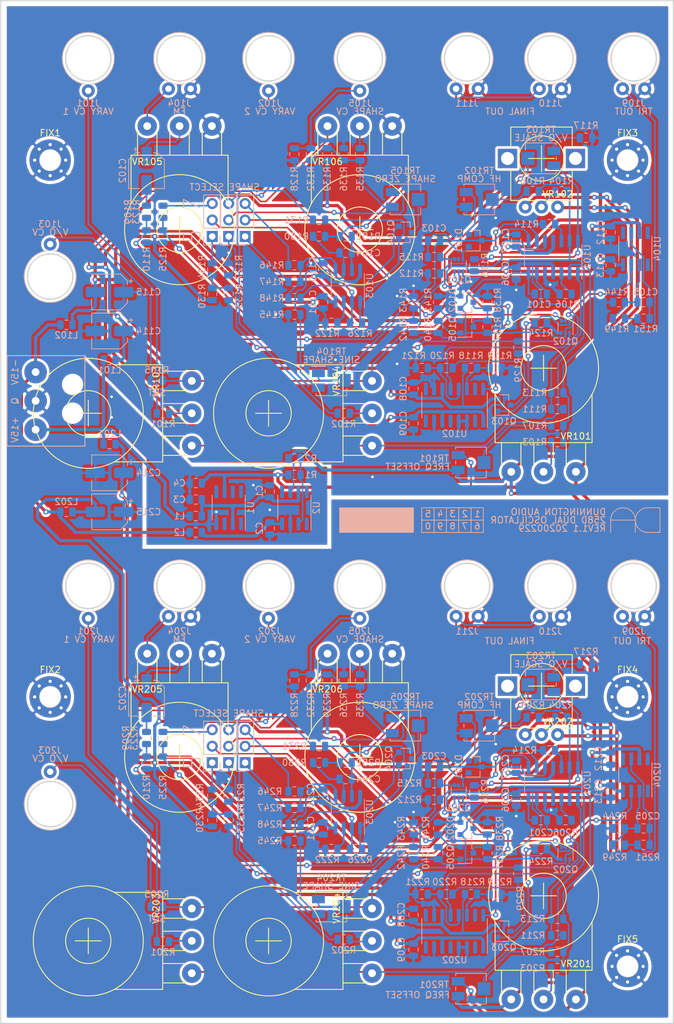
<source format=kicad_pcb>
(kicad_pcb (version 20171130) (host pcbnew 5.1.5-1.fc30)
  (title_block (title "258D Dual Oscillator") (rev 1.1) (company "Dunnington Audio"))
  (layers (0 F.Cu signal) (31 B.Cu signal) (34 B.Paste user) (35 F.Paste user) (36 B.SilkS user) (37 F.SilkS user) (38 B.Mask user) (39 F.Mask user) (44 Edge.Cuts user))
  (net 0 "")
  (net 1 +15V)
  (net 2 GND)
  (net 3 -15V)
  (net 4 +10V)
  (net 5 "Net-(C101-Pad1)")
  (net 6 "Net-(C101-Pad2)")
  (net 7 "Net-(C102-Pad1)")
  (net 8 "Net-(C102-Pad2)")
  (net 9 "Net-(C103-Pad2)")
  (net 10 "Net-(C103-Pad1)")
  (net 11 "Net-(C104-Pad2)")
  (net 12 "Net-(C104-Pad1)")
  (net 13 "Net-(C105-Pad2)")
  (net 14 "Net-(C105-Pad1)")
  (net 15 "Net-(C201-Pad2)")
  (net 16 "Net-(C201-Pad1)")
  (net 17 "Net-(C202-Pad2)")
  (net 18 "Net-(C202-Pad1)")
  (net 19 "Net-(C203-Pad1)")
  (net 20 "Net-(C203-Pad2)")
  (net 21 "Net-(C204-Pad2)")
  (net 22 "Net-(C204-Pad1)")
  (net 23 "Net-(C205-Pad1)")
  (net 24 "Net-(C205-Pad2)")
  (net 25 "Net-(D101-Pad1)")
  (net 26 "Net-(D101-Pad2)")
  (net 27 "Net-(D102-Pad3)")
  (net 28 "Net-(D201-Pad2)")
  (net 29 "Net-(D201-Pad1)")
  (net 30 "Net-(D202-Pad3)")
  (net 31 "Net-(J1-Pad1)")
  (net 32 "Net-(J3-Pad1)")
  (net 33 "Net-(J101-Pad1)")
  (net 34 "Net-(J102-Pad1)")
  (net 35 "Net-(J103-Pad1)")
  (net 36 "Net-(J105-Pad1)")
  (net 37 "Net-(J106-Pad3)")
  (net 38 "Net-(J106-Pad2)")
  (net 39 "Net-(J106-Pad1)")
  (net 40 "Net-(J107-Pad1)")
  (net 41 "Net-(J107-Pad2)")
  (net 42 "Net-(J107-Pad3)")
  (net 43 "Net-(J108-Pad3)")
  (net 44 "Net-(J108-Pad2)")
  (net 45 "Net-(J108-Pad1)")
  (net 46 "Net-(J201-Pad1)")
  (net 47 "Net-(J202-Pad1)")
  (net 48 "Net-(J203-Pad1)")
  (net 49 "Net-(J205-Pad1)")
  (net 50 "Net-(J206-Pad3)")
  (net 51 "Net-(J206-Pad2)")
  (net 52 "Net-(J206-Pad1)")
  (net 53 "Net-(J207-Pad1)")
  (net 54 "Net-(J207-Pad2)")
  (net 55 "Net-(J207-Pad3)")
  (net 56 "Net-(J208-Pad1)")
  (net 57 "Net-(J208-Pad2)")
  (net 58 "Net-(J208-Pad3)")
  (net 59 "Net-(Q101-Pad4)")
  (net 60 "Net-(Q101-Pad2)")
  (net 61 "Net-(Q101-Pad3)")
  (net 62 "Net-(Q102-Pad1)")
  (net 63 "Net-(Q102-Pad4)")
  (net 64 "Net-(Q102-Pad6)")
  (net 65 "Net-(Q103-Pad3)")
  (net 66 "Net-(Q104-Pad1)")
  (net 67 "Net-(Q104-Pad2)")
  (net 68 "Net-(Q104-Pad3)")
  (net 69 "Net-(Q105-Pad1)")
  (net 70 "Net-(Q201-Pad4)")
  (net 71 "Net-(Q201-Pad2)")
  (net 72 "Net-(Q201-Pad3)")
  (net 73 "Net-(Q202-Pad1)")
  (net 74 "Net-(Q202-Pad4)")
  (net 75 "Net-(Q202-Pad6)")
  (net 76 "Net-(Q203-Pad3)")
  (net 77 "Net-(Q204-Pad3)")
  (net 78 "Net-(Q204-Pad2)")
  (net 79 "Net-(Q204-Pad1)")
  (net 80 "Net-(Q205-Pad1)")
  (net 81 "Net-(R1-Pad1)")
  (net 82 -10V)
  (net 83 "Net-(R101-Pad2)")
  (net 84 "Net-(R102-Pad2)")
  (net 85 "Net-(R103-Pad2)")
  (net 86 "Net-(R103-Pad1)")
  (net 87 "Net-(R104-Pad1)")
  (net 88 "Net-(R106-Pad2)")
  (net 89 "Net-(R107-Pad2)")
  (net 90 "Net-(R108-Pad2)")
  (net 91 "Net-(R111-Pad1)")
  (net 92 "Net-(R111-Pad2)")
  (net 93 "Net-(R112-Pad1)")
  (net 94 "Net-(R114-Pad1)")
  (net 95 "Net-(R116-Pad2)")
  (net 96 "Net-(R117-Pad1)")
  (net 97 "Net-(R118-Pad2)")
  (net 98 "Net-(R120-Pad2)")
  (net 99 "Net-(R122-Pad2)")
  (net 100 "Net-(R132-Pad2)")
  (net 101 "Net-(R135-Pad2)")
  (net 102 "Net-(R142-Pad2)")
  (net 103 "Net-(R146-Pad2)")
  (net 104 "Net-(R201-Pad2)")
  (net 105 "Net-(R202-Pad2)")
  (net 106 "Net-(R203-Pad1)")
  (net 107 "Net-(R203-Pad2)")
  (net 108 "Net-(R204-Pad1)")
  (net 109 "Net-(R206-Pad2)")
  (net 110 "Net-(R207-Pad2)")
  (net 111 "Net-(R208-Pad2)")
  (net 112 "Net-(R211-Pad1)")
  (net 113 "Net-(R211-Pad2)")
  (net 114 "Net-(R212-Pad1)")
  (net 115 "Net-(R214-Pad1)")
  (net 116 "Net-(R216-Pad2)")
  (net 117 "Net-(R217-Pad1)")
  (net 118 "Net-(R218-Pad2)")
  (net 119 "Net-(R220-Pad2)")
  (net 120 "Net-(R222-Pad2)")
  (net 121 "Net-(R232-Pad2)")
  (net 122 "Net-(R235-Pad2)")
  (net 123 "Net-(R242-Pad2)")
  (net 124 "Net-(R246-Pad2)")
  (net 125 "Net-(U1-Pad1)")
  (net 126 "Net-(U1-Pad3)")
  (net 127 "Net-(U1-Pad5)")
  (net 128 "Net-(U1-Pad7)")
  (net 129 "Net-(U1-Pad8)")
  (net 130 "Net-(U2-Pad8)")
  (net 131 "Net-(U2-Pad5)")
  (net 132 "Net-(U2-Pad1)")
  (net 133 "Net-(U102-Pad2)")
  (net 134 "Net-(U102-Pad5)")
  (net 135 "Net-(U102-Pad8)")
  (net 136 "Net-(U102-Pad9)")
  (net 137 "Net-(U102-Pad15)")
  (net 138 "Net-(U104-Pad1)")
  (net 139 "Net-(U104-Pad5)")
  (net 140 "Net-(U104-Pad8)")
  (net 141 "Net-(U202-Pad15)")
  (net 142 "Net-(U202-Pad9)")
  (net 143 "Net-(U202-Pad8)")
  (net 144 "Net-(U202-Pad5)")
  (net 145 "Net-(U202-Pad2)")
  (net 146 "Net-(U204-Pad1)")
  (net 147 "Net-(U204-Pad5)")
  (net 148 "Net-(U204-Pad8)")
  (net 149 "Net-(J104-Pad2)")
  (net 150 "Net-(J109-Pad2)")
  (net 151 "Net-(J110-Pad2)")
  (net 152 "Net-(J204-Pad2)")
  (net 153 "Net-(J209-Pad2)")
  (net 154 "Net-(J210-Pad2)")
  (net 155 /Saw/+15V)
  (net 156 /Saw/-15V)
  (net 157 /Square/+15V)
  (net 158 /Square/-15V)
  (module Dunnington:Mod_Indicator_1-10_150mil (layer B.Cu) (at 134.62 104.14 180)
    (fp_text reference M2 hide)
    (fp_text value Mod_Indicator_1-10_150mil)
    (fp_text user 0 (at 8.5725 0.9525) (layer B.SilkS) (effects (justify mirror)))
    (fp_text user 9 (at 6.6675 0.9525) (layer B.SilkS) (effects (justify mirror)))
    (fp_text user 8 (at 4.7625 0.9525) (layer B.SilkS) (effects (justify mirror)))
    (fp_text user 7 (at 2.8575 0.9525) (layer B.SilkS) (effects (justify mirror)))
    (fp_text user 6 (at 0.9525 0.9525) (layer B.SilkS) (effects (justify mirror)))
    (fp_text user 5 (at 8.5725 2.8575) (layer B.SilkS) (effects (justify mirror)))
    (fp_text user 4 (at 6.6675 2.8575) (layer B.SilkS) (effects (justify mirror)))
    (fp_text user 3 (at 4.7625 2.8575) (layer B.SilkS) (effects (justify mirror)))
    (fp_text user 2 (at 2.8575 2.8575) (layer B.SilkS) (effects (justify mirror)))
    (fp_text user 1 (at 0.9525 2.8575) (layer B.SilkS) (effects (justify mirror)))
  )
  (module Dunnington:Logo_150mil (layer B.Cu) (at 161.925 104.14 180)
    (fp_text reference M1 hide)
    (fp_text value Logo_150mil hide)
    (fp_text user "REV1.1 20200229" (at 8.255 0.635) (layer B.SilkS) (effects (justify left mirror)))
    (fp_text user "258D DUAL OSCILLATOR" (at 8.255 1.905) (layer B.SilkS) (effects (justify left mirror)))
    (fp_text user "DUNNINGTON AUDIO" (at 8.255 3.175) (layer B.SilkS) (effects (justify left mirror)))
  )
  (module Package_SO:SOIC-14_3.9x8.7mm_P1.27mm (layer B.Cu) (at 145.415 61.595 90)
    (fp_text reference U101 (at 0 5.28 90) (layer B.SilkS) (effects (justify mirror)))
    (fp_text value TL074)
    (pad 14 smd roundrect (at 2.475 3.81 90) (size 1.95 0.6) (layers B.Cu B.Paste B.Mask) (net 95 "Net-(R116-Pad2)"))
    (pad 13 smd roundrect (at 2.475 2.54 90) (size 1.95 0.6) (layers B.Cu B.Paste B.Mask) (net 85 "Net-(R103-Pad2)"))
    (pad 12 smd roundrect (at 2.475 1.27 90) (size 1.95 0.6) (layers B.Cu B.Paste B.Mask) (net 94 "Net-(R114-Pad1)"))
    (pad 11 smd roundrect (at 2.475 0 90) (size 1.95 0.6) (layers B.Cu B.Paste B.Mask) (net 156 /Saw/-15V))
    (pad 10 smd roundrect (at 2.475 -1.27 90) (size 1.95 0.6) (layers B.Cu B.Paste B.Mask) (net 93 "Net-(R112-Pad1)"))
    (pad 9 smd roundrect (at 2.475 -2.54 90) (size 1.95 0.6) (layers B.Cu B.Paste B.Mask) (net 10 "Net-(C103-Pad1)"))
    (pad 8 smd roundrect (at 2.475 -3.81 90) (size 1.95 0.6) (layers B.Cu B.Paste B.Mask) (net 9 "Net-(C103-Pad2)"))
    (pad 7 smd roundrect (at -2.475 -3.81 90) (size 1.95 0.6) (layers B.Cu B.Paste B.Mask) (net 6 "Net-(C101-Pad2)"))
    (pad 6 smd roundrect (at -2.475 -2.54 90) (size 1.95 0.6) (layers B.Cu B.Paste B.Mask) (net 5 "Net-(C101-Pad1)"))
    (pad 5 smd roundrect (at -2.475 -1.27 90) (size 1.95 0.6) (layers B.Cu B.Paste B.Mask) (net 2 GND))
    (pad 4 smd roundrect (at -2.475 0 90) (size 1.95 0.6) (layers B.Cu B.Paste B.Mask) (net 155 /Saw/+15V))
    (pad 3 smd roundrect (at -2.475 1.27 90) (size 1.95 0.6) (layers B.Cu B.Paste B.Mask) (net 88 "Net-(R106-Pad2)"))
    (pad 2 smd roundrect (at -2.475 2.54 90) (size 1.95 0.6) (layers B.Cu B.Paste B.Mask) (net 91 "Net-(R111-Pad1)"))
    (pad 1 smd roundrect (at -2.475 3.81 90) (size 1.95 0.6) (layers B.Cu B.Paste B.Mask) (net 92 "Net-(R111-Pad2)"))
  )
  (module Package_SO:SOIC-14_3.9x8.7mm_P1.27mm (layer B.Cu) (at 145.415 142.875 90)
    (fp_text reference U201 (at 0 5.28 90) (layer B.SilkS) (effects (justify mirror)))
    (fp_text value TL074)
    (pad 14 smd roundrect (at 2.475 3.81 90) (size 1.95 0.6) (layers B.Cu B.Paste B.Mask) (net 116 "Net-(R216-Pad2)"))
    (pad 13 smd roundrect (at 2.475 2.54 90) (size 1.95 0.6) (layers B.Cu B.Paste B.Mask) (net 107 "Net-(R203-Pad2)"))
    (pad 12 smd roundrect (at 2.475 1.27 90) (size 1.95 0.6) (layers B.Cu B.Paste B.Mask) (net 115 "Net-(R214-Pad1)"))
    (pad 11 smd roundrect (at 2.475 0 90) (size 1.95 0.6) (layers B.Cu B.Paste B.Mask) (net 158 /Square/-15V))
    (pad 10 smd roundrect (at 2.475 -1.27 90) (size 1.95 0.6) (layers B.Cu B.Paste B.Mask) (net 114 "Net-(R212-Pad1)"))
    (pad 9 smd roundrect (at 2.475 -2.54 90) (size 1.95 0.6) (layers B.Cu B.Paste B.Mask) (net 19 "Net-(C203-Pad1)"))
    (pad 8 smd roundrect (at 2.475 -3.81 90) (size 1.95 0.6) (layers B.Cu B.Paste B.Mask) (net 20 "Net-(C203-Pad2)"))
    (pad 7 smd roundrect (at -2.475 -3.81 90) (size 1.95 0.6) (layers B.Cu B.Paste B.Mask) (net 15 "Net-(C201-Pad2)"))
    (pad 6 smd roundrect (at -2.475 -2.54 90) (size 1.95 0.6) (layers B.Cu B.Paste B.Mask) (net 16 "Net-(C201-Pad1)"))
    (pad 5 smd roundrect (at -2.475 -1.27 90) (size 1.95 0.6) (layers B.Cu B.Paste B.Mask) (net 2 GND))
    (pad 4 smd roundrect (at -2.475 0 90) (size 1.95 0.6) (layers B.Cu B.Paste B.Mask) (net 157 /Square/+15V))
    (pad 3 smd roundrect (at -2.475 1.27 90) (size 1.95 0.6) (layers B.Cu B.Paste B.Mask) (net 109 "Net-(R206-Pad2)"))
    (pad 2 smd roundrect (at -2.475 2.54 90) (size 1.95 0.6) (layers B.Cu B.Paste B.Mask) (net 112 "Net-(R211-Pad1)"))
    (pad 1 smd roundrect (at -2.475 3.81 90) (size 1.95 0.6) (layers B.Cu B.Paste B.Mask) (net 113 "Net-(R211-Pad2)"))
  )
  (module Dunnington:Serial_Box_150mil (layer B.Cu) (at 123.825 104.14 180)
    (fp_text reference M3 hide)
    (fp_text value Serial_Box_150mil)
  )
  (module Resistor_SMD:R_0805_2012Metric (layer B.Cu) (at 85.09 167.3225)
    (fp_text reference R201 (at 0 1.65) (layer B.SilkS) (effects (justify mirror)))
    (fp_text value 180k)
    (pad 2 smd roundrect (at 0.9375 0) (size 0.975 1.4) (layers B.Cu B.Paste B.Mask) (net 104 "Net-(R201-Pad2)"))
    (pad 1 smd roundrect (at -0.9375 0) (size 0.975 1.4) (layers B.Cu B.Paste B.Mask) (net 46 "Net-(J201-Pad1)"))
  )
  (module "Alpha_Potentiometers:RV16AF-41-(L)R1-XXX" (layer F.Cu) (at 115.527249 138.865048 180)
    (fp_text reference VR206 (at 5 10.5) (layer F.SilkS))
    (fp_text value 100kB)
    (pad 3 thru_hole circle (at 5 16 180) (size 3 3) (drill 1.2) (layers *.Cu *.Mask) (net 157 /Square/+15V))
    (pad 2 thru_hole circle (at 0 16 180) (size 3 3) (drill 1.2) (layers *.Cu *.Mask) (net 122 "Net-(R235-Pad2)"))
    (pad 1 thru_hole circle (at -5 16 180) (size 3 3) (drill 1.2) (layers *.Cu *.Mask) (net 2 GND))
  )
  (module "Alpha_Potentiometers:RV16AF-41-(L)R1-XXX" (layer F.Cu) (at 87.657981 138.865048 180)
    (fp_text reference VR205 (at 5 10.5) (layer F.SilkS))
    (fp_text value 100kA)
    (pad 3 thru_hole circle (at 5 16 180) (size 3 3) (drill 1.2) (layers *.Cu *.Mask) (net 152 "Net-(J204-Pad2)"))
    (pad 2 thru_hole circle (at 0 16 180) (size 3 3) (drill 1.2) (layers *.Cu *.Mask) (net 18 "Net-(C202-Pad1)"))
    (pad 1 thru_hole circle (at -5 16 180) (size 3 3) (drill 1.2) (layers *.Cu *.Mask) (net 2 GND))
  )
  (module "Alpha_Potentiometers:RV16AF-41-(L)R1-XXX" (layer F.Cu) (at 101.416667 167.227464 90)
    (fp_text reference VR204 (at 5 10.5 90) (layer F.SilkS))
    (fp_text value 100kB)
    (pad 3 thru_hole circle (at 5 16 90) (size 3 3) (drill 1.2) (layers *.Cu *.Mask) (net 107 "Net-(R203-Pad2)"))
    (pad 2 thru_hole circle (at 0 16 90) (size 3 3) (drill 1.2) (layers *.Cu *.Mask) (net 105 "Net-(R202-Pad2)"))
    (pad 1 thru_hole circle (at -5 16 90) (size 3 3) (drill 1.2) (layers *.Cu *.Mask) (net 112 "Net-(R211-Pad1)"))
  )
  (module "Alpha_Potentiometers:RV16AF-41-(L)R1-XXX" (layer F.Cu) (at 73.547223 167.227464 90)
    (fp_text reference VR203 (at 5 10.5 90) (layer F.SilkS))
    (fp_text value 100kB)
    (pad 3 thru_hole circle (at 5 16 90) (size 3 3) (drill 1.2) (layers *.Cu *.Mask) (net 107 "Net-(R203-Pad2)"))
    (pad 2 thru_hole circle (at 0 16 90) (size 3 3) (drill 1.2) (layers *.Cu *.Mask) (net 104 "Net-(R201-Pad2)"))
    (pad 1 thru_hole circle (at -5 16 90) (size 3 3) (drill 1.2) (layers *.Cu *.Mask) (net 112 "Net-(R211-Pad1)"))
  )
  (module Alpha_Potentiometers:RD901F-40-00D (layer F.Cu) (at 143.606807 127.869671)
    (fp_text reference VR202 (at 2.5 5.5) (layer F.SilkS))
    (fp_text value 100kB)
    (pad 0 thru_hole rect (at 5.25 0) (size 3 3) (drill 2) (layers *.Cu *.Mask))
    (pad 0 thru_hole rect (at -5.25 0) (size 3 3) (drill 2) (layers *.Cu *.Mask))
    (pad 3 thru_hole circle (at 2.5 7.5) (size 2 2) (drill 1) (layers *.Cu *.Mask) (net 4 +10V))
    (pad 2 thru_hole circle (at 0 7.5) (size 2 2) (drill 1) (layers *.Cu *.Mask) (net 108 "Net-(R204-Pad1)"))
    (pad 1 thru_hole circle (at -2.5 7.5) (size 2 2) (drill 1) (layers *.Cu *.Mask) (net 82 -10V))
  )
  (module "Alpha_Potentiometers:RV16AF-41-(L)R1-XXX" (layer F.Cu) (at 143.926212 160.266664)
    (fp_text reference VR201 (at 5 10.5) (layer F.SilkS))
    (fp_text value 100kB)
    (pad 3 thru_hole circle (at 5 16) (size 3 3) (drill 1.2) (layers *.Cu *.Mask) (net 4 +10V))
    (pad 2 thru_hole circle (at 0 16) (size 3 3) (drill 1.2) (layers *.Cu *.Mask) (net 106 "Net-(R203-Pad1)"))
    (pad 1 thru_hole circle (at -5 16) (size 3 3) (drill 1.2) (layers *.Cu *.Mask) (net 82 -10V))
  )
  (module Package_SO:SOIC-8_3.9x4.9mm_P1.27mm (layer B.Cu) (at 158.115 141.605 90)
    (fp_text reference U204 (at 0 3.4 270) (layer B.SilkS) (effects (justify mirror)))
    (fp_text value TL071)
    (pad 8 smd roundrect (at 2.475 1.905 90) (size 1.95 0.6) (layers B.Cu B.Paste B.Mask) (net 148 "Net-(U204-Pad8)"))
    (pad 7 smd roundrect (at 2.475 0.635 90) (size 1.95 0.6) (layers B.Cu B.Paste B.Mask) (net 157 /Square/+15V))
    (pad 6 smd roundrect (at 2.475 -0.635 90) (size 1.95 0.6) (layers B.Cu B.Paste B.Mask) (net 24 "Net-(C205-Pad2)"))
    (pad 5 smd roundrect (at 2.475 -1.905 90) (size 1.95 0.6) (layers B.Cu B.Paste B.Mask) (net 147 "Net-(U204-Pad5)"))
    (pad 4 smd roundrect (at -2.475 -1.905 90) (size 1.95 0.6) (layers B.Cu B.Paste B.Mask) (net 158 /Square/-15V))
    (pad 3 smd roundrect (at -2.475 -0.635 90) (size 1.95 0.6) (layers B.Cu B.Paste B.Mask) (net 15 "Net-(C201-Pad2)"))
    (pad 2 smd roundrect (at -2.475 0.635 90) (size 1.95 0.6) (layers B.Cu B.Paste B.Mask) (net 23 "Net-(C205-Pad1)"))
    (pad 1 smd roundrect (at -2.475 1.905 90) (size 1.95 0.6) (layers B.Cu B.Paste B.Mask) (net 146 "Net-(U204-Pad1)"))
  )
  (module Package_SO:SOIC-8_3.9x4.9mm_P1.27mm (layer B.Cu) (at 113.665 147.32 90)
    (fp_text reference U203 (at 0 3.4 90) (layer B.SilkS) (effects (justify mirror)))
    (fp_text value TL072)
    (pad 8 smd roundrect (at 2.475 1.905 90) (size 1.95 0.6) (layers B.Cu B.Paste B.Mask) (net 157 /Square/+15V))
    (pad 7 smd roundrect (at 2.475 0.635 90) (size 1.95 0.6) (layers B.Cu B.Paste B.Mask) (net 21 "Net-(C204-Pad2)"))
    (pad 6 smd roundrect (at 2.475 -0.635 90) (size 1.95 0.6) (layers B.Cu B.Paste B.Mask) (net 22 "Net-(C204-Pad1)"))
    (pad 5 smd roundrect (at 2.475 -1.905 90) (size 1.95 0.6) (layers B.Cu B.Paste B.Mask) (net 124 "Net-(R246-Pad2)"))
    (pad 4 smd roundrect (at -2.475 -1.905 90) (size 1.95 0.6) (layers B.Cu B.Paste B.Mask) (net 158 /Square/-15V))
    (pad 3 smd roundrect (at -2.475 -0.635 90) (size 1.95 0.6) (layers B.Cu B.Paste B.Mask) (net 120 "Net-(R222-Pad2)"))
    (pad 2 smd roundrect (at -2.475 0.635 90) (size 1.95 0.6) (layers B.Cu B.Paste B.Mask) (net 51 "Net-(J206-Pad2)"))
    (pad 1 smd roundrect (at -2.475 1.905 90) (size 1.95 0.6) (layers B.Cu B.Paste B.Mask) (net 79 "Net-(Q204-Pad1)"))
  )
  (module Package_SO:SOIC-16_3.9x9.9mm_P1.27mm (layer B.Cu) (at 130.175 165.735 90)
    (fp_text reference U202 (at -4.445 0) (layer B.SilkS) (effects (justify mirror)))
    (fp_text value LM13700)
    (pad 16 smd roundrect (at 2.475 4.445 90) (size 1.95 0.6) (layers B.Cu B.Paste B.Mask) (net 72 "Net-(Q201-Pad3)"))
    (pad 15 smd roundrect (at 2.475 3.175 90) (size 1.95 0.6) (layers B.Cu B.Paste B.Mask) (net 141 "Net-(U202-Pad15)"))
    (pad 14 smd roundrect (at 2.475 1.905 90) (size 1.95 0.6) (layers B.Cu B.Paste B.Mask) (net 118 "Net-(R218-Pad2)"))
    (pad 13 smd roundrect (at 2.475 0.635 90) (size 1.95 0.6) (layers B.Cu B.Paste B.Mask) (net 119 "Net-(R220-Pad2)"))
    (pad 12 smd roundrect (at 2.475 -0.635 90) (size 1.95 0.6) (layers B.Cu B.Paste B.Mask) (net 16 "Net-(C201-Pad1)"))
    (pad 11 smd roundrect (at 2.475 -1.905 90) (size 1.95 0.6) (layers B.Cu B.Paste B.Mask) (net 157 /Square/+15V))
    (pad 10 smd roundrect (at 2.475 -3.175 90) (size 1.95 0.6) (layers B.Cu B.Paste B.Mask) (net 2 GND))
    (pad 9 smd roundrect (at 2.475 -4.445 90) (size 1.95 0.6) (layers B.Cu B.Paste B.Mask) (net 142 "Net-(U202-Pad9)"))
    (pad 8 smd roundrect (at -2.475 -4.445 90) (size 1.95 0.6) (layers B.Cu B.Paste B.Mask) (net 143 "Net-(U202-Pad8)"))
    (pad 7 smd roundrect (at -2.475 -3.175 90) (size 1.95 0.6) (layers B.Cu B.Paste B.Mask) (net 2 GND))
    (pad 6 smd roundrect (at -2.475 -1.905 90) (size 1.95 0.6) (layers B.Cu B.Paste B.Mask) (net 158 /Square/-15V))
    (pad 5 smd roundrect (at -2.475 -0.635 90) (size 1.95 0.6) (layers B.Cu B.Paste B.Mask) (net 144 "Net-(U202-Pad5)"))
    (pad 4 smd roundrect (at -2.475 0.635 90) (size 1.95 0.6) (layers B.Cu B.Paste B.Mask) (net 2 GND))
    (pad 3 smd roundrect (at -2.475 1.905 90) (size 1.95 0.6) (layers B.Cu B.Paste B.Mask) (net 2 GND))
    (pad 2 smd roundrect (at -2.475 3.175 90) (size 1.95 0.6) (layers B.Cu B.Paste B.Mask) (net 145 "Net-(U202-Pad2)"))
    (pad 1 smd roundrect (at -2.475 4.445 90) (size 1.95 0.6) (layers B.Cu B.Paste B.Mask) (net 158 /Square/-15V))
  )
  (module Potentiometer_SMD:Potentiometer_Bourns_3314J_Vertical (layer B.Cu) (at 122.555 133.985 270)
    (fp_text reference TR205 (at -4.445 0 180) (layer B.SilkS) (effects (justify mirror)))
    (fp_text value 1M)
    (pad 3 smd rect (at -1.15 2 270) (size 1.3 2) (layers B.Cu B.Paste B.Mask) (net 54 "Net-(J207-Pad2)"))
    (pad 2 smd rect (at 0 -2 270) (size 2 2) (layers B.Cu B.Paste B.Mask) (net 77 "Net-(Q204-Pad3)"))
    (pad 1 smd rect (at 1.15 2 270) (size 1.3 2) (layers B.Cu B.Paste B.Mask) (net 121 "Net-(R232-Pad2)"))
  )
  (module Potentiometer_SMD:Potentiometer_Bourns_3314J_Vertical (layer B.Cu) (at 111.125 161.925 270)
    (fp_text reference TR204 (at -4.445 0 180) (layer B.SilkS) (effects (justify mirror)))
    (fp_text value 20k)
    (pad 3 smd rect (at -1.15 2 270) (size 1.3 2) (layers B.Cu B.Paste B.Mask) (net 123 "Net-(R242-Pad2)"))
    (pad 2 smd rect (at 0 -2 270) (size 2 2) (layers B.Cu B.Paste B.Mask) (net 123 "Net-(R242-Pad2)"))
    (pad 1 smd rect (at 1.15 2 270) (size 1.3 2) (layers B.Cu B.Paste B.Mask) (net 22 "Net-(C204-Pad1)"))
  )
  (module Potentiometer_SMD:Potentiometer_Bourns_3314J_Vertical (layer B.Cu) (at 143.51 127.635 90)
    (fp_text reference TR203 (at 4.445 0 180) (layer B.SilkS) (effects (justify mirror)))
    (fp_text value 100R)
    (pad 3 smd rect (at -1.15 2 90) (size 1.3 2) (layers B.Cu B.Paste B.Mask) (net 116 "Net-(R216-Pad2)"))
    (pad 2 smd rect (at 0 -2 90) (size 2 2) (layers B.Cu B.Paste B.Mask) (net 71 "Net-(Q201-Pad2)"))
    (pad 1 smd rect (at 1.15 2 90) (size 1.3 2) (layers B.Cu B.Paste B.Mask) (net 117 "Net-(R217-Pad1)"))
  )
  (module Potentiometer_SMD:Potentiometer_Bourns_3314J_Vertical (layer B.Cu) (at 133.985 133.985 270)
    (fp_text reference TR202 (at -4.445 0) (layer B.SilkS) (effects (justify mirror)))
    (fp_text value 100k)
    (pad 3 smd rect (at -1.15 2 270) (size 1.3 2) (layers B.Cu B.Paste B.Mask) (net 28 "Net-(D201-Pad2)"))
    (pad 2 smd rect (at 0 -2 270) (size 2 2) (layers B.Cu B.Paste B.Mask) (net 111 "Net-(R208-Pad2)"))
    (pad 1 smd rect (at 1.15 2 270) (size 1.3 2) (layers B.Cu B.Paste B.Mask) (net 2 GND))
  )
  (module Potentiometer_SMD:Potentiometer_Bourns_3314J_Vertical (layer B.Cu) (at 132.715 174.625 270)
    (fp_text reference TR201 (at -0.635 5.715 180) (layer B.SilkS) (effects (justify mirror)))
    (fp_text value 100k)
    (pad 3 smd rect (at -1.15 2 270) (size 1.3 2) (layers B.Cu B.Paste B.Mask) (net 4 +10V))
    (pad 2 smd rect (at 0 -2 270) (size 2 2) (layers B.Cu B.Paste B.Mask) (net 110 "Net-(R207-Pad2)"))
    (pad 1 smd rect (at 1.15 2 270) (size 1.3 2) (layers B.Cu B.Paste B.Mask) (net 82 -10V))
  )
  (module Resistor_SMD:R_0805_2012Metric (layer B.Cu) (at 113.3325 139.7 180)
    (fp_text reference R252 (at -3.5075 0) (layer B.SilkS) (effects (justify mirror)))
    (fp_text value 680R)
    (pad 2 smd roundrect (at 0.9375 0 180) (size 0.975 1.4) (layers B.Cu B.Paste B.Mask) (net 154 "Net-(J210-Pad2)"))
    (pad 1 smd roundrect (at -0.9375 0 180) (size 0.975 1.4) (layers B.Cu B.Paste B.Mask) (net 21 "Net-(C204-Pad2)"))
  )
  (module Resistor_SMD:R_0805_2012Metric (layer B.Cu) (at 159.385 152.4 180)
    (fp_text reference R251 (at -0.635 -1.905) (layer B.SilkS) (effects (justify mirror)))
    (fp_text value 680R)
    (pad 2 smd roundrect (at 0.9375 0 180) (size 0.975 1.4) (layers B.Cu B.Paste B.Mask) (net 153 "Net-(J209-Pad2)"))
    (pad 1 smd roundrect (at -0.9375 0 180) (size 0.975 1.4) (layers B.Cu B.Paste B.Mask) (net 24 "Net-(C205-Pad2)"))
  )
  (module Resistor_SMD:R_0805_2012Metric (layer B.Cu) (at 109.22 139.7)
    (fp_text reference R250 (at -3.81 0) (layer B.SilkS) (effects (justify mirror)))
    (fp_text value 9k1)
    (pad 2 smd roundrect (at 0.9375 0) (size 0.975 1.4) (layers B.Cu B.Paste B.Mask) (net 154 "Net-(J210-Pad2)"))
    (pad 1 smd roundrect (at -0.9375 0) (size 0.975 1.4) (layers B.Cu B.Paste B.Mask) (net 22 "Net-(C204-Pad1)"))
  )
  (module Resistor_SMD:R_0805_2012Metric (layer B.Cu) (at 155.575 152.4)
    (fp_text reference R249 (at -0.635 1.905) (layer B.SilkS) (effects (justify mirror)))
    (fp_text value 3k3)
    (pad 2 smd roundrect (at 0.9375 0) (size 0.975 1.4) (layers B.Cu B.Paste B.Mask) (net 153 "Net-(J209-Pad2)"))
    (pad 1 smd roundrect (at -0.9375 0) (size 0.975 1.4) (layers B.Cu B.Paste B.Mask) (net 23 "Net-(C205-Pad1)"))
  )
  (module Resistor_SMD:R_0805_2012Metric (layer B.Cu) (at 105.41 149.225 180)
    (fp_text reference R248 (at 3.81 0) (layer B.SilkS) (effects (justify mirror)))
    (fp_text value 680R)
    (pad 2 smd roundrect (at 0.9375 0 180) (size 0.975 1.4) (layers B.Cu B.Paste B.Mask) (net 124 "Net-(R246-Pad2)"))
    (pad 1 smd roundrect (at -0.9375 0 180) (size 0.975 1.4) (layers B.Cu B.Paste B.Mask) (net 78 "Net-(Q204-Pad2)"))
  )
  (module Resistor_SMD:R_0805_2012Metric (layer B.Cu) (at 105.41 146.685)
    (fp_text reference R247 (at -3.81 0) (layer B.SilkS) (effects (justify mirror)))
    (fp_text value 2k2)
    (pad 2 smd roundrect (at 0.9375 0) (size 0.975 1.4) (layers B.Cu B.Paste B.Mask) (net 124 "Net-(R246-Pad2)"))
    (pad 1 smd roundrect (at -0.9375 0) (size 0.975 1.4) (layers B.Cu B.Paste B.Mask) (net 56 "Net-(J208-Pad1)"))
  )
  (module Resistor_SMD:R_0805_2012Metric (layer B.Cu) (at 105.41 144.145)
    (fp_text reference R246 (at -3.81 0) (layer B.SilkS) (effects (justify mirror)))
    (fp_text value 470R)
    (pad 2 smd roundrect (at 0.9375 0) (size 0.975 1.4) (layers B.Cu B.Paste B.Mask) (net 124 "Net-(R246-Pad2)"))
    (pad 1 smd roundrect (at -0.9375 0) (size 0.975 1.4) (layers B.Cu B.Paste B.Mask) (net 58 "Net-(J208-Pad3)"))
  )
  (module Resistor_SMD:R_0805_2012Metric (layer B.Cu) (at 105.41 151.765)
    (fp_text reference R245 (at -3.81 0) (layer B.SilkS) (effects (justify mirror)))
    (fp_text value 1k8)
    (pad 2 smd roundrect (at 0.9375 0) (size 0.975 1.4) (layers B.Cu B.Paste B.Mask) (net 22 "Net-(C204-Pad1)"))
    (pad 1 smd roundrect (at -0.9375 0) (size 0.975 1.4) (layers B.Cu B.Paste B.Mask) (net 2 GND))
  )
  (module Resistor_SMD:R_0805_2012Metric (layer B.Cu) (at 155.575 149.86)
    (fp_text reference R244 (at -0.635 -1.905) (layer B.SilkS) (effects (justify mirror)))
    (fp_text value 33k)
    (pad 2 smd roundrect (at 0.9375 0) (size 0.975 1.4) (layers B.Cu B.Paste B.Mask) (net 23 "Net-(C205-Pad1)"))
    (pad 1 smd roundrect (at -0.9375 0) (size 0.975 1.4) (layers B.Cu B.Paste B.Mask) (net 2 GND))
  )
  (module Resistor_SMD:R_0805_2012Metric (layer B.Cu) (at 123.825 149.86 270)
    (fp_text reference R243 (at 0 1.905 90) (layer B.SilkS) (effects (justify mirror)))
    (fp_text value 6k8)
    (pad 2 smd roundrect (at 0.9375 0 270) (size 0.975 1.4) (layers B.Cu B.Paste B.Mask) (net 123 "Net-(R242-Pad2)"))
    (pad 1 smd roundrect (at -0.9375 0 270) (size 0.975 1.4) (layers B.Cu B.Paste B.Mask) (net 2 GND))
  )
  (module Resistor_SMD:R_0805_2012Metric (layer B.Cu) (at 123.825 153.67 90)
    (fp_text reference R242 (at -0.635 -1.905 90) (layer B.SilkS) (effects (justify mirror)))
    (fp_text value 6k8)
    (pad 2 smd roundrect (at 0.9375 0 90) (size 0.975 1.4) (layers B.Cu B.Paste B.Mask) (net 123 "Net-(R242-Pad2)"))
    (pad 1 smd roundrect (at -0.9375 0 90) (size 0.975 1.4) (layers B.Cu B.Paste B.Mask) (net 15 "Net-(C201-Pad2)"))
  )
  (module Resistor_SMD:R_0805_2012Metric (layer B.Cu) (at 127.635 149.86 90)
    (fp_text reference R241 (at 0 -1.905 90) (layer B.SilkS) (effects (justify mirror)))
    (fp_text value 680R)
    (pad 2 smd roundrect (at 0.9375 0 90) (size 0.975 1.4) (layers B.Cu B.Paste B.Mask) (net 2 GND))
    (pad 1 smd roundrect (at -0.9375 0 90) (size 0.975 1.4) (layers B.Cu B.Paste B.Mask) (net 57 "Net-(J208-Pad2)"))
  )
  (module Resistor_SMD:R_0805_2012Metric (layer B.Cu) (at 127.635 153.67 90)
    (fp_text reference R240 (at -0.635 -1.905 90) (layer B.SilkS) (effects (justify mirror)))
    (fp_text value 680R)
    (pad 2 smd roundrect (at 0.9375 0 90) (size 0.975 1.4) (layers B.Cu B.Paste B.Mask) (net 80 "Net-(Q205-Pad1)"))
    (pad 1 smd roundrect (at -0.9375 0 90) (size 0.975 1.4) (layers B.Cu B.Paste B.Mask) (net 15 "Net-(C201-Pad2)"))
  )
  (module Resistor_SMD:R_0805_2012Metric (layer B.Cu) (at 110.49 127 270)
    (fp_text reference R239 (at 3.81 0 90) (layer B.SilkS) (effects (justify mirror)))
    (fp_text value 330k)
    (pad 2 smd roundrect (at 0.9375 0 270) (size 0.975 1.4) (layers B.Cu B.Paste B.Mask) (net 158 /Square/-15V))
    (pad 1 smd roundrect (at -0.9375 0 270) (size 0.975 1.4) (layers B.Cu B.Paste B.Mask) (net 121 "Net-(R232-Pad2)"))
  )
  (module Resistor_SMD:R_0805_2012Metric (layer B.Cu) (at 135.255 149.86 90)
    (fp_text reference R238 (at 0 1.905 90) (layer B.SilkS) (effects (justify mirror)))
    (fp_text value 330k)
    (pad 2 smd roundrect (at 0.9375 0 90) (size 0.975 1.4) (layers B.Cu B.Paste B.Mask) (net 2 GND))
    (pad 1 smd roundrect (at -0.9375 0 90) (size 0.975 1.4) (layers B.Cu B.Paste B.Mask) (net 30 "Net-(D202-Pad3)"))
  )
  (module Resistor_SMD:R_0805_2012Metric (layer B.Cu) (at 135.255 153.67 90)
    (fp_text reference R237 (at -0.635 1.905 90) (layer B.SilkS) (effects (justify mirror)))
    (fp_text value 330k)
    (pad 2 smd roundrect (at 0.9375 0 90) (size 0.975 1.4) (layers B.Cu B.Paste B.Mask) (net 30 "Net-(D202-Pad3)"))
    (pad 1 smd roundrect (at -0.9375 0 90) (size 0.975 1.4) (layers B.Cu B.Paste B.Mask) (net 15 "Net-(C201-Pad2)"))
  )
  (module Resistor_SMD:R_0805_2012Metric (layer B.Cu) (at 113.03 127 90)
    (fp_text reference R236 (at -3.81 0 90) (layer B.SilkS) (effects (justify mirror)))
    (fp_text value 820k)
    (pad 2 smd roundrect (at 0.9375 0 90) (size 0.975 1.4) (layers B.Cu B.Paste B.Mask) (net 2 GND))
    (pad 1 smd roundrect (at -0.9375 0 90) (size 0.975 1.4) (layers B.Cu B.Paste B.Mask) (net 121 "Net-(R232-Pad2)"))
  )
  (module Resistor_SMD:R_0805_2012Metric (layer B.Cu) (at 115.57 127 90)
    (fp_text reference R235 (at -3.81 0 90) (layer B.SilkS) (effects (justify mirror)))
    (fp_text value 430k)
    (pad 2 smd roundrect (at 0.9375 0 90) (size 0.975 1.4) (layers B.Cu B.Paste B.Mask) (net 122 "Net-(R235-Pad2)"))
    (pad 1 smd roundrect (at -0.9375 0 90) (size 0.975 1.4) (layers B.Cu B.Paste B.Mask) (net 121 "Net-(R232-Pad2)"))
  )
  (module Resistor_SMD:R_0805_2012Metric (layer B.Cu) (at 92.71 144.78 90)
    (fp_text reference R234 (at 0 -1.905 90) (layer B.SilkS) (effects (justify mirror)))
    (fp_text value 330k)
    (pad 2 smd roundrect (at 0.9375 0 90) (size 0.975 1.4) (layers B.Cu B.Paste B.Mask) (net 52 "Net-(J206-Pad1)"))
    (pad 1 smd roundrect (at -0.9375 0 90) (size 0.975 1.4) (layers B.Cu B.Paste B.Mask) (net 73 "Net-(Q202-Pad1)"))
  )
  (module Resistor_SMD:R_0805_2012Metric (layer B.Cu) (at 95.25 148.59 270)
    (fp_text reference R233 (at 0 -1.905 90) (layer B.SilkS) (effects (justify mirror)))
    (fp_text value 2k49)
    (pad 2 smd roundrect (at 0.9375 0 270) (size 0.975 1.4) (layers B.Cu B.Paste B.Mask) (net 2 GND))
    (pad 1 smd roundrect (at -0.9375 0 270) (size 0.975 1.4) (layers B.Cu B.Paste B.Mask) (net 73 "Net-(Q202-Pad1)"))
  )
  (module Resistor_SMD:R_0805_2012Metric (layer B.Cu) (at 107.95 127 270)
    (fp_text reference R232 (at 3.81 0 90) (layer B.SilkS) (effects (justify mirror)))
    (fp_text value 390k)
    (pad 2 smd roundrect (at 0.9375 0 270) (size 0.975 1.4) (layers B.Cu B.Paste B.Mask) (net 121 "Net-(R232-Pad2)"))
    (pad 1 smd roundrect (at -0.9375 0 270) (size 0.975 1.4) (layers B.Cu B.Paste B.Mask) (net 49 "Net-(J205-Pad1)"))
  )
  (module Resistor_SMD:R_0805_2012Metric (layer B.Cu) (at 109.22 137.16 180)
    (fp_text reference R231 (at 3.81 0) (layer B.SilkS) (effects (justify mirror)))
    (fp_text value 820k)
    (pad 2 smd roundrect (at 0.9375 0 180) (size 0.975 1.4) (layers B.Cu B.Paste B.Mask) (net 55 "Net-(J207-Pad3)"))
    (pad 1 smd roundrect (at -0.9375 0 180) (size 0.975 1.4) (layers B.Cu B.Paste B.Mask) (net 79 "Net-(Q204-Pad1)"))
  )
  (module Resistor_SMD:R_0805_2012Metric (layer B.Cu) (at 92.71 148.59 270)
    (fp_text reference R230 (at 0 1.905 90) (layer B.SilkS) (effects (justify mirror)))
    (fp_text value 15k)
    (pad 2 smd roundrect (at 0.9375 0 270) (size 0.975 1.4) (layers B.Cu B.Paste B.Mask) (net 158 /Square/-15V))
    (pad 1 smd roundrect (at -0.9375 0 270) (size 0.975 1.4) (layers B.Cu B.Paste B.Mask) (net 73 "Net-(Q202-Pad1)"))
  )
  (module Resistor_SMD:R_0805_2012Metric (layer B.Cu) (at 140.0175 156.845 90)
    (fp_text reference R229 (at -3.81 0.3175 90) (layer B.SilkS) (effects (justify mirror)))
    (fp_text value 6k8)
    (pad 2 smd roundrect (at 0.9375 0 90) (size 0.975 1.4) (layers B.Cu B.Paste B.Mask) (net 73 "Net-(Q202-Pad1)"))
    (pad 1 smd roundrect (at -0.9375 0 90) (size 0.975 1.4) (layers B.Cu B.Paste B.Mask) (net 76 "Net-(Q203-Pad3)"))
  )
  (module Resistor_SMD:R_0805_2012Metric (layer B.Cu) (at 105.41 127 270)
    (fp_text reference R228 (at 3.81 0 90) (layer B.SilkS) (effects (justify mirror)))
    (fp_text value 150k)
    (pad 2 smd roundrect (at 0.9375 0 270) (size 0.975 1.4) (layers B.Cu B.Paste B.Mask) (net 2 GND))
    (pad 1 smd roundrect (at -0.9375 0 270) (size 0.975 1.4) (layers B.Cu B.Paste B.Mask) (net 49 "Net-(J205-Pad1)"))
  )
  (module Resistor_SMD:R_0805_2012Metric (layer B.Cu) (at 95.25 144.78 270)
    (fp_text reference R227 (at 0 -1.905 90) (layer B.SilkS) (effects (justify mirror)))
    (fp_text value 680k)
    (pad 2 smd roundrect (at 0.9375 0 270) (size 0.975 1.4) (layers B.Cu B.Paste B.Mask) (net 53 "Net-(J207-Pad1)"))
    (pad 1 smd roundrect (at -0.9375 0 270) (size 0.975 1.4) (layers B.Cu B.Paste B.Mask) (net 2 GND))
  )
  (module Resistor_SMD:R_0805_2012Metric (layer B.Cu) (at 114.935 153.035)
    (fp_text reference R226 (at 0.635 1.65) (layer B.SilkS) (effects (justify mirror)))
    (fp_text value 68k)
    (pad 2 smd roundrect (at 0.9375 0) (size 0.975 1.4) (layers B.Cu B.Paste B.Mask) (net 79 "Net-(Q204-Pad1)"))
    (pad 1 smd roundrect (at -0.9375 0) (size 0.975 1.4) (layers B.Cu B.Paste B.Mask) (net 51 "Net-(J206-Pad2)"))
  )
  (module Resistor_SMD:R_0805_2012Metric (layer B.Cu) (at 85.09 139.7 270)
    (fp_text reference R225 (at 3.81 0 90) (layer B.SilkS) (effects (justify mirror)))
    (fp_text value 15k)
    (pad 2 smd roundrect (at 0.9375 0 270) (size 0.975 1.4) (layers B.Cu B.Paste B.Mask) (net 158 /Square/-15V))
    (pad 1 smd roundrect (at -0.9375 0 270) (size 0.975 1.4) (layers B.Cu B.Paste B.Mask) (net 74 "Net-(Q202-Pad4)"))
  )
  (module Resistor_SMD:R_0805_2012Metric (layer B.Cu) (at 143.51 153.035 180)
    (fp_text reference R224 (at 0 -1.905) (layer B.SilkS) (effects (justify mirror)))
    (fp_text value 3k3)
    (pad 2 smd roundrect (at 0.9375 0 180) (size 0.975 1.4) (layers B.Cu B.Paste B.Mask) (net 75 "Net-(Q202-Pad6)"))
    (pad 1 smd roundrect (at -0.9375 0 180) (size 0.975 1.4) (layers B.Cu B.Paste B.Mask) (net 157 /Square/+15V))
  )
  (module Resistor_SMD:R_0805_2012Metric (layer B.Cu) (at 85.09 135.89 90)
    (fp_text reference R223 (at 0 -4.445 90) (layer B.SilkS) (effects (justify mirror)))
    (fp_text value 150k)
    (pad 2 smd roundrect (at 0.9375 0 90) (size 0.975 1.4) (layers B.Cu B.Paste B.Mask) (net 50 "Net-(J206-Pad3)"))
    (pad 1 smd roundrect (at -0.9375 0 90) (size 0.975 1.4) (layers B.Cu B.Paste B.Mask) (net 74 "Net-(Q202-Pad4)"))
  )
  (module Resistor_SMD:R_0805_2012Metric (layer B.Cu) (at 111.125 153.035)
    (fp_text reference R222 (at -0.635 1.65) (layer B.SilkS) (effects (justify mirror)))
    (fp_text value 10k)
    (pad 2 smd roundrect (at 0.9375 0) (size 0.975 1.4) (layers B.Cu B.Paste B.Mask) (net 120 "Net-(R222-Pad2)"))
    (pad 1 smd roundrect (at -0.9375 0) (size 0.975 1.4) (layers B.Cu B.Paste B.Mask) (net 2 GND))
  )
  (module Resistor_SMD:R_0805_2012Metric (layer B.Cu) (at 125.095 160.02 180)
    (fp_text reference R221 (at 0.635 1.905 180) (layer B.SilkS) (effects (justify mirror)))
    (fp_text value 15k)
    (pad 2 smd roundrect (at 0.9375 0 180) (size 0.975 1.4) (layers B.Cu B.Paste B.Mask) (net 2 GND))
    (pad 1 smd roundrect (at -0.9375 0 180) (size 0.975 1.4) (layers B.Cu B.Paste B.Mask) (net 119 "Net-(R220-Pad2)"))
  )
  (module Resistor_SMD:R_0805_2012Metric (layer B.Cu) (at 128.905 160.02 180)
    (fp_text reference R220 (at 0.254 1.905) (layer B.SilkS) (effects (justify mirror)))
    (fp_text value 68k)
    (pad 2 smd roundrect (at 0.9375 0 180) (size 0.975 1.4) (layers B.Cu B.Paste B.Mask) (net 119 "Net-(R220-Pad2)"))
    (pad 1 smd roundrect (at -0.9375 0 180) (size 0.975 1.4) (layers B.Cu B.Paste B.Mask) (net 76 "Net-(Q203-Pad3)"))
  )
  (module Resistor_SMD:R_0805_2012Metric (layer B.Cu) (at 136.525 160.02)
    (fp_text reference R219 (at 0.635 -1.905) (layer B.SilkS) (effects (justify mirror)))
    (fp_text value 4k99)
    (pad 2 smd roundrect (at 0.9375 0) (size 0.975 1.4) (layers B.Cu B.Paste B.Mask) (net 2 GND))
    (pad 1 smd roundrect (at -0.9375 0) (size 0.975 1.4) (layers B.Cu B.Paste B.Mask) (net 118 "Net-(R218-Pad2)"))
  )
  (module Resistor_SMD:R_0805_2012Metric (layer B.Cu) (at 132.715 160.02)
    (fp_text reference R218 (at 0.254 -1.905) (layer B.SilkS) (effects (justify mirror)))
    (fp_text value 33k)
    (pad 2 smd roundrect (at 0.9375 0) (size 0.975 1.4) (layers B.Cu B.Paste B.Mask) (net 118 "Net-(R218-Pad2)"))
    (pad 1 smd roundrect (at -0.9375 0) (size 0.975 1.4) (layers B.Cu B.Paste B.Mask) (net 157 /Square/+15V))
  )
  (module Resistor_SMD:R_0805_2012Metric (layer B.Cu) (at 150.495 124.46)
    (fp_text reference R217 (at 0 -1.905) (layer B.SilkS) (effects (justify mirror)))
    (fp_text value 390R)
    (pad 2 smd roundrect (at 0.9375 0) (size 0.975 1.4) (layers B.Cu B.Paste B.Mask) (net 2 GND))
    (pad 1 smd roundrect (at -0.9375 0) (size 0.975 1.4) (layers B.Cu B.Paste B.Mask) (net 117 "Net-(R217-Pad1)"))
  )
  (module Resistor_SMD:R_0805_2012Metric (layer B.Cu) (at 133.223 144.145 90)
    (fp_text reference R216 (at 0 1.65 90) (layer B.SilkS) (effects (justify mirror)))
    (fp_text value 2k)
    (pad 2 smd roundrect (at 0.9375 0 90) (size 0.975 1.4) (layers B.Cu B.Paste B.Mask) (net 116 "Net-(R216-Pad2)"))
    (pad 1 smd roundrect (at -0.9375 0 90) (size 0.975 1.4) (layers B.Cu B.Paste B.Mask) (net 107 "Net-(R203-Pad2)"))
  )
  (module Resistor_SMD:R_0805_2012Metric (layer B.Cu) (at 127 142.875)
    (fp_text reference R215 (at -3.81 0) (layer B.SilkS) (effects (justify mirror)))
    (fp_text value 10k)
    (pad 2 smd roundrect (at 0.9375 0) (size 0.975 1.4) (layers B.Cu B.Paste B.Mask) (net 70 "Net-(Q201-Pad4)"))
    (pad 1 smd roundrect (at -0.9375 0) (size 0.975 1.4) (layers B.Cu B.Paste B.Mask) (net 20 "Net-(C203-Pad2)"))
  )
  (module Resistor_SMD:R_0805_2012Metric (layer B.Cu) (at 144.78 137.795 180)
    (fp_text reference R214 (at 3.81 0) (layer B.SilkS) (effects (justify mirror)))
    (fp_text value 1k8)
    (pad 2 smd roundrect (at 0.9375 0 180) (size 0.975 1.4) (layers B.Cu B.Paste B.Mask) (net 2 GND))
    (pad 1 smd roundrect (at -0.9375 0 180) (size 0.975 1.4) (layers B.Cu B.Paste B.Mask) (net 115 "Net-(R214-Pad1)"))
  )
  (module Resistor_SMD:R_0805_2012Metric (layer B.Cu) (at 146.05 163.83)
    (fp_text reference R213 (at -3.81 0) (layer B.SilkS) (effects (justify mirror)))
    (fp_text value 100k)
    (pad 2 smd roundrect (at 0.9375 0) (size 0.975 1.4) (layers B.Cu B.Paste B.Mask) (net 107 "Net-(R203-Pad2)"))
    (pad 1 smd roundrect (at -0.9375 0) (size 0.975 1.4) (layers B.Cu B.Paste B.Mask) (net 113 "Net-(R211-Pad2)"))
  )
  (module Resistor_SMD:R_0805_2012Metric (layer B.Cu) (at 127 145.415 180)
    (fp_text reference R212 (at 3.81 0) (layer B.SilkS) (effects (justify mirror)))
    (fp_text value 390k)
    (pad 2 smd roundrect (at 0.9375 0 180) (size 0.975 1.4) (layers B.Cu B.Paste B.Mask) (net 2 GND))
    (pad 1 smd roundrect (at -0.9375 0 180) (size 0.975 1.4) (layers B.Cu B.Paste B.Mask) (net 114 "Net-(R212-Pad1)"))
  )
  (module Resistor_SMD:R_0805_2012Metric (layer B.Cu) (at 146.05 166.37 180)
    (fp_text reference R211 (at 3.81 0) (layer B.SilkS) (effects (justify mirror)))
    (fp_text value 100k)
    (pad 2 smd roundrect (at 0.9375 0 180) (size 0.975 1.4) (layers B.Cu B.Paste B.Mask) (net 113 "Net-(R211-Pad2)"))
    (pad 1 smd roundrect (at -0.9375 0 180) (size 0.975 1.4) (layers B.Cu B.Paste B.Mask) (net 112 "Net-(R211-Pad1)"))
  )
  (module Resistor_SMD:R_0805_2012Metric (layer B.Cu) (at 82.55 139.7 270)
    (fp_text reference R210 (at 3.81 0 90) (layer B.SilkS) (effects (justify mirror)))
    (fp_text value 1M5)
    (pad 2 smd roundrect (at 0.9375 0 270) (size 0.975 1.4) (layers B.Cu B.Paste B.Mask) (net 158 /Square/-15V))
    (pad 1 smd roundrect (at -0.9375 0 270) (size 0.975 1.4) (layers B.Cu B.Paste B.Mask) (net 19 "Net-(C203-Pad1)"))
  )
  (module Resistor_SMD:R_0805_2012Metric (layer B.Cu) (at 82.55 135.89 270)
    (fp_text reference R209 (at 0 3.175 90) (layer B.SilkS) (effects (justify mirror)))
    (fp_text value 10k)
    (pad 2 smd roundrect (at 0.9375 0 270) (size 0.975 1.4) (layers B.Cu B.Paste B.Mask) (net 19 "Net-(C203-Pad1)"))
    (pad 1 smd roundrect (at -0.9375 0 270) (size 0.975 1.4) (layers B.Cu B.Paste B.Mask) (net 17 "Net-(C202-Pad2)"))
  )
  (module Resistor_SMD:R_0805_2012Metric (layer B.Cu) (at 142.24 132.715 180)
    (fp_text reference R208 (at 0 1.905) (layer B.SilkS) (effects (justify mirror)))
    (fp_text value 1M5)
    (pad 2 smd roundrect (at 0.9375 0 180) (size 0.975 1.4) (layers B.Cu B.Paste B.Mask) (net 111 "Net-(R208-Pad2)"))
    (pad 1 smd roundrect (at -0.9375 0 180) (size 0.975 1.4) (layers B.Cu B.Paste B.Mask) (net 107 "Net-(R203-Pad2)"))
  )
  (module Resistor_SMD:R_0805_2012Metric (layer B.Cu) (at 146.05 168.91 180)
    (fp_text reference R207 (at 3.81 0) (layer B.SilkS) (effects (justify mirror)))
    (fp_text value 100k)
    (pad 2 smd roundrect (at 0.9375 0 180) (size 0.975 1.4) (layers B.Cu B.Paste B.Mask) (net 110 "Net-(R207-Pad2)"))
    (pad 1 smd roundrect (at -0.9375 0 180) (size 0.975 1.4) (layers B.Cu B.Paste B.Mask) (net 107 "Net-(R203-Pad2)"))
  )
  (module Resistor_SMD:R_0805_2012Metric (layer B.Cu) (at 147.32 148.59)
    (fp_text reference R206 (at 0 1.905) (layer B.SilkS) (effects (justify mirror)))
    (fp_text value 10k)
    (pad 2 smd roundrect (at 0.9375 0) (size 0.975 1.4) (layers B.Cu B.Paste B.Mask) (net 109 "Net-(R206-Pad2)"))
    (pad 1 smd roundrect (at -0.9375 0) (size 0.975 1.4) (layers B.Cu B.Paste B.Mask) (net 2 GND))
  )
  (module Resistor_SMD:R_0805_2012Metric (layer B.Cu) (at 84.1375 161.925 180)
    (fp_text reference R205 (at 0 1.905) (layer B.SilkS) (effects (justify mirror)))
    (fp_text value 120k)
    (pad 2 smd roundrect (at 0.9375 0 180) (size 0.975 1.4) (layers B.Cu B.Paste B.Mask) (net 48 "Net-(J203-Pad1)"))
    (pad 1 smd roundrect (at -0.9375 0 180) (size 0.975 1.4) (layers B.Cu B.Paste B.Mask) (net 107 "Net-(R203-Pad2)"))
  )
  (module Resistor_SMD:R_0805_2012Metric (layer B.Cu) (at 146.685 132.715)
    (fp_text reference R204 (at 0 -1.905) (layer B.SilkS) (effects (justify mirror)))
    (fp_text value 2M7)
    (pad 2 smd roundrect (at 0.9375 0) (size 0.975 1.4) (layers B.Cu B.Paste B.Mask) (net 107 "Net-(R203-Pad2)"))
    (pad 1 smd roundrect (at -0.9375 0) (size 0.975 1.4) (layers B.Cu B.Paste B.Mask) (net 108 "Net-(R204-Pad1)"))
  )
  (module Resistor_SMD:R_0805_2012Metric (layer B.Cu) (at 146.05 171.45)
    (fp_text reference R203 (at -3.81 0) (layer B.SilkS) (effects (justify mirror)))
    (fp_text value 150k)
    (pad 2 smd roundrect (at 0.9375 0) (size 0.975 1.4) (layers B.Cu B.Paste B.Mask) (net 107 "Net-(R203-Pad2)"))
    (pad 1 smd roundrect (at -0.9375 0) (size 0.975 1.4) (layers B.Cu B.Paste B.Mask) (net 106 "Net-(R203-Pad1)"))
  )
  (module Resistor_SMD:R_0805_2012Metric (layer B.Cu) (at 113.03 167.005)
    (fp_text reference R202 (at 0 1.65) (layer B.SilkS) (effects (justify mirror)))
    (fp_text value 180k)
    (pad 2 smd roundrect (at 0.9375 0) (size 0.975 1.4) (layers B.Cu B.Paste B.Mask) (net 105 "Net-(R202-Pad2)"))
    (pad 1 smd roundrect (at -0.9375 0) (size 0.975 1.4) (layers B.Cu B.Paste B.Mask) (net 47 "Net-(J202-Pad1)"))
  )
  (module Package_TO_SOT_SMD:SOT-23 (layer B.Cu) (at 132.08 153.67)
    (fp_text reference Q205 (at -2.54 0.635 90) (layer B.SilkS) (effects (justify mirror)))
    (fp_text value MMBFJ201)
    (pad 3 smd rect (at 1 0) (size 0.9 0.8) (layers B.Cu B.Paste B.Mask) (net 30 "Net-(D202-Pad3)"))
    (pad 2 smd rect (at -1 -0.95) (size 0.9 0.8) (layers B.Cu B.Paste B.Mask) (net 57 "Net-(J208-Pad2)"))
    (pad 1 smd rect (at -1 0.95) (size 0.9 0.8) (layers B.Cu B.Paste B.Mask) (net 80 "Net-(Q205-Pad1)"))
  )
  (module Package_TO_SOT_SMD:SOT-23 (layer B.Cu) (at 122.555 139.065)
    (fp_text reference Q204 (at -2.54 0 90) (layer B.SilkS) (effects (justify mirror)))
    (fp_text value MMBF5484)
    (pad 3 smd rect (at 1 0) (size 0.9 0.8) (layers B.Cu B.Paste B.Mask) (net 77 "Net-(Q204-Pad3)"))
    (pad 2 smd rect (at -1 -0.95) (size 0.9 0.8) (layers B.Cu B.Paste B.Mask) (net 78 "Net-(Q204-Pad2)"))
    (pad 1 smd rect (at -1 0.95) (size 0.9 0.8) (layers B.Cu B.Paste B.Mask) (net 79 "Net-(Q204-Pad1)"))
  )
  (module Package_TO_SOT_SMD:SOT-23 (layer B.Cu) (at 137.795 165.735)
    (fp_text reference Q203 (at 0 2.5) (layer B.SilkS) (effects (justify mirror)))
    (fp_text value MMBT3906)
    (pad 3 smd rect (at 1 0) (size 0.9 0.8) (layers B.Cu B.Paste B.Mask) (net 76 "Net-(Q203-Pad3)"))
    (pad 2 smd rect (at -1 -0.95) (size 0.9 0.8) (layers B.Cu B.Paste B.Mask) (net 157 /Square/+15V))
    (pad 1 smd rect (at -1 0.95) (size 0.9 0.8) (layers B.Cu B.Paste B.Mask) (net 75 "Net-(Q202-Pad6)"))
  )
  (module Package_TO_SOT_SMD:SOT-363_SC-70-6 (layer B.Cu) (at 147.32 153.67 90)
    (fp_text reference Q202 (at -2.54 0 180) (layer B.SilkS) (effects (justify mirror)))
    (fp_text value DMMT3904W)
    (pad 6 smd rect (at 0.95 0.65 90) (size 0.65 0.4) (layers B.Cu B.Paste B.Mask) (net 75 "Net-(Q202-Pad6)"))
    (pad 4 smd rect (at 0.95 -0.65 90) (size 0.65 0.4) (layers B.Cu B.Paste B.Mask) (net 74 "Net-(Q202-Pad4)"))
    (pad 2 smd rect (at -0.95 0 90) (size 0.65 0.4) (layers B.Cu B.Paste B.Mask) (net 15 "Net-(C201-Pad2)"))
    (pad 5 smd rect (at 0.95 0 90) (size 0.65 0.4) (layers B.Cu B.Paste B.Mask) (net 74 "Net-(Q202-Pad4)"))
    (pad 3 smd rect (at -0.95 -0.65 90) (size 0.65 0.4) (layers B.Cu B.Paste B.Mask) (net 157 /Square/+15V))
    (pad 1 smd rect (at -0.95 0.65 90) (size 0.65 0.4) (layers B.Cu B.Paste B.Mask) (net 73 "Net-(Q202-Pad1)"))
  )
  (module Package_TO_SOT_SMD:SOT-363_SC-70-6 (layer B.Cu) (at 130.81 144.145 90)
    (fp_text reference Q201 (at -2.54 0 180) (layer B.SilkS) (effects (justify mirror)))
    (fp_text value DMMT3906W)
    (pad 6 smd rect (at 0.95 0.65 90) (size 0.65 0.4) (layers B.Cu B.Paste B.Mask) (net 19 "Net-(C203-Pad1)"))
    (pad 4 smd rect (at 0.95 -0.65 90) (size 0.65 0.4) (layers B.Cu B.Paste B.Mask) (net 70 "Net-(Q201-Pad4)"))
    (pad 2 smd rect (at -0.95 0 90) (size 0.65 0.4) (layers B.Cu B.Paste B.Mask) (net 71 "Net-(Q201-Pad2)"))
    (pad 5 smd rect (at 0.95 0 90) (size 0.65 0.4) (layers B.Cu B.Paste B.Mask) (net 70 "Net-(Q201-Pad4)"))
    (pad 3 smd rect (at -0.95 -0.65 90) (size 0.65 0.4) (layers B.Cu B.Paste B.Mask) (net 72 "Net-(Q201-Pad3)"))
    (pad 1 smd rect (at -0.95 0.65 90) (size 0.65 0.4) (layers B.Cu B.Paste B.Mask) (net 2 GND))
  )
  (module Buchla_Connectors:Switchcraft_41 (layer B.Cu) (at 132.108156 112.407068 180)
    (fp_text reference J211 (at 0 -7) (layer B.SilkS) (effects (justify mirror)))
    (fp_text value "Final Out 2")
    (pad 2 thru_hole circle (at 1.710101 -4.698463 180) (size 2 2) (drill 1) (layers *.Cu *.Mask) (net 154 "Net-(J210-Pad2)"))
    (pad 1 thru_hole circle (at -1.710101 -4.698463 180) (size 2 2) (drill 1) (layers *.Cu *.Mask) (net 2 GND))
  )
  (module Buchla_Connectors:Switchcraft_41 (layer B.Cu) (at 144.984545 112.407068 180)
    (fp_text reference J210 (at 0 -7) (layer B.SilkS) (effects (justify mirror)))
    (fp_text value "Final Out 1")
    (pad 2 thru_hole circle (at 1.710101 -4.698463 180) (size 2 2) (drill 1) (layers *.Cu *.Mask) (net 154 "Net-(J210-Pad2)"))
    (pad 1 thru_hole circle (at -1.710101 -4.698463 180) (size 2 2) (drill 1) (layers *.Cu *.Mask) (net 2 GND))
  )
  (module Buchla_Connectors:Switchcraft_41 (layer B.Cu) (at 157.860934 112.407068 180)
    (fp_text reference J209 (at 0 -7) (layer B.SilkS) (effects (justify mirror)))
    (fp_text value "Triangle Out")
    (pad 2 thru_hole circle (at 1.710101 -4.698463 180) (size 2 2) (drill 1) (layers *.Cu *.Mask) (net 153 "Net-(J209-Pad2)"))
    (pad 1 thru_hole circle (at -1.710101 -4.698463 180) (size 2 2) (drill 1) (layers *.Cu *.Mask) (net 2 GND))
  )
  (module Connector_PinHeader_2.54mm:PinHeader_1x03_P2.54mm_Vertical (layer B.Cu) (at 97.79 139.7)
    (fp_text reference J208 hide)
    (fp_text value "SHAPE SEL 2")
    (pad 3 thru_hole oval (at 0 -5.08) (size 1.7 1.7) (drill 1) (layers *.Cu *.Mask) (net 58 "Net-(J208-Pad3)"))
    (pad 2 thru_hole oval (at 0 -2.54) (size 1.7 1.7) (drill 1) (layers *.Cu *.Mask) (net 57 "Net-(J208-Pad2)"))
    (pad 1 thru_hole rect (at 0 0) (size 1.7 1.7) (drill 1) (layers *.Cu *.Mask) (net 56 "Net-(J208-Pad1)"))
  )
  (module Connector_PinHeader_2.54mm:PinHeader_1x03_P2.54mm_Vertical (layer B.Cu) (at 95.25 139.7)
    (fp_text reference J207 hide)
    (fp_text value "SHAPE SEL 3")
    (pad 3 thru_hole oval (at 0 -5.08) (size 1.7 1.7) (drill 1) (layers *.Cu *.Mask) (net 55 "Net-(J207-Pad3)"))
    (pad 2 thru_hole oval (at 0 -2.54) (size 1.7 1.7) (drill 1) (layers *.Cu *.Mask) (net 54 "Net-(J207-Pad2)"))
    (pad 1 thru_hole rect (at 0 0) (size 1.7 1.7) (drill 1) (layers *.Cu *.Mask) (net 53 "Net-(J207-Pad1)"))
  )
  (module Connector_PinHeader_2.54mm:PinHeader_1x03_P2.54mm_Vertical (layer B.Cu) (at 92.71 139.7)
    (fp_text reference J206 hide)
    (fp_text value "SHAPE SEL 1")
    (pad 3 thru_hole oval (at 0 -5.08) (size 1.7 1.7) (drill 1) (layers *.Cu *.Mask) (net 50 "Net-(J206-Pad3)"))
    (pad 2 thru_hole oval (at 0 -2.54) (size 1.7 1.7) (drill 1) (layers *.Cu *.Mask) (net 51 "Net-(J206-Pad2)"))
    (pad 1 thru_hole rect (at 0 0) (size 1.7 1.7) (drill 1) (layers *.Cu *.Mask) (net 52 "Net-(J206-Pad1)"))
  )
  (module Buchla_Connectors:Johnson_108-09XX-001 (layer B.Cu) (at 115.527566 112.406716 180)
    (fp_text reference J205 (at -0.042434 -6.973284) (layer B.SilkS) (effects (justify mirror)))
    (fp_text value "Shape CV")
    (pad 1 thru_hole circle (at 0 -5 180) (size 2 2) (drill 1) (layers *.Cu *.Mask) (net 49 "Net-(J205-Pad1)"))
  )
  (module Buchla_Connectors:Switchcraft_41 (layer B.Cu) (at 87.658158 112.406716 180)
    (fp_text reference J204 (at 0.028158 -6.973284) (layer B.SilkS) (effects (justify mirror)))
    (fp_text value "FM IN")
    (pad 2 thru_hole circle (at 1.710101 -4.698463 180) (size 2 2) (drill 1) (layers *.Cu *.Mask) (net 152 "Net-(J204-Pad2)"))
    (pad 1 thru_hole circle (at -1.710101 -4.698463 180) (size 2 2) (drill 1) (layers *.Cu *.Mask) (net 2 GND))
  )
  (module Buchla_Connectors:Johnson_108-09XX-001 (layer B.Cu) (at 67.655058 146.104224)
    (fp_text reference J203 (at 0 -8.309224) (layer B.SilkS) (effects (justify mirror)))
    (fp_text value V/O)
    (pad 1 thru_hole circle (at 0 -5) (size 2 2) (drill 1) (layers *.Cu *.Mask) (net 48 "Net-(J203-Pad1)"))
  )
  (module Buchla_Connectors:Johnson_108-09XX-001 (layer B.Cu) (at 101.416455 112.406716 180)
    (fp_text reference J202 (at -0.183545 -6.973284) (layer B.SilkS) (effects (justify mirror)))
    (fp_text value "Vary CV 2")
    (pad 1 thru_hole circle (at 0 -5 180) (size 2 2) (drill 1) (layers *.Cu *.Mask) (net 47 "Net-(J202-Pad1)"))
  )
  (module Buchla_Connectors:Johnson_108-09XX-001 (layer B.Cu) (at 73.547012 112.406716 180)
    (fp_text reference J201 (at -0.112988 -6.973284) (layer B.SilkS) (effects (justify mirror)))
    (fp_text value "Vary CV 1")
    (pad 1 thru_hole circle (at 0 -5 180) (size 2 2) (drill 1) (layers *.Cu *.Mask) (net 46 "Net-(J201-Pad1)"))
  )
  (module Buchla_Connectors:Switchcraft_41 (layer B.Cu) (at 132.108156 30.915051 180)
    (fp_text reference J111 (at 0.028156 -6.930949) (layer B.SilkS) (effects (justify mirror)))
    (fp_text value "Final Out 2")
    (pad 2 thru_hole circle (at 1.710101 -4.698463 180) (size 2 2) (drill 1) (layers *.Cu *.Mask) (net 151 "Net-(J110-Pad2)"))
    (pad 1 thru_hole circle (at -1.710101 -4.698463 180) (size 2 2) (drill 1) (layers *.Cu *.Mask) (net 2 GND))
  )
  (module Buchla_Connectors:Switchcraft_41 (layer B.Cu) (at 144.984545 30.915051 180)
    (fp_text reference J110 (at 0 -6.930949) (layer B.SilkS) (effects (justify mirror)))
    (fp_text value "Final Out 1")
    (pad 2 thru_hole circle (at 1.710101 -4.698463 180) (size 2 2) (drill 1) (layers *.Cu *.Mask) (net 151 "Net-(J110-Pad2)"))
    (pad 1 thru_hole circle (at -1.710101 -4.698463 180) (size 2 2) (drill 1) (layers *.Cu *.Mask) (net 2 GND))
  )
  (module Buchla_Connectors:Switchcraft_41 (layer B.Cu) (at 157.860934 30.915051 180)
    (fp_text reference J109 (at 0 -6.930949) (layer B.SilkS) (effects (justify mirror)))
    (fp_text value "Triangle Out")
    (pad 2 thru_hole circle (at 1.710101 -4.698463 180) (size 2 2) (drill 1) (layers *.Cu *.Mask) (net 150 "Net-(J109-Pad2)"))
    (pad 1 thru_hole circle (at -1.710101 -4.698463 180) (size 2 2) (drill 1) (layers *.Cu *.Mask) (net 2 GND))
  )
  (module Buchla_Connectors:Johnson_108-09XX-001 (layer B.Cu) (at 115.527566 30.915051 180)
    (fp_text reference J105 (at -0.042434 -6.930949) (layer B.SilkS) (effects (justify mirror)))
    (fp_text value "Shape CV")
    (pad 1 thru_hole circle (at 0 -5 180) (size 2 2) (drill 1) (layers *.Cu *.Mask) (net 36 "Net-(J105-Pad1)"))
  )
  (module Buchla_Connectors:Switchcraft_41 (layer B.Cu) (at 87.658158 30.915051 180)
    (fp_text reference J104 (at 0.028158 -6.930949) (layer B.SilkS) (effects (justify mirror)))
    (fp_text value "FM IN")
    (pad 2 thru_hole circle (at 1.710101 -4.698463 180) (size 2 2) (drill 1) (layers *.Cu *.Mask) (net 149 "Net-(J104-Pad2)"))
    (pad 1 thru_hole circle (at -1.710101 -4.698463 180) (size 2 2) (drill 1) (layers *.Cu *.Mask) (net 2 GND))
  )
  (module Buchla_Connectors:Johnson_108-09XX-001 (layer B.Cu) (at 67.655058 64.61256)
    (fp_text reference J103 (at 0 -8.09756) (layer B.SilkS) (effects (justify mirror)))
    (fp_text value V/O)
    (pad 1 thru_hole circle (at 0 -5) (size 2 2) (drill 1) (layers *.Cu *.Mask) (net 35 "Net-(J103-Pad1)"))
  )
  (module Buchla_Connectors:Johnson_108-09XX-001 (layer B.Cu) (at 101.416455 30.914875 180)
    (fp_text reference J102 (at -0.183545 -6.931125) (layer B.SilkS) (effects (justify mirror)))
    (fp_text value "Vary CV 2")
    (pad 1 thru_hole circle (at 0 -5 180) (size 2 2) (drill 1) (layers *.Cu *.Mask) (net 34 "Net-(J102-Pad1)"))
  )
  (module Buchla_Connectors:Johnson_108-09XX-001 (layer B.Cu) (at 73.547012 30.914875 180)
    (fp_text reference J101 (at 0.014012 -6.931125) (layer B.SilkS) (effects (justify mirror)))
    (fp_text value "Vary CV 1")
    (pad 1 thru_hole circle (at 0 -5 180) (size 2 2) (drill 1) (layers *.Cu *.Mask) (net 33 "Net-(J101-Pad1)"))
  )
  (module Package_TO_SOT_SMD:SOT-23 (layer B.Cu) (at 132.08 149.86)
    (fp_text reference D202 (at -2.54 0 90) (layer B.SilkS) (effects (justify mirror)))
    (fp_text value BAW56)
    (pad 3 smd rect (at 1 0) (size 0.9 0.8) (layers B.Cu B.Paste B.Mask) (net 30 "Net-(D202-Pad3)"))
    (pad 2 smd rect (at -1 -0.95) (size 0.9 0.8) (layers B.Cu B.Paste B.Mask) (net 2 GND))
    (pad 1 smd rect (at -1 0.95) (size 0.9 0.8) (layers B.Cu B.Paste B.Mask) (net 15 "Net-(C201-Pad2)"))
  )
  (module Package_TO_SOT_SMD:SOT-23 (layer B.Cu) (at 133.35 140.335)
    (fp_text reference D201 (at -2.54 0 90) (layer B.SilkS) (effects (justify mirror)))
    (fp_text value BAW56)
    (pad 3 smd rect (at 1 0) (size 0.9 0.8) (layers B.Cu B.Paste B.Mask) (net 20 "Net-(C203-Pad2)"))
    (pad 2 smd rect (at -1 -0.95) (size 0.9 0.8) (layers B.Cu B.Paste B.Mask) (net 28 "Net-(D201-Pad2)"))
    (pad 1 smd rect (at -1 0.95) (size 0.9 0.8) (layers B.Cu B.Paste B.Mask) (net 29 "Net-(D201-Pad1)"))
  )
  (module Capacitor_SMD:C_0805_2012Metric (layer B.Cu) (at 154.305 144.145 90)
    (fp_text reference C213 (at 0 -1.905 90) (layer B.SilkS) (effects (justify mirror)))
    (fp_text value 100n)
    (pad 2 smd roundrect (at 0.9375 0 90) (size 0.975 1.4) (layers B.Cu B.Paste B.Mask) (net 158 /Square/-15V))
    (pad 1 smd roundrect (at -0.9375 0 90) (size 0.975 1.4) (layers B.Cu B.Paste B.Mask) (net 2 GND))
  )
  (module Capacitor_SMD:C_0805_2012Metric (layer B.Cu) (at 154.305 139.065 270)
    (fp_text reference C212 (at 0 1.905 90) (layer B.SilkS) (effects (justify mirror)))
    (fp_text value 100n)
    (pad 2 smd roundrect (at 0.9375 0 270) (size 0.975 1.4) (layers B.Cu B.Paste B.Mask) (net 2 GND))
    (pad 1 smd roundrect (at -0.9375 0 270) (size 0.975 1.4) (layers B.Cu B.Paste B.Mask) (net 157 /Square/+15V))
  )
  (module Capacitor_SMD:C_0805_2012Metric (layer B.Cu) (at 109.855 149.86 90)
    (fp_text reference C211 (at 0 -1.905 90) (layer B.SilkS) (effects (justify mirror)))
    (fp_text value 100n)
    (pad 2 smd roundrect (at 0.9375 0 90) (size 0.975 1.4) (layers B.Cu B.Paste B.Mask) (net 158 /Square/-15V))
    (pad 1 smd roundrect (at -0.9375 0 90) (size 0.975 1.4) (layers B.Cu B.Paste B.Mask) (net 2 GND))
  )
  (module Capacitor_SMD:C_0805_2012Metric (layer B.Cu) (at 109.855 144.78 90)
    (fp_text reference C210 (at 0 -1.905 90) (layer B.SilkS) (effects (justify mirror)))
    (fp_text value 100n)
    (pad 2 smd roundrect (at 0.9375 0 90) (size 0.975 1.4) (layers B.Cu B.Paste B.Mask) (net 2 GND))
    (pad 1 smd roundrect (at -0.9375 0 90) (size 0.975 1.4) (layers B.Cu B.Paste B.Mask) (net 157 /Square/+15V))
  )
  (module Capacitor_SMD:C_0805_2012Metric (layer B.Cu) (at 123.825 168.5775 90)
    (fp_text reference C209 (at 0 -1.905 90) (layer B.SilkS) (effects (justify mirror)))
    (fp_text value 100n)
    (pad 2 smd roundrect (at 0.9375 0 90) (size 0.975 1.4) (layers B.Cu B.Paste B.Mask) (net 158 /Square/-15V))
    (pad 1 smd roundrect (at -0.9375 0 90) (size 0.975 1.4) (layers B.Cu B.Paste B.Mask) (net 2 GND))
  )
  (module Capacitor_SMD:C_0805_2012Metric (layer B.Cu) (at 123.825 163.195 90)
    (fp_text reference C208 (at 0 -1.905 90) (layer B.SilkS) (effects (justify mirror)))
    (fp_text value 100n)
    (pad 2 smd roundrect (at 0.9375 0 90) (size 0.975 1.4) (layers B.Cu B.Paste B.Mask) (net 2 GND))
    (pad 1 smd roundrect (at -0.9375 0 90) (size 0.975 1.4) (layers B.Cu B.Paste B.Mask) (net 157 /Square/+15V))
  )
  (module Capacitor_SMD:C_0805_2012Metric (layer B.Cu) (at 139.7 140.335 270)
    (fp_text reference C207 (at 0 1.65 90) (layer B.SilkS) (effects (justify mirror)))
    (fp_text value 100n)
    (pad 2 smd roundrect (at 0.9375 0 270) (size 0.975 1.4) (layers B.Cu B.Paste B.Mask) (net 158 /Square/-15V))
    (pad 1 smd roundrect (at -0.9375 0 270) (size 0.975 1.4) (layers B.Cu B.Paste B.Mask) (net 2 GND))
  )
  (module Capacitor_SMD:C_0805_2012Metric (layer B.Cu) (at 139.7 145.415 270)
    (fp_text reference C206 (at 0 1.65 90) (layer B.SilkS) (effects (justify mirror)))
    (fp_text value 100n)
    (pad 2 smd roundrect (at 0.9375 0 270) (size 0.975 1.4) (layers B.Cu B.Paste B.Mask) (net 2 GND))
    (pad 1 smd roundrect (at -0.9375 0 270) (size 0.975 1.4) (layers B.Cu B.Paste B.Mask) (net 157 /Square/+15V))
  )
  (module Capacitor_SMD:C_0805_2012Metric (layer B.Cu) (at 159.385 149.86)
    (fp_text reference C205 (at 0.635 -1.905) (layer B.SilkS) (effects (justify mirror)))
    (fp_text value 220p)
    (pad 2 smd roundrect (at 0.9375 0) (size 0.975 1.4) (layers B.Cu B.Paste B.Mask) (net 24 "Net-(C205-Pad2)"))
    (pad 1 smd roundrect (at -0.9375 0) (size 0.975 1.4) (layers B.Cu B.Paste B.Mask) (net 23 "Net-(C205-Pad1)"))
  )
  (module Capacitor_SMD:C_0805_2012Metric (layer B.Cu) (at 113.3325 142.24)
    (fp_text reference C204 (at 3.5075 0) (layer B.SilkS) (effects (justify mirror)))
    (fp_text value 220p)
    (pad 2 smd roundrect (at 0.9375 0) (size 0.975 1.4) (layers B.Cu B.Paste B.Mask) (net 21 "Net-(C204-Pad2)"))
    (pad 1 smd roundrect (at -0.9375 0) (size 0.975 1.4) (layers B.Cu B.Paste B.Mask) (net 22 "Net-(C204-Pad1)"))
  )
  (module Capacitor_SMD:C_0805_2012Metric (layer B.Cu) (at 127 140.335 180)
    (fp_text reference C203 (at 0 1.65) (layer B.SilkS) (effects (justify mirror)))
    (fp_text value 100p)
    (pad 2 smd roundrect (at 0.9375 0 180) (size 0.975 1.4) (layers B.Cu B.Paste B.Mask) (net 20 "Net-(C203-Pad2)"))
    (pad 1 smd roundrect (at -0.9375 0 180) (size 0.975 1.4) (layers B.Cu B.Paste B.Mask) (net 19 "Net-(C203-Pad1)"))
  )
  (module Capacitor_SMD:CP_Elec_5x5.8 (layer B.Cu) (at 82.55 129.75 270)
    (fp_text reference C202 (at 0 3.7 90) (layer B.SilkS) (effects (justify mirror)))
    (fp_text value 22uF)
    (pad 2 smd roundrect (at 2.2 0 270) (size 3 1.6) (layers B.Cu B.Paste B.Mask) (roundrect_rratio 0.15625) (net 17 "Net-(C202-Pad2)"))
    (pad 1 smd roundrect (at -2.2 0 270) (size 3 1.6) (layers B.Cu B.Paste B.Mask) (roundrect_rratio 0.15625) (net 18 "Net-(C202-Pad1)"))
  )
  (module Capacitor_SMD:C_0805_2012Metric (layer B.Cu) (at 143.51 148.59 180)
    (fp_text reference C201 (at 0 -1.905) (layer B.SilkS) (effects (justify mirror)))
    (fp_text value 4n7)
    (pad 2 smd roundrect (at 0.9375 0 180) (size 0.975 1.4) (layers B.Cu B.Paste B.Mask) (net 15 "Net-(C201-Pad2)"))
    (pad 1 smd roundrect (at -0.9375 0 180) (size 0.975 1.4) (layers B.Cu B.Paste B.Mask) (net 16 "Net-(C201-Pad1)"))
  )
  (module "Alpha_Potentiometers:RV16AF-41-(L)R1-XXX" (layer F.Cu) (at 87.657981 57.373207 180)
    (fp_text reference VR105 (at 5 10.5) (layer F.SilkS))
    (fp_text value 100kA)
    (pad 3 thru_hole circle (at 5 16 180) (size 3 3) (drill 1.2) (layers *.Cu *.Mask) (net 149 "Net-(J104-Pad2)"))
    (pad 2 thru_hole circle (at 0 16 180) (size 3 3) (drill 1.2) (layers *.Cu *.Mask) (net 7 "Net-(C102-Pad1)"))
    (pad 1 thru_hole circle (at -5 16 180) (size 3 3) (drill 1.2) (layers *.Cu *.Mask) (net 2 GND))
  )
  (module Alpha_Potentiometers:RD901F-40-00D (layer F.Cu) (at 143.606807 46.378183)
    (fp_text reference VR102 (at 2.5 5.5) (layer F.SilkS))
    (fp_text value 100kB)
    (pad 0 thru_hole rect (at 5.25 0) (size 3 3) (drill 2) (layers *.Cu *.Mask))
    (pad 0 thru_hole rect (at -5.25 0) (size 3 3) (drill 2) (layers *.Cu *.Mask))
    (pad 3 thru_hole circle (at 2.5 7.5) (size 2 2) (drill 1) (layers *.Cu *.Mask) (net 4 +10V))
    (pad 2 thru_hole circle (at 0 7.5) (size 2 2) (drill 1) (layers *.Cu *.Mask) (net 87 "Net-(R104-Pad1)"))
    (pad 1 thru_hole circle (at -2.5 7.5) (size 2 2) (drill 1) (layers *.Cu *.Mask) (net 82 -10V))
  )
  (module "Alpha_Potentiometers:RV16AF-41-(L)R1-XXX" (layer F.Cu) (at 115.527249 57.373207 180)
    (fp_text reference VR106 (at 5 10.5) (layer F.SilkS))
    (fp_text value 100kB)
    (pad 3 thru_hole circle (at 5 16 180) (size 3 3) (drill 1.2) (layers *.Cu *.Mask) (net 155 /Saw/+15V))
    (pad 2 thru_hole circle (at 0 16 180) (size 3 3) (drill 1.2) (layers *.Cu *.Mask) (net 101 "Net-(R135-Pad2)"))
    (pad 1 thru_hole circle (at -5 16 180) (size 3 3) (drill 1.2) (layers *.Cu *.Mask) (net 2 GND))
  )
  (module "Alpha_Potentiometers:RV16AF-41-(L)R1-XXX" (layer F.Cu) (at 143.926212 78.774823)
    (fp_text reference VR101 (at 5 10.5) (layer F.SilkS))
    (fp_text value 100kB)
    (pad 3 thru_hole circle (at 5 16) (size 3 3) (drill 1.2) (layers *.Cu *.Mask) (net 4 +10V))
    (pad 2 thru_hole circle (at 0 16) (size 3 3) (drill 1.2) (layers *.Cu *.Mask) (net 86 "Net-(R103-Pad1)"))
    (pad 1 thru_hole circle (at -5 16) (size 3 3) (drill 1.2) (layers *.Cu *.Mask) (net 82 -10V))
  )
  (module "Alpha_Potentiometers:RV16AF-41-(L)R1-XXX" (layer F.Cu) (at 73.547223 85.735799 90)
    (fp_text reference VR103 (at 5 10.5 90) (layer F.SilkS))
    (fp_text value 100kB)
    (pad 3 thru_hole circle (at 5 16 90) (size 3 3) (drill 1.2) (layers *.Cu *.Mask) (net 85 "Net-(R103-Pad2)"))
    (pad 2 thru_hole circle (at 0 16 90) (size 3 3) (drill 1.2) (layers *.Cu *.Mask) (net 83 "Net-(R101-Pad2)"))
    (pad 1 thru_hole circle (at -5 16 90) (size 3 3) (drill 1.2) (layers *.Cu *.Mask) (net 91 "Net-(R111-Pad1)"))
  )
  (module "Alpha_Potentiometers:RV16AF-41-(L)R1-XXX" (layer F.Cu) (at 101.416666 85.735799 90)
    (fp_text reference VR104 (at 5 10.5 90) (layer F.SilkS))
    (fp_text value 100kB)
    (pad 3 thru_hole circle (at 5 16 90) (size 3 3) (drill 1.2) (layers *.Cu *.Mask) (net 85 "Net-(R103-Pad2)"))
    (pad 2 thru_hole circle (at 0 16 90) (size 3 3) (drill 1.2) (layers *.Cu *.Mask) (net 84 "Net-(R102-Pad2)"))
    (pad 1 thru_hole circle (at -5 16 90) (size 3 3) (drill 1.2) (layers *.Cu *.Mask) (net 91 "Net-(R111-Pad1)"))
  )
  (module MountingHole:MountingHole_3.2mm_M3_Pad_Via (layer F.Cu) (at 156.914113 171.173495)
    (fp_text reference FIX5 (at 0 -4.2) (layer F.SilkS))
    (fp_text value M3)
    (pad 1 thru_hole circle (at 1.697056 -1.697056) (size 0.8 0.8) (drill 0.5) (layers *.Cu *.Mask) (net 2 GND))
    (pad 1 thru_hole circle (at 0 -2.4) (size 0.8 0.8) (drill 0.5) (layers *.Cu *.Mask) (net 2 GND))
    (pad 1 thru_hole circle (at -1.697056 -1.697056) (size 0.8 0.8) (drill 0.5) (layers *.Cu *.Mask) (net 2 GND))
    (pad 1 thru_hole circle (at -2.4 0) (size 0.8 0.8) (drill 0.5) (layers *.Cu *.Mask) (net 2 GND))
    (pad 1 thru_hole circle (at -1.697056 1.697056) (size 0.8 0.8) (drill 0.5) (layers *.Cu *.Mask) (net 2 GND))
    (pad 1 thru_hole circle (at 0 2.4) (size 0.8 0.8) (drill 0.5) (layers *.Cu *.Mask) (net 2 GND))
    (pad 1 thru_hole circle (at 1.697056 1.697056) (size 0.8 0.8) (drill 0.5) (layers *.Cu *.Mask) (net 2 GND))
    (pad 1 thru_hole circle (at 2.4 0) (size 0.8 0.8) (drill 0.5) (layers *.Cu *.Mask) (net 2 GND))
    (pad 1 thru_hole circle (at 0 0) (size 6.4 6.4) (drill 3.2) (layers *.Cu *.Mask) (net 2 GND))
  )
  (module MountingHole:MountingHole_3.2mm_M3_Pad_Via (layer F.Cu) (at 156.914113 129.54159)
    (fp_text reference FIX4 (at 0 -4.2) (layer F.SilkS))
    (fp_text value M3)
    (pad 1 thru_hole circle (at 1.697056 -1.697056) (size 0.8 0.8) (drill 0.5) (layers *.Cu *.Mask) (net 2 GND))
    (pad 1 thru_hole circle (at 0 -2.4) (size 0.8 0.8) (drill 0.5) (layers *.Cu *.Mask) (net 2 GND))
    (pad 1 thru_hole circle (at -1.697056 -1.697056) (size 0.8 0.8) (drill 0.5) (layers *.Cu *.Mask) (net 2 GND))
    (pad 1 thru_hole circle (at -2.4 0) (size 0.8 0.8) (drill 0.5) (layers *.Cu *.Mask) (net 2 GND))
    (pad 1 thru_hole circle (at -1.697056 1.697056) (size 0.8 0.8) (drill 0.5) (layers *.Cu *.Mask) (net 2 GND))
    (pad 1 thru_hole circle (at 0 2.4) (size 0.8 0.8) (drill 0.5) (layers *.Cu *.Mask) (net 2 GND))
    (pad 1 thru_hole circle (at 1.697056 1.697056) (size 0.8 0.8) (drill 0.5) (layers *.Cu *.Mask) (net 2 GND))
    (pad 1 thru_hole circle (at 2.4 0) (size 0.8 0.8) (drill 0.5) (layers *.Cu *.Mask) (net 2 GND))
    (pad 1 thru_hole circle (at 0 0) (size 6.4 6.4) (drill 3.2) (layers *.Cu *.Mask) (net 2 GND))
  )
  (module MountingHole:MountingHole_3.2mm_M3_Pad_Via (layer F.Cu) (at 156.914113 46.633453)
    (fp_text reference FIX3 (at 0 -4.2) (layer F.SilkS))
    (fp_text value M3)
    (pad 1 thru_hole circle (at 1.697056 -1.697056) (size 0.8 0.8) (drill 0.5) (layers *.Cu *.Mask) (net 2 GND))
    (pad 1 thru_hole circle (at 0 -2.4) (size 0.8 0.8) (drill 0.5) (layers *.Cu *.Mask) (net 2 GND))
    (pad 1 thru_hole circle (at -1.697056 -1.697056) (size 0.8 0.8) (drill 0.5) (layers *.Cu *.Mask) (net 2 GND))
    (pad 1 thru_hole circle (at -2.4 0) (size 0.8 0.8) (drill 0.5) (layers *.Cu *.Mask) (net 2 GND))
    (pad 1 thru_hole circle (at -1.697056 1.697056) (size 0.8 0.8) (drill 0.5) (layers *.Cu *.Mask) (net 2 GND))
    (pad 1 thru_hole circle (at 0 2.4) (size 0.8 0.8) (drill 0.5) (layers *.Cu *.Mask) (net 2 GND))
    (pad 1 thru_hole circle (at 1.697056 1.697056) (size 0.8 0.8) (drill 0.5) (layers *.Cu *.Mask) (net 2 GND))
    (pad 1 thru_hole circle (at 2.4 0) (size 0.8 0.8) (drill 0.5) (layers *.Cu *.Mask) (net 2 GND))
    (pad 1 thru_hole circle (at 0 0) (size 6.4 6.4) (drill 3.2) (layers *.Cu *.Mask) (net 2 GND))
  )
  (module MountingHole:MountingHole_3.2mm_M3_Pad_Via (layer F.Cu) (at 67.654811 129.54159)
    (fp_text reference FIX2 (at 0 -4.2) (layer F.SilkS))
    (fp_text value M3)
    (pad 1 thru_hole circle (at 1.697056 -1.697056) (size 0.8 0.8) (drill 0.5) (layers *.Cu *.Mask) (net 2 GND))
    (pad 1 thru_hole circle (at 0 -2.4) (size 0.8 0.8) (drill 0.5) (layers *.Cu *.Mask) (net 2 GND))
    (pad 1 thru_hole circle (at -1.697056 -1.697056) (size 0.8 0.8) (drill 0.5) (layers *.Cu *.Mask) (net 2 GND))
    (pad 1 thru_hole circle (at -2.4 0) (size 0.8 0.8) (drill 0.5) (layers *.Cu *.Mask) (net 2 GND))
    (pad 1 thru_hole circle (at -1.697056 1.697056) (size 0.8 0.8) (drill 0.5) (layers *.Cu *.Mask) (net 2 GND))
    (pad 1 thru_hole circle (at 0 2.4) (size 0.8 0.8) (drill 0.5) (layers *.Cu *.Mask) (net 2 GND))
    (pad 1 thru_hole circle (at 1.697056 1.697056) (size 0.8 0.8) (drill 0.5) (layers *.Cu *.Mask) (net 2 GND))
    (pad 1 thru_hole circle (at 2.4 0) (size 0.8 0.8) (drill 0.5) (layers *.Cu *.Mask) (net 2 GND))
    (pad 1 thru_hole circle (at 0 0) (size 6.4 6.4) (drill 3.2) (layers *.Cu *.Mask) (net 2 GND))
  )
  (module MountingHole:MountingHole_3.2mm_M3_Pad_Via (layer F.Cu) (at 67.654811 46.633453)
    (fp_text reference FIX1 (at 0 -4.2) (layer F.SilkS))
    (fp_text value M3)
    (pad 1 thru_hole circle (at 1.697056 -1.697056) (size 0.8 0.8) (drill 0.5) (layers *.Cu *.Mask) (net 2 GND))
    (pad 1 thru_hole circle (at 0 -2.4) (size 0.8 0.8) (drill 0.5) (layers *.Cu *.Mask) (net 2 GND))
    (pad 1 thru_hole circle (at -1.697056 -1.697056) (size 0.8 0.8) (drill 0.5) (layers *.Cu *.Mask) (net 2 GND))
    (pad 1 thru_hole circle (at -2.4 0) (size 0.8 0.8) (drill 0.5) (layers *.Cu *.Mask) (net 2 GND))
    (pad 1 thru_hole circle (at -1.697056 1.697056) (size 0.8 0.8) (drill 0.5) (layers *.Cu *.Mask) (net 2 GND))
    (pad 1 thru_hole circle (at 0 2.4) (size 0.8 0.8) (drill 0.5) (layers *.Cu *.Mask) (net 2 GND))
    (pad 1 thru_hole circle (at 1.697056 1.697056) (size 0.8 0.8) (drill 0.5) (layers *.Cu *.Mask) (net 2 GND))
    (pad 1 thru_hole circle (at 2.4 0) (size 0.8 0.8) (drill 0.5) (layers *.Cu *.Mask) (net 2 GND))
    (pad 1 thru_hole circle (at 0 0) (size 6.4 6.4) (drill 3.2) (layers *.Cu *.Mask) (net 2 GND))
  )
  (module Resistor_SMD:R_0805_2012Metric (layer B.Cu) (at 127 61.595)
    (fp_text reference R115 (at -3.4925 0) (layer B.SilkS) (effects (justify mirror)))
    (fp_text value 10k)
    (pad 1 smd roundrect (at -0.9375 0) (size 0.975 1.4) (layers B.Cu B.Paste B.Mask) (net 9 "Net-(C103-Pad2)"))
    (pad 2 smd roundrect (at 0.9375 0) (size 0.975 1.4) (layers B.Cu B.Paste B.Mask) (net 59 "Net-(Q101-Pad4)"))
  )
  (module Capacitor_SMD:C_0805_2012Metric (layer B.Cu) (at 109.855 68.58 90)
    (fp_text reference C111 (at 0 -1.5875 90) (layer B.SilkS) (effects (justify mirror)))
    (fp_text value 100n)
    (pad 2 smd roundrect (at 0.9375 0 90) (size 0.975 1.4) (layers B.Cu B.Paste B.Mask) (net 156 /Saw/-15V))
    (pad 1 smd roundrect (at -0.9375 0 90) (size 0.975 1.4) (layers B.Cu B.Paste B.Mask) (net 2 GND))
  )
  (module Package_SO:SOIC-8_3.9x4.9mm_P1.27mm (layer B.Cu) (at 95.25 100.33 90)
    (fp_text reference U1 (at 0 3.4 90) (layer B.SilkS) (effects (justify mirror)))
    (fp_text value ADR01)
    (pad 1 smd roundrect (at -2.475 1.905 90) (size 1.95 0.6) (layers B.Cu B.Paste B.Mask) (net 125 "Net-(U1-Pad1)"))
    (pad 2 smd roundrect (at -2.475 0.635 90) (size 1.95 0.6) (layers B.Cu B.Paste B.Mask) (net 1 +15V))
    (pad 3 smd roundrect (at -2.475 -0.635 90) (size 1.95 0.6) (layers B.Cu B.Paste B.Mask) (net 126 "Net-(U1-Pad3)"))
    (pad 4 smd roundrect (at -2.475 -1.905 90) (size 1.95 0.6) (layers B.Cu B.Paste B.Mask) (net 2 GND))
    (pad 5 smd roundrect (at 2.475 -1.905 90) (size 1.95 0.6) (layers B.Cu B.Paste B.Mask) (net 127 "Net-(U1-Pad5)"))
    (pad 6 smd roundrect (at 2.475 -0.635 90) (size 1.95 0.6) (layers B.Cu B.Paste B.Mask) (net 4 +10V))
    (pad 7 smd roundrect (at 2.475 0.635 90) (size 1.95 0.6) (layers B.Cu B.Paste B.Mask) (net 128 "Net-(U1-Pad7)"))
    (pad 8 smd roundrect (at 2.475 1.905 90) (size 1.95 0.6) (layers B.Cu B.Paste B.Mask) (net 129 "Net-(U1-Pad8)"))
  )
  (module Capacitor_SMD:C_0805_2012Metric (layer B.Cu) (at 101.6 97.79 90)
    (fp_text reference C1 (at 0 -1.5875 90) (layer B.SilkS) (effects (justify mirror)))
    (fp_text value 100n)
    (pad 1 smd roundrect (at -0.9375 0 90) (size 0.975 1.4) (layers B.Cu B.Paste B.Mask) (net 1 +15V))
    (pad 2 smd roundrect (at 0.9375 0 90) (size 0.975 1.4) (layers B.Cu B.Paste B.Mask) (net 2 GND))
  )
  (module Capacitor_SMD:C_0805_2012Metric (layer B.Cu) (at 101.6 103.505 90)
    (fp_text reference C2 (at 0 -1.5875 90) (layer B.SilkS) (effects (justify mirror)))
    (fp_text value 100n)
    (pad 2 smd roundrect (at 0.9375 0 90) (size 0.975 1.4) (layers B.Cu B.Paste B.Mask) (net 3 -15V))
    (pad 1 smd roundrect (at -0.9375 0 90) (size 0.975 1.4) (layers B.Cu B.Paste B.Mask) (net 2 GND))
  )
  (module Capacitor_SMD:C_0805_2012Metric (layer B.Cu) (at 90.17 99.06 180)
    (fp_text reference C3 (at 2.54 0) (layer B.SilkS) (effects (justify mirror)))
    (fp_text value 100n)
    (pad 1 smd roundrect (at -0.9375 0 180) (size 0.975 1.4) (layers B.Cu B.Paste B.Mask) (net 1 +15V))
    (pad 2 smd roundrect (at 0.9375 0 180) (size 0.975 1.4) (layers B.Cu B.Paste B.Mask) (net 2 GND))
  )
  (module Capacitor_SMD:C_0805_2012Metric (layer B.Cu) (at 90.17 96.52 180)
    (fp_text reference C4 (at 2.54 0) (layer B.SilkS) (effects (justify mirror)))
    (fp_text value 100n)
    (pad 2 smd roundrect (at 0.9375 0 180) (size 0.975 1.4) (layers B.Cu B.Paste B.Mask) (net 2 GND))
    (pad 1 smd roundrect (at -0.9375 0 180) (size 0.975 1.4) (layers B.Cu B.Paste B.Mask) (net 4 +10V))
  )
  (module Capacitor_SMD:C_0805_2012Metric (layer B.Cu) (at 143.51 67.31 180)
    (fp_text reference C101 (at 0.3175 -1.5875 180) (layer B.SilkS) (effects (justify mirror)))
    (fp_text value 4n7)
    (pad 1 smd roundrect (at -0.9375 0 180) (size 0.975 1.4) (layers B.Cu B.Paste B.Mask) (net 5 "Net-(C101-Pad1)"))
    (pad 2 smd roundrect (at 0.9375 0 180) (size 0.975 1.4) (layers B.Cu B.Paste B.Mask) (net 6 "Net-(C101-Pad2)"))
  )
  (module Capacitor_SMD:CP_Elec_5x5.8 (layer B.Cu) (at 82.55 48.26 270)
    (fp_text reference C102 (at 0 3.7 90) (layer B.SilkS) (effects (justify mirror)))
    (fp_text value 22uF)
    (pad 1 smd roundrect (at -2.2 0 270) (size 3 1.6) (layers B.Cu B.Paste B.Mask) (roundrect_rratio 0.15625) (net 7 "Net-(C102-Pad1)"))
    (pad 2 smd roundrect (at 2.2 0 270) (size 3 1.6) (layers B.Cu B.Paste B.Mask) (roundrect_rratio 0.15625) (net 8 "Net-(C102-Pad2)"))
  )
  (module Capacitor_SMD:C_0805_2012Metric (layer B.Cu) (at 127 59.055 180)
    (fp_text reference C103 (at 0 1.905) (layer B.SilkS) (effects (justify mirror)))
    (fp_text value 100p)
    (pad 2 smd roundrect (at 0.9375 0 180) (size 0.975 1.4) (layers B.Cu B.Paste B.Mask) (net 9 "Net-(C103-Pad2)"))
    (pad 1 smd roundrect (at -0.9375 0 180) (size 0.975 1.4) (layers B.Cu B.Paste B.Mask) (net 10 "Net-(C103-Pad1)"))
  )
  (module Capacitor_SMD:C_0805_2012Metric (layer B.Cu) (at 113.3325 60.96)
    (fp_text reference C104 (at 3.5075 0) (layer B.SilkS) (effects (justify mirror)))
    (fp_text value 220p)
    (pad 2 smd roundrect (at 0.9375 0) (size 0.975 1.4) (layers B.Cu B.Paste B.Mask) (net 11 "Net-(C104-Pad2)"))
    (pad 1 smd roundrect (at -0.9375 0) (size 0.975 1.4) (layers B.Cu B.Paste B.Mask) (net 12 "Net-(C104-Pad1)"))
  )
  (module Capacitor_SMD:C_0805_2012Metric (layer B.Cu) (at 159.385 68.58)
    (fp_text reference C105 (at 0.3175 -1.5875) (layer B.SilkS) (effects (justify mirror)))
    (fp_text value 220p)
    (pad 2 smd roundrect (at 0.9375 0) (size 0.975 1.4) (layers B.Cu B.Paste B.Mask) (net 13 "Net-(C105-Pad2)"))
    (pad 1 smd roundrect (at -0.9375 0) (size 0.975 1.4) (layers B.Cu B.Paste B.Mask) (net 14 "Net-(C105-Pad1)"))
  )
  (module Capacitor_SMD:C_0805_2012Metric (layer B.Cu) (at 139.7 64.135 270)
    (fp_text reference C106 (at 0 1.65 90) (layer B.SilkS) (effects (justify mirror)))
    (fp_text value 100n)
    (pad 1 smd roundrect (at -0.9375 0 270) (size 0.975 1.4) (layers B.Cu B.Paste B.Mask) (net 155 /Saw/+15V))
    (pad 2 smd roundrect (at 0.9375 0 270) (size 0.975 1.4) (layers B.Cu B.Paste B.Mask) (net 2 GND))
  )
  (module Capacitor_SMD:C_0805_2012Metric (layer B.Cu) (at 139.7 59.055 270)
    (fp_text reference C107 (at 0 1.65 90) (layer B.SilkS) (effects (justify mirror)))
    (fp_text value 100n)
    (pad 1 smd roundrect (at -0.9375 0 270) (size 0.975 1.4) (layers B.Cu B.Paste B.Mask) (net 2 GND))
    (pad 2 smd roundrect (at 0.9375 0 270) (size 0.975 1.4) (layers B.Cu B.Paste B.Mask) (net 156 /Saw/-15V))
  )
  (module Capacitor_SMD:C_0805_2012Metric (layer B.Cu) (at 123.825 81.915 90)
    (fp_text reference C108 (at 0 -1.5875 90) (layer B.SilkS) (effects (justify mirror)))
    (fp_text value 100n)
    (pad 1 smd roundrect (at -0.9375 0 90) (size 0.975 1.4) (layers B.Cu B.Paste B.Mask) (net 155 /Saw/+15V))
    (pad 2 smd roundrect (at 0.9375 0 90) (size 0.975 1.4) (layers B.Cu B.Paste B.Mask) (net 2 GND))
  )
  (module Capacitor_SMD:C_0805_2012Metric (layer B.Cu) (at 123.825 87.2975 90)
    (fp_text reference C109 (at 0 -1.5875 90) (layer B.SilkS) (effects (justify mirror)))
    (fp_text value 100n)
    (pad 2 smd roundrect (at 0.9375 0 90) (size 0.975 1.4) (layers B.Cu B.Paste B.Mask) (net 156 /Saw/-15V))
    (pad 1 smd roundrect (at -0.9375 0 90) (size 0.975 1.4) (layers B.Cu B.Paste B.Mask) (net 2 GND))
  )
  (module Capacitor_SMD:C_0805_2012Metric (layer B.Cu) (at 109.855 63.5 90)
    (fp_text reference C110 (at 0 -1.5875 90) (layer B.SilkS) (effects (justify mirror)))
    (fp_text value 100n)
    (pad 1 smd roundrect (at -0.9375 0 90) (size 0.975 1.4) (layers B.Cu B.Paste B.Mask) (net 155 /Saw/+15V))
    (pad 2 smd roundrect (at 0.9375 0 90) (size 0.975 1.4) (layers B.Cu B.Paste B.Mask) (net 2 GND))
  )
  (module Capacitor_SMD:C_0805_2012Metric (layer B.Cu) (at 154.305 57.785 270)
    (fp_text reference C112 (at 0 1.5875 90) (layer B.SilkS) (effects (justify mirror)))
    (fp_text value 100n)
    (pad 2 smd roundrect (at 0.9375 0 270) (size 0.975 1.4) (layers B.Cu B.Paste B.Mask) (net 2 GND))
    (pad 1 smd roundrect (at -0.9375 0 270) (size 0.975 1.4) (layers B.Cu B.Paste B.Mask) (net 155 /Saw/+15V))
  )
  (module Capacitor_SMD:C_0805_2012Metric (layer B.Cu) (at 154.305 62.865 90)
    (fp_text reference C113 (at 0 -1.5875 90) (layer B.SilkS) (effects (justify mirror)))
    (fp_text value 100n)
    (pad 1 smd roundrect (at -0.9375 0 90) (size 0.975 1.4) (layers B.Cu B.Paste B.Mask) (net 2 GND))
    (pad 2 smd roundrect (at 0.9375 0 90) (size 0.975 1.4) (layers B.Cu B.Paste B.Mask) (net 156 /Saw/-15V))
  )
  (module Capacitor_SMD:CP_Elec_5x5.8 (layer B.Cu) (at 76.835 73.025 180)
    (fp_text reference C114 (at -6.0325 0) (layer B.SilkS) (effects (justify mirror)))
    (fp_text value 22uF)
    (pad 1 smd roundrect (at -2.2 0 180) (size 3 1.6) (layers B.Cu B.Paste B.Mask) (roundrect_rratio 0.15625) (net 155 /Saw/+15V))
    (pad 2 smd roundrect (at 2.2 0 180) (size 3 1.6) (layers B.Cu B.Paste B.Mask) (roundrect_rratio 0.15625) (net 2 GND))
  )
  (module Capacitor_SMD:CP_Elec_5x5.8 (layer B.Cu) (at 76.835 66.9925 180)
    (fp_text reference C115 (at -6.0325 0) (layer B.SilkS) (effects (justify mirror)))
    (fp_text value 22uF)
    (pad 2 smd roundrect (at 2.2 0 180) (size 3 1.6) (layers B.Cu B.Paste B.Mask) (roundrect_rratio 0.15625) (net 156 /Saw/-15V))
    (pad 1 smd roundrect (at -2.2 0 180) (size 3 1.6) (layers B.Cu B.Paste B.Mask) (roundrect_rratio 0.15625) (net 2 GND))
  )
  (module Capacitor_SMD:CP_Elec_5x5.8 (layer B.Cu) (at 76.835 94.9325 180)
    (fp_text reference C214 (at -6.0325 0) (layer B.SilkS) (effects (justify mirror)))
    (fp_text value 22uF)
    (pad 1 smd roundrect (at -2.2 0 180) (size 3 1.6) (layers B.Cu B.Paste B.Mask) (roundrect_rratio 0.15625) (net 157 /Square/+15V))
    (pad 2 smd roundrect (at 2.2 0 180) (size 3 1.6) (layers B.Cu B.Paste B.Mask) (roundrect_rratio 0.15625) (net 2 GND))
  )
  (module Capacitor_SMD:CP_Elec_5x5.8 (layer B.Cu) (at 76.835 100.965 180)
    (fp_text reference C215 (at -6.0325 0) (layer B.SilkS) (effects (justify mirror)))
    (fp_text value 22uF)
    (pad 2 smd roundrect (at 2.2 0 180) (size 3 1.6) (layers B.Cu B.Paste B.Mask) (roundrect_rratio 0.15625) (net 158 /Square/-15V))
    (pad 1 smd roundrect (at -2.2 0 180) (size 3 1.6) (layers B.Cu B.Paste B.Mask) (roundrect_rratio 0.15625) (net 2 GND))
  )
  (module Package_TO_SOT_SMD:SOT-23 (layer B.Cu) (at 133.35 59.055)
    (fp_text reference D101 (at -2.54 0 90) (layer B.SilkS) (effects (justify mirror)))
    (fp_text value BAW56)
    (pad 1 smd rect (at -1 0.95) (size 0.9 0.8) (layers B.Cu B.Paste B.Mask) (net 25 "Net-(D101-Pad1)"))
    (pad 2 smd rect (at -1 -0.95) (size 0.9 0.8) (layers B.Cu B.Paste B.Mask) (net 26 "Net-(D101-Pad2)"))
    (pad 3 smd rect (at 1 0) (size 0.9 0.8) (layers B.Cu B.Paste B.Mask) (net 9 "Net-(C103-Pad2)"))
  )
  (module Package_TO_SOT_SMD:SOT-23 (layer B.Cu) (at 132.08 68.58)
    (fp_text reference D102 (at -2.2225 -0.3175 90) (layer B.SilkS) (effects (justify mirror)))
    (fp_text value BAW56)
    (pad 3 smd rect (at 1 0) (size 0.9 0.8) (layers B.Cu B.Paste B.Mask) (net 27 "Net-(D102-Pad3)"))
    (pad 2 smd rect (at -1 -0.95) (size 0.9 0.8) (layers B.Cu B.Paste B.Mask) (net 2 GND))
    (pad 1 smd rect (at -1 0.95) (size 0.9 0.8) (layers B.Cu B.Paste B.Mask) (net 6 "Net-(C101-Pad2)"))
  )
  (module Wire_Pads:SolderWirePad_single_1-2mmDrill (layer B.Cu) (at 65.405 88.265 180)
    (fp_text reference J1 hide)
    (fp_text value +15V)
    (pad 1 thru_hole circle (at 0 0 180) (size 3.50012 3.50012) (drill 1.19888) (layers *.Cu *.Mask) (net 31 "Net-(J1-Pad1)"))
  )
  (module Wire_Pads:SolderWirePad_single_1-2mmDrill (layer B.Cu) (at 65.405 83.82 180)
    (fp_text reference J2 hide)
    (fp_text value 0V)
    (pad 1 thru_hole circle (at 0 0 180) (size 3.50012 3.50012) (drill 1.19888) (layers *.Cu *.Mask) (net 2 GND))
  )
  (module Wire_Pads:SolderWirePad_single_1-2mmDrill (layer B.Cu) (at 65.405 79.375 180)
    (fp_text reference J3 hide)
    (fp_text value -15V)
    (pad 1 thru_hole circle (at 0 0 180) (size 3.50012 3.50012) (drill 1.19888) (layers *.Cu *.Mask) (net 32 "Net-(J3-Pad1)"))
  )
  (module Connector_PinHeader_2.54mm:PinHeader_1x03_P2.54mm_Vertical (layer B.Cu) (at 92.71 58.42)
    (fp_text reference J106 hide)
    (fp_text value "SHAPE SEL 1")
    (pad 3 thru_hole oval (at 0 -5.08) (size 1.7 1.7) (drill 1) (layers *.Cu *.Mask) (net 37 "Net-(J106-Pad3)"))
    (pad 2 thru_hole oval (at 0 -2.54) (size 1.7 1.7) (drill 1) (layers *.Cu *.Mask) (net 38 "Net-(J106-Pad2)"))
    (pad 1 thru_hole rect (at 0 0) (size 1.7 1.7) (drill 1) (layers *.Cu *.Mask) (net 39 "Net-(J106-Pad1)"))
  )
  (module Connector_PinHeader_2.54mm:PinHeader_1x03_P2.54mm_Vertical (layer B.Cu) (at 95.25 58.42)
    (fp_text reference J107 hide)
    (fp_text value "SHAPE SEL 3")
    (pad 1 thru_hole rect (at 0 0) (size 1.7 1.7) (drill 1) (layers *.Cu *.Mask) (net 40 "Net-(J107-Pad1)"))
    (pad 2 thru_hole oval (at 0 -2.54) (size 1.7 1.7) (drill 1) (layers *.Cu *.Mask) (net 41 "Net-(J107-Pad2)"))
    (pad 3 thru_hole oval (at 0 -5.08) (size 1.7 1.7) (drill 1) (layers *.Cu *.Mask) (net 42 "Net-(J107-Pad3)"))
  )
  (module Connector_PinHeader_2.54mm:PinHeader_1x03_P2.54mm_Vertical (layer B.Cu) (at 97.79 58.42)
    (fp_text reference J108 hide)
    (fp_text value "SHAPE SEL 2")
    (pad 3 thru_hole oval (at 0 -5.08) (size 1.7 1.7) (drill 1) (layers *.Cu *.Mask) (net 43 "Net-(J108-Pad3)"))
    (pad 2 thru_hole oval (at 0 -2.54) (size 1.7 1.7) (drill 1) (layers *.Cu *.Mask) (net 44 "Net-(J108-Pad2)"))
    (pad 1 thru_hole rect (at 0 0) (size 1.7 1.7) (drill 1) (layers *.Cu *.Mask) (net 45 "Net-(J108-Pad1)"))
  )
  (module Inductor_SMD:L_0805_2012Metric (layer B.Cu) (at 90.17 101.6)
    (fp_text reference L1 (at -2.54 0) (layer B.SilkS) (effects (justify mirror)))
    (fp_text value 10u)
    (pad 2 smd roundrect (at 0.9375 0) (size 0.975 1.4) (layers B.Cu B.Paste B.Mask) (net 1 +15V))
    (pad 1 smd roundrect (at -0.9375 0) (size 0.975 1.4) (layers B.Cu B.Paste B.Mask) (net 31 "Net-(J1-Pad1)"))
  )
  (module Inductor_SMD:L_0805_2012Metric (layer B.Cu) (at 90.17 104.14)
    (fp_text reference L2 (at -2.54 0) (layer B.SilkS) (effects (justify mirror)))
    (fp_text value 10u)
    (pad 1 smd roundrect (at -0.9375 0) (size 0.975 1.4) (layers B.Cu B.Paste B.Mask) (net 32 "Net-(J3-Pad1)"))
    (pad 2 smd roundrect (at 0.9375 0) (size 0.975 1.4) (layers B.Cu B.Paste B.Mask) (net 3 -15V))
  )
  (module Inductor_SMD:L_0805_2012Metric (layer B.Cu) (at 76.835 77.47)
    (fp_text reference L101 (at 0 1.5875) (layer B.SilkS) (effects (justify mirror)))
    (fp_text value 10u)
    (pad 2 smd roundrect (at 0.9375 0) (size 0.975 1.4) (layers B.Cu B.Paste B.Mask) (net 155 /Saw/+15V))
    (pad 1 smd roundrect (at -0.9375 0) (size 0.975 1.4) (layers B.Cu B.Paste B.Mask) (net 31 "Net-(J1-Pad1)"))
  )
  (module Inductor_SMD:L_0805_2012Metric (layer B.Cu) (at 70.1675 72.0725)
    (fp_text reference L102 (at 0 1.5875) (layer B.SilkS) (effects (justify mirror)))
    (fp_text value 10u)
    (pad 1 smd roundrect (at -0.9375 0) (size 0.975 1.4) (layers B.Cu B.Paste B.Mask) (net 32 "Net-(J3-Pad1)"))
    (pad 2 smd roundrect (at 0.9375 0) (size 0.975 1.4) (layers B.Cu B.Paste B.Mask) (net 156 /Saw/-15V))
  )
  (module Inductor_SMD:L_0805_2012Metric (layer B.Cu) (at 76.835 90.4875)
    (fp_text reference L201 (at 0 -1.5875) (layer B.SilkS) (effects (justify mirror)))
    (fp_text value 10u)
    (pad 2 smd roundrect (at 0.9375 0) (size 0.975 1.4) (layers B.Cu B.Paste B.Mask) (net 157 /Square/+15V))
    (pad 1 smd roundrect (at -0.9375 0) (size 0.975 1.4) (layers B.Cu B.Paste B.Mask) (net 31 "Net-(J1-Pad1)"))
  )
  (module Inductor_SMD:L_0805_2012Metric (layer B.Cu) (at 70.1675 100.965)
    (fp_text reference L202 (at 0 -1.5875) (layer B.SilkS) (effects (justify mirror)))
    (fp_text value 10u)
    (pad 1 smd roundrect (at -0.9375 0) (size 0.975 1.4) (layers B.Cu B.Paste B.Mask) (net 32 "Net-(J3-Pad1)"))
    (pad 2 smd roundrect (at 0.9375 0) (size 0.975 1.4) (layers B.Cu B.Paste B.Mask) (net 158 /Square/-15V))
  )
  (module MountingHole:MountingHole_2.5mm (layer B.Cu) (at 71.12 85.725 180)
    (fp_text reference MK101 hide)
    (fp_text value M2.5)
    (pad 1 np_thru_hole circle (at 0 0 180) (size 2.5 2.5) (drill 2.5) (layers *.Cu *.Mask))
  )
  (module MountingHole:MountingHole_2.5mm (layer B.Cu) (at 71.12 81.28 180)
    (fp_text reference MK102 hide)
    (fp_text value M2.5)
    (pad 1 np_thru_hole circle (at 0 0 180) (size 2.5 2.5) (drill 2.5) (layers *.Cu *.Mask))
  )
  (module Package_TO_SOT_SMD:SOT-363_SC-70-6 (layer B.Cu) (at 130.81 62.865 90)
    (fp_text reference Q101 (at -2.2225 0 180) (layer B.SilkS) (effects (justify mirror)))
    (fp_text value DMMT3906W)
    (pad 6 smd rect (at 0.95 0.65 90) (size 0.65 0.4) (layers B.Cu B.Paste B.Mask) (net 10 "Net-(C103-Pad1)"))
    (pad 4 smd rect (at 0.95 -0.65 90) (size 0.65 0.4) (layers B.Cu B.Paste B.Mask) (net 59 "Net-(Q101-Pad4)"))
    (pad 2 smd rect (at -0.95 0 90) (size 0.65 0.4) (layers B.Cu B.Paste B.Mask) (net 60 "Net-(Q101-Pad2)"))
    (pad 5 smd rect (at 0.95 0 90) (size 0.65 0.4) (layers B.Cu B.Paste B.Mask) (net 59 "Net-(Q101-Pad4)"))
    (pad 3 smd rect (at -0.95 -0.65 90) (size 0.65 0.4) (layers B.Cu B.Paste B.Mask) (net 61 "Net-(Q101-Pad3)"))
    (pad 1 smd rect (at -0.95 0.65 90) (size 0.65 0.4) (layers B.Cu B.Paste B.Mask) (net 2 GND))
  )
  (module Package_TO_SOT_SMD:SOT-363_SC-70-6 (layer B.Cu) (at 147.32 72.39 90)
    (fp_text reference Q102 (at -2.2225 0) (layer B.SilkS) (effects (justify mirror)))
    (fp_text value DMMT3904W)
    (pad 1 smd rect (at -0.95 0.65 90) (size 0.65 0.4) (layers B.Cu B.Paste B.Mask) (net 62 "Net-(Q102-Pad1)"))
    (pad 3 smd rect (at -0.95 -0.65 90) (size 0.65 0.4) (layers B.Cu B.Paste B.Mask) (net 155 /Saw/+15V))
    (pad 5 smd rect (at 0.95 0 90) (size 0.65 0.4) (layers B.Cu B.Paste B.Mask) (net 63 "Net-(Q102-Pad4)"))
    (pad 2 smd rect (at -0.95 0 90) (size 0.65 0.4) (layers B.Cu B.Paste B.Mask) (net 6 "Net-(C101-Pad2)"))
    (pad 4 smd rect (at 0.95 -0.65 90) (size 0.65 0.4) (layers B.Cu B.Paste B.Mask) (net 63 "Net-(Q102-Pad4)"))
    (pad 6 smd rect (at 0.95 0.65 90) (size 0.65 0.4) (layers B.Cu B.Paste B.Mask) (net 64 "Net-(Q102-Pad6)"))
  )
  (module Package_TO_SOT_SMD:SOT-23 (layer B.Cu) (at 137.795 84.455)
    (fp_text reference Q103 (at 0 2.5) (layer B.SilkS) (effects (justify mirror)))
    (fp_text value MMBT3906)
    (pad 1 smd rect (at -1 0.95) (size 0.9 0.8) (layers B.Cu B.Paste B.Mask) (net 64 "Net-(Q102-Pad6)"))
    (pad 2 smd rect (at -1 -0.95) (size 0.9 0.8) (layers B.Cu B.Paste B.Mask) (net 155 /Saw/+15V))
    (pad 3 smd rect (at 1 0) (size 0.9 0.8) (layers B.Cu B.Paste B.Mask) (net 65 "Net-(Q103-Pad3)"))
  )
  (module Package_TO_SOT_SMD:SOT-23 (layer B.Cu) (at 122.555 57.785)
    (fp_text reference Q104 (at -2.2225 0 90) (layer B.SilkS) (effects (justify mirror)))
    (fp_text value MMBF5484)
    (pad 1 smd rect (at -1 0.95) (size 0.9 0.8) (layers B.Cu B.Paste B.Mask) (net 66 "Net-(Q104-Pad1)"))
    (pad 2 smd rect (at -1 -0.95) (size 0.9 0.8) (layers B.Cu B.Paste B.Mask) (net 67 "Net-(Q104-Pad2)"))
    (pad 3 smd rect (at 1 0) (size 0.9 0.8) (layers B.Cu B.Paste B.Mask) (net 68 "Net-(Q104-Pad3)"))
  )
  (module Package_TO_SOT_SMD:SOT-23 (layer B.Cu) (at 132.08 72.39)
    (fp_text reference Q105 (at -2.2225 0.3175 90) (layer B.SilkS) (effects (justify mirror)))
    (fp_text value MMBFJ201)
    (pad 3 smd rect (at 1 0) (size 0.9 0.8) (layers B.Cu B.Paste B.Mask) (net 27 "Net-(D102-Pad3)"))
    (pad 2 smd rect (at -1 -0.95) (size 0.9 0.8) (layers B.Cu B.Paste B.Mask) (net 44 "Net-(J108-Pad2)"))
    (pad 1 smd rect (at -1 0.95) (size 0.9 0.8) (layers B.Cu B.Paste B.Mask) (net 69 "Net-(Q105-Pad1)"))
  )
  (module Resistor_SMD:R_0805_2012Metric (layer B.Cu) (at 105.41 95.25 180)
    (fp_text reference R1 (at -2.54 0) (layer B.SilkS) (effects (justify mirror)))
    (fp_text value 10k)
    (pad 2 smd roundrect (at 0.9375 0 180) (size 0.975 1.4) (layers B.Cu B.Paste B.Mask) (net 4 +10V))
    (pad 1 smd roundrect (at -0.9375 0 180) (size 0.975 1.4) (layers B.Cu B.Paste B.Mask) (net 81 "Net-(R1-Pad1)"))
  )
  (module Resistor_SMD:R_0805_2012Metric (layer B.Cu) (at 105.41 92.71 180)
    (fp_text reference R2 (at -2.54 0) (layer B.SilkS) (effects (justify mirror)))
    (fp_text value 10k)
    (pad 1 smd roundrect (at -0.9375 0 180) (size 0.975 1.4) (layers B.Cu B.Paste B.Mask) (net 81 "Net-(R1-Pad1)"))
    (pad 2 smd roundrect (at 0.9375 0 180) (size 0.975 1.4) (layers B.Cu B.Paste B.Mask) (net 82 -10V))
  )
  (module Resistor_SMD:R_0805_2012Metric (layer B.Cu) (at 85.09 85.725)
    (fp_text reference R101 (at 0 1.65) (layer B.SilkS) (effects (justify mirror)))
    (fp_text value 180k)
    (pad 2 smd roundrect (at 0.9375 0) (size 0.975 1.4) (layers B.Cu B.Paste B.Mask) (net 83 "Net-(R101-Pad2)"))
    (pad 1 smd roundrect (at -0.9375 0) (size 0.975 1.4) (layers B.Cu B.Paste B.Mask) (net 33 "Net-(J101-Pad1)"))
  )
  (module Resistor_SMD:R_0805_2012Metric (layer B.Cu) (at 113.03 85.725)
    (fp_text reference R102 (at 0 1.65) (layer B.SilkS) (effects (justify mirror)))
    (fp_text value 180k)
    (pad 1 smd roundrect (at -0.9375 0) (size 0.975 1.4) (layers B.Cu B.Paste B.Mask) (net 34 "Net-(J102-Pad1)"))
    (pad 2 smd roundrect (at 0.9375 0) (size 0.975 1.4) (layers B.Cu B.Paste B.Mask) (net 84 "Net-(R102-Pad2)"))
  )
  (module Resistor_SMD:R_0805_2012Metric (layer B.Cu) (at 146.05 90.17)
    (fp_text reference R103 (at -3.4925 0) (layer B.SilkS) (effects (justify mirror)))
    (fp_text value 150k)
    (pad 2 smd roundrect (at 0.9375 0) (size 0.975 1.4) (layers B.Cu B.Paste B.Mask) (net 85 "Net-(R103-Pad2)"))
    (pad 1 smd roundrect (at -0.9375 0) (size 0.975 1.4) (layers B.Cu B.Paste B.Mask) (net 86 "Net-(R103-Pad1)"))
  )
  (module Resistor_SMD:R_0805_2012Metric (layer B.Cu) (at 146.685 51.435)
    (fp_text reference R104 (at 0 -1.5875) (layer B.SilkS) (effects (justify mirror)))
    (fp_text value 2M7)
    (pad 1 smd roundrect (at -0.9375 0) (size 0.975 1.4) (layers B.Cu B.Paste B.Mask) (net 87 "Net-(R104-Pad1)"))
    (pad 2 smd roundrect (at 0.9375 0) (size 0.975 1.4) (layers B.Cu B.Paste B.Mask) (net 85 "Net-(R103-Pad2)"))
  )
  (module Resistor_SMD:R_0805_2012Metric (layer B.Cu) (at 84.1375 80.645 180)
    (fp_text reference R105 (at 0 1.5875) (layer B.SilkS) (effects (justify mirror)))
    (fp_text value 120k)
    (pad 2 smd roundrect (at 0.9375 0 180) (size 0.975 1.4) (layers B.Cu B.Paste B.Mask) (net 35 "Net-(J103-Pad1)"))
    (pad 1 smd roundrect (at -0.9375 0 180) (size 0.975 1.4) (layers B.Cu B.Paste B.Mask) (net 85 "Net-(R103-Pad2)"))
  )
  (module Resistor_SMD:R_0805_2012Metric (layer B.Cu) (at 147.32 67.31)
    (fp_text reference R106 (at 0.3175 1.5875 180) (layer B.SilkS) (effects (justify mirror)))
    (fp_text value 10k)
    (pad 2 smd roundrect (at 0.9375 0) (size 0.975 1.4) (layers B.Cu B.Paste B.Mask) (net 88 "Net-(R106-Pad2)"))
    (pad 1 smd roundrect (at -0.9375 0) (size 0.975 1.4) (layers B.Cu B.Paste B.Mask) (net 2 GND))
  )
  (module Resistor_SMD:R_0805_2012Metric (layer B.Cu) (at 146.05 87.63 180)
    (fp_text reference R107 (at 3.4925 0) (layer B.SilkS) (effects (justify mirror)))
    (fp_text value 100k)
    (pad 2 smd roundrect (at 0.9375 0 180) (size 0.975 1.4) (layers B.Cu B.Paste B.Mask) (net 89 "Net-(R107-Pad2)"))
    (pad 1 smd roundrect (at -0.9375 0 180) (size 0.975 1.4) (layers B.Cu B.Paste B.Mask) (net 85 "Net-(R103-Pad2)"))
  )
  (module Resistor_SMD:R_0805_2012Metric (layer B.Cu) (at 142.24 51.435 180)
    (fp_text reference R108 (at 0 1.5875) (layer B.SilkS) (effects (justify mirror)))
    (fp_text value 1M5)
    (pad 2 smd roundrect (at 0.9375 0 180) (size 0.975 1.4) (layers B.Cu B.Paste B.Mask) (net 90 "Net-(R108-Pad2)"))
    (pad 1 smd roundrect (at -0.9375 0 180) (size 0.975 1.4) (layers B.Cu B.Paste B.Mask) (net 85 "Net-(R103-Pad2)"))
  )
  (module Resistor_SMD:R_0805_2012Metric (layer B.Cu) (at 82.55 54.61 270)
    (fp_text reference R109 (at 0 2.8575 90) (layer B.SilkS) (effects (justify mirror)))
    (fp_text value 10k)
    (pad 2 smd roundrect (at 0.9375 0 270) (size 0.975 1.4) (layers B.Cu B.Paste B.Mask) (net 10 "Net-(C103-Pad1)"))
    (pad 1 smd roundrect (at -0.9375 0 270) (size 0.975 1.4) (layers B.Cu B.Paste B.Mask) (net 8 "Net-(C102-Pad2)"))
  )
  (module Resistor_SMD:R_0805_2012Metric (layer B.Cu) (at 82.55 58.42 270)
    (fp_text reference R110 (at 3.4925 0 270) (layer B.SilkS) (effects (justify mirror)))
    (fp_text value 1M5)
    (pad 1 smd roundrect (at -0.9375 0 270) (size 0.975 1.4) (layers B.Cu B.Paste B.Mask) (net 10 "Net-(C103-Pad1)"))
    (pad 2 smd roundrect (at 0.9375 0 270) (size 0.975 1.4) (layers B.Cu B.Paste B.Mask) (net 156 /Saw/-15V))
  )
  (module Resistor_SMD:R_0805_2012Metric (layer B.Cu) (at 146.05 85.09 180)
    (fp_text reference R111 (at 3.4925 0) (layer B.SilkS) (effects (justify mirror)))
    (fp_text value 100k)
    (pad 1 smd roundrect (at -0.9375 0 180) (size 0.975 1.4) (layers B.Cu B.Paste B.Mask) (net 91 "Net-(R111-Pad1)"))
    (pad 2 smd roundrect (at 0.9375 0 180) (size 0.975 1.4) (layers B.Cu B.Paste B.Mask) (net 92 "Net-(R111-Pad2)"))
  )
  (module Resistor_SMD:R_0805_2012Metric (layer B.Cu) (at 127 64.135 180)
    (fp_text reference R112 (at 3.4925 0) (layer B.SilkS) (effects (justify mirror)))
    (fp_text value 390k)
    (pad 2 smd roundrect (at 0.9375 0 180) (size 0.975 1.4) (layers B.Cu B.Paste B.Mask) (net 2 GND))
    (pad 1 smd roundrect (at -0.9375 0 180) (size 0.975 1.4) (layers B.Cu B.Paste B.Mask) (net 93 "Net-(R112-Pad1)"))
  )
  (module Resistor_SMD:R_0805_2012Metric (layer B.Cu) (at 146.05 82.55)
    (fp_text reference R113 (at -3.4925 0) (layer B.SilkS) (effects (justify mirror)))
    (fp_text value 100k)
    (pad 2 smd roundrect (at 0.9375 0) (size 0.975 1.4) (layers B.Cu B.Paste B.Mask) (net 85 "Net-(R103-Pad2)"))
    (pad 1 smd roundrect (at -0.9375 0) (size 0.975 1.4) (layers B.Cu B.Paste B.Mask) (net 92 "Net-(R111-Pad2)"))
  )
  (module Resistor_SMD:R_0805_2012Metric (layer B.Cu) (at 144.78 56.515 180)
    (fp_text reference R114 (at 3.4925 0) (layer B.SilkS) (effects (justify mirror)))
    (fp_text value 1k8)
    (pad 1 smd roundrect (at -0.9375 0 180) (size 0.975 1.4) (layers B.Cu B.Paste B.Mask) (net 94 "Net-(R114-Pad1)"))
    (pad 2 smd roundrect (at 0.9375 0 180) (size 0.975 1.4) (layers B.Cu B.Paste B.Mask) (net 2 GND))
  )
  (module Resistor_SMD:R_0805_2012Metric (layer B.Cu) (at 133.223 62.865 90)
    (fp_text reference R116 (at 0 1.65 90) (layer B.SilkS) (effects (justify mirror)))
    (fp_text value 2k)
    (pad 1 smd roundrect (at -0.9375 0 90) (size 0.975 1.4) (layers B.Cu B.Paste B.Mask) (net 85 "Net-(R103-Pad2)"))
    (pad 2 smd roundrect (at 0.9375 0 90) (size 0.975 1.4) (layers B.Cu B.Paste B.Mask) (net 95 "Net-(R116-Pad2)"))
  )
  (module Resistor_SMD:R_0805_2012Metric (layer B.Cu) (at 150.495 43.18)
    (fp_text reference R117 (at 0 -1.905) (layer B.SilkS) (effects (justify mirror)))
    (fp_text value 390R)
    (pad 1 smd roundrect (at -0.9375 0) (size 0.975 1.4) (layers B.Cu B.Paste B.Mask) (net 96 "Net-(R117-Pad1)"))
    (pad 2 smd roundrect (at 0.9375 0) (size 0.975 1.4) (layers B.Cu B.Paste B.Mask) (net 2 GND))
  )
  (module Resistor_SMD:R_0805_2012Metric (layer B.Cu) (at 132.715 78.74)
    (fp_text reference R118 (at 0 -1.905) (layer B.SilkS) (effects (justify mirror)))
    (fp_text value 33k)
    (pad 2 smd roundrect (at 0.9375 0) (size 0.975 1.4) (layers B.Cu B.Paste B.Mask) (net 97 "Net-(R118-Pad2)"))
    (pad 1 smd roundrect (at -0.9375 0) (size 0.975 1.4) (layers B.Cu B.Paste B.Mask) (net 155 /Saw/+15V))
  )
  (module Resistor_SMD:R_0805_2012Metric (layer B.Cu) (at 136.525 78.74)
    (fp_text reference R119 (at 0.635 -1.905) (layer B.SilkS) (effects (justify mirror)))
    (fp_text value 4k99)
    (pad 2 smd roundrect (at 0.9375 0) (size 0.975 1.4) (layers B.Cu B.Paste B.Mask) (net 2 GND))
    (pad 1 smd roundrect (at -0.9375 0) (size 0.975 1.4) (layers B.Cu B.Paste B.Mask) (net 97 "Net-(R118-Pad2)"))
  )
  (module Resistor_SMD:R_0805_2012Metric (layer B.Cu) (at 128.905 78.74 180)
    (fp_text reference R120 (at 0.635 1.905) (layer B.SilkS) (effects (justify mirror)))
    (fp_text value 68k)
    (pad 1 smd roundrect (at -0.9375 0 180) (size 0.975 1.4) (layers B.Cu B.Paste B.Mask) (net 65 "Net-(Q103-Pad3)"))
    (pad 2 smd roundrect (at 0.9375 0 180) (size 0.975 1.4) (layers B.Cu B.Paste B.Mask) (net 98 "Net-(R120-Pad2)"))
  )
  (module Resistor_SMD:R_0805_2012Metric (layer B.Cu) (at 125.095 78.74 180)
    (fp_text reference R121 (at 1.27 1.905) (layer B.SilkS) (effects (justify mirror)))
    (fp_text value 15k)
    (pad 2 smd roundrect (at 0.9375 0 180) (size 0.975 1.4) (layers B.Cu B.Paste B.Mask) (net 2 GND))
    (pad 1 smd roundrect (at -0.9375 0 180) (size 0.975 1.4) (layers B.Cu B.Paste B.Mask) (net 98 "Net-(R120-Pad2)"))
  )
  (module Resistor_SMD:R_0805_2012Metric (layer B.Cu) (at 111.125 71.755)
    (fp_text reference R122 (at -0.635 1.65) (layer B.SilkS) (effects (justify mirror)))
    (fp_text value 10k)
    (pad 2 smd roundrect (at 0.9375 0) (size 0.975 1.4) (layers B.Cu B.Paste B.Mask) (net 99 "Net-(R122-Pad2)"))
    (pad 1 smd roundrect (at -0.9375 0) (size 0.975 1.4) (layers B.Cu B.Paste B.Mask) (net 2 GND))
  )
  (module Resistor_SMD:R_0805_2012Metric (layer B.Cu) (at 85.09 54.61 90)
    (fp_text reference R123 (at 0 -4.1275 90) (layer B.SilkS) (effects (justify mirror)))
    (fp_text value 150k)
    (pad 1 smd roundrect (at -0.9375 0 90) (size 0.975 1.4) (layers B.Cu B.Paste B.Mask) (net 63 "Net-(Q102-Pad4)"))
    (pad 2 smd roundrect (at 0.9375 0 90) (size 0.975 1.4) (layers B.Cu B.Paste B.Mask) (net 37 "Net-(J106-Pad3)"))
  )
  (module Resistor_SMD:R_0805_2012Metric (layer B.Cu) (at 143.51 71.755 180)
    (fp_text reference R124 (at 0 -1.5875) (layer B.SilkS) (effects (justify mirror)))
    (fp_text value 3k3)
    (pad 1 smd roundrect (at -0.9375 0 180) (size 0.975 1.4) (layers B.Cu B.Paste B.Mask) (net 155 /Saw/+15V))
    (pad 2 smd roundrect (at 0.9375 0 180) (size 0.975 1.4) (layers B.Cu B.Paste B.Mask) (net 64 "Net-(Q102-Pad6)"))
  )
  (module Resistor_SMD:R_0805_2012Metric (layer B.Cu) (at 85.09 58.42 270)
    (fp_text reference R125 (at 3.4925 0 90) (layer B.SilkS) (effects (justify mirror)))
    (fp_text value 15k)
    (pad 2 smd roundrect (at 0.9375 0 270) (size 0.975 1.4) (layers B.Cu B.Paste B.Mask) (net 156 /Saw/-15V))
    (pad 1 smd roundrect (at -0.9375 0 270) (size 0.975 1.4) (layers B.Cu B.Paste B.Mask) (net 63 "Net-(Q102-Pad4)"))
  )
  (module Resistor_SMD:R_0805_2012Metric (layer B.Cu) (at 114.935 71.755)
    (fp_text reference R126 (at 0.635 1.65) (layer B.SilkS) (effects (justify mirror)))
    (fp_text value 68k)
    (pad 1 smd roundrect (at -0.9375 0) (size 0.975 1.4) (layers B.Cu B.Paste B.Mask) (net 38 "Net-(J106-Pad2)"))
    (pad 2 smd roundrect (at 0.9375 0) (size 0.975 1.4) (layers B.Cu B.Paste B.Mask) (net 66 "Net-(Q104-Pad1)"))
  )
  (module Resistor_SMD:R_0805_2012Metric (layer B.Cu) (at 95.25 63.5 270)
    (fp_text reference R127 (at -0.3175 -1.5875 90) (layer B.SilkS) (effects (justify mirror)))
    (fp_text value 680k)
    (pad 1 smd roundrect (at -0.9375 0 270) (size 0.975 1.4) (layers B.Cu B.Paste B.Mask) (net 2 GND))
    (pad 2 smd roundrect (at 0.9375 0 270) (size 0.975 1.4) (layers B.Cu B.Paste B.Mask) (net 40 "Net-(J107-Pad1)"))
  )
  (module Resistor_SMD:R_0805_2012Metric (layer B.Cu) (at 105.41 45.72 270)
    (fp_text reference R128 (at 3.81 0 90) (layer B.SilkS) (effects (justify mirror)))
    (fp_text value 150k)
    (pad 2 smd roundrect (at 0.9375 0 270) (size 0.975 1.4) (layers B.Cu B.Paste B.Mask) (net 2 GND))
    (pad 1 smd roundrect (at -0.9375 0 270) (size 0.975 1.4) (layers B.Cu B.Paste B.Mask) (net 36 "Net-(J105-Pad1)"))
  )
  (module Resistor_SMD:R_0805_2012Metric (layer B.Cu) (at 140.0175 75.565 90)
    (fp_text reference R129 (at -3.4925 0 90) (layer B.SilkS) (effects (justify mirror)))
    (fp_text value 6k8)
    (pad 1 smd roundrect (at -0.9375 0 90) (size 0.975 1.4) (layers B.Cu B.Paste B.Mask) (net 65 "Net-(Q103-Pad3)"))
    (pad 2 smd roundrect (at 0.9375 0 90) (size 0.975 1.4) (layers B.Cu B.Paste B.Mask) (net 62 "Net-(Q102-Pad1)"))
  )
  (module Resistor_SMD:R_0805_2012Metric (layer B.Cu) (at 92.71 67.31 270)
    (fp_text reference R130 (at 0.3175 1.5875 90) (layer B.SilkS) (effects (justify mirror)))
    (fp_text value 15k)
    (pad 1 smd roundrect (at -0.9375 0 270) (size 0.975 1.4) (layers B.Cu B.Paste B.Mask) (net 62 "Net-(Q102-Pad1)"))
    (pad 2 smd roundrect (at 0.9375 0 270) (size 0.975 1.4) (layers B.Cu B.Paste B.Mask) (net 156 /Saw/-15V))
  )
  (module Resistor_SMD:R_0805_2012Metric (layer B.Cu) (at 109.22 55.88 180)
    (fp_text reference R131 (at 3.4925 0) (layer B.SilkS) (effects (justify mirror)))
    (fp_text value 820k)
    (pad 1 smd roundrect (at -0.9375 0 180) (size 0.975 1.4) (layers B.Cu B.Paste B.Mask) (net 66 "Net-(Q104-Pad1)"))
    (pad 2 smd roundrect (at 0.9375 0 180) (size 0.975 1.4) (layers B.Cu B.Paste B.Mask) (net 42 "Net-(J107-Pad3)"))
  )
  (module Resistor_SMD:R_0805_2012Metric (layer B.Cu) (at 107.95 45.72 270)
    (fp_text reference R132 (at 3.81 0 90) (layer B.SilkS) (effects (justify mirror)))
    (fp_text value 390k)
    (pad 2 smd roundrect (at 0.9375 0 270) (size 0.975 1.4) (layers B.Cu B.Paste B.Mask) (net 100 "Net-(R132-Pad2)"))
    (pad 1 smd roundrect (at -0.9375 0 270) (size 0.975 1.4) (layers B.Cu B.Paste B.Mask) (net 36 "Net-(J105-Pad1)"))
  )
  (module Resistor_SMD:R_0805_2012Metric (layer B.Cu) (at 95.25 67.31 270)
    (fp_text reference R133 (at 0.3175 -1.5875 90) (layer B.SilkS) (effects (justify mirror)))
    (fp_text value 2k49)
    (pad 2 smd roundrect (at 0.9375 0 270) (size 0.975 1.4) (layers B.Cu B.Paste B.Mask) (net 2 GND))
    (pad 1 smd roundrect (at -0.9375 0 270) (size 0.975 1.4) (layers B.Cu B.Paste B.Mask) (net 62 "Net-(Q102-Pad1)"))
  )
  (module Resistor_SMD:R_0805_2012Metric (layer B.Cu) (at 92.71 63.5 90)
    (fp_text reference R134 (at 0.3175 -1.5875 90) (layer B.SilkS) (effects (justify mirror)))
    (fp_text value 330k)
    (pad 2 smd roundrect (at 0.9375 0 90) (size 0.975 1.4) (layers B.Cu B.Paste B.Mask) (net 39 "Net-(J106-Pad1)"))
    (pad 1 smd roundrect (at -0.9375 0 90) (size 0.975 1.4) (layers B.Cu B.Paste B.Mask) (net 62 "Net-(Q102-Pad1)"))
  )
  (module Resistor_SMD:R_0805_2012Metric (layer B.Cu) (at 115.57 45.72 90)
    (fp_text reference R135 (at -3.81 0 90) (layer B.SilkS) (effects (justify mirror)))
    (fp_text value 430k)
    (pad 1 smd roundrect (at -0.9375 0 90) (size 0.975 1.4) (layers B.Cu B.Paste B.Mask) (net 100 "Net-(R132-Pad2)"))
    (pad 2 smd roundrect (at 0.9375 0 90) (size 0.975 1.4) (layers B.Cu B.Paste B.Mask) (net 101 "Net-(R135-Pad2)"))
  )
  (module Resistor_SMD:R_0805_2012Metric (layer B.Cu) (at 113.03 45.72 90)
    (fp_text reference R136 (at -3.81 0 90) (layer B.SilkS) (effects (justify mirror)))
    (fp_text value 820k)
    (pad 1 smd roundrect (at -0.9375 0 90) (size 0.975 1.4) (layers B.Cu B.Paste B.Mask) (net 100 "Net-(R132-Pad2)"))
    (pad 2 smd roundrect (at 0.9375 0 90) (size 0.975 1.4) (layers B.Cu B.Paste B.Mask) (net 2 GND))
  )
  (module Resistor_SMD:R_0805_2012Metric (layer B.Cu) (at 135.255 72.39 90)
    (fp_text reference R137 (at -0.3175 1.5875 90) (layer B.SilkS) (effects (justify mirror)))
    (fp_text value 330k)
    (pad 2 smd roundrect (at 0.9375 0 90) (size 0.975 1.4) (layers B.Cu B.Paste B.Mask) (net 27 "Net-(D102-Pad3)"))
    (pad 1 smd roundrect (at -0.9375 0 90) (size 0.975 1.4) (layers B.Cu B.Paste B.Mask) (net 6 "Net-(C101-Pad2)"))
  )
  (module Resistor_SMD:R_0805_2012Metric (layer B.Cu) (at 135.255 68.58 90)
    (fp_text reference R138 (at 0.3175 1.5875 90) (layer B.SilkS) (effects (justify mirror)))
    (fp_text value 330k)
    (pad 1 smd roundrect (at -0.9375 0 90) (size 0.975 1.4) (layers B.Cu B.Paste B.Mask) (net 27 "Net-(D102-Pad3)"))
    (pad 2 smd roundrect (at 0.9375 0 90) (size 0.975 1.4) (layers B.Cu B.Paste B.Mask) (net 2 GND))
  )
  (module Resistor_SMD:R_0805_2012Metric (layer B.Cu) (at 110.49 45.72 270)
    (fp_text reference R139 (at 3.81 0 90) (layer B.SilkS) (effects (justify mirror)))
    (fp_text value 330k)
    (pad 2 smd roundrect (at 0.9375 0 270) (size 0.975 1.4) (layers B.Cu B.Paste B.Mask) (net 156 /Saw/-15V))
    (pad 1 smd roundrect (at -0.9375 0 270) (size 0.975 1.4) (layers B.Cu B.Paste B.Mask) (net 100 "Net-(R132-Pad2)"))
  )
  (module Resistor_SMD:R_0805_2012Metric (layer B.Cu) (at 127.635 72.39 90)
    (fp_text reference R140 (at -0.3175 -1.5875 90) (layer B.SilkS) (effects (justify mirror)))
    (fp_text value 680R)
    (pad 1 smd roundrect (at -0.9375 0 90) (size 0.975 1.4) (layers B.Cu B.Paste B.Mask) (net 6 "Net-(C101-Pad2)"))
    (pad 2 smd roundrect (at 0.9375 0 90) (size 0.975 1.4) (layers B.Cu B.Paste B.Mask) (net 69 "Net-(Q105-Pad1)"))
  )
  (module Resistor_SMD:R_0805_2012Metric (layer B.Cu) (at 127.635 68.58 90)
    (fp_text reference R141 (at 0.3175 -1.5875 90) (layer B.SilkS) (effects (justify mirror)))
    (fp_text value 680R)
    (pad 2 smd roundrect (at 0.9375 0 90) (size 0.975 1.4) (layers B.Cu B.Paste B.Mask) (net 2 GND))
    (pad 1 smd roundrect (at -0.9375 0 90) (size 0.975 1.4) (layers B.Cu B.Paste B.Mask) (net 44 "Net-(J108-Pad2)"))
  )
  (module Resistor_SMD:R_0805_2012Metric (layer B.Cu) (at 123.825 72.39 90)
    (fp_text reference R142 (at -0.3175 -1.5875 90) (layer B.SilkS) (effects (justify mirror)))
    (fp_text value 6k8)
    (pad 1 smd roundrect (at -0.9375 0 90) (size 0.975 1.4) (layers B.Cu B.Paste B.Mask) (net 6 "Net-(C101-Pad2)"))
    (pad 2 smd roundrect (at 0.9375 0 90) (size 0.975 1.4) (layers B.Cu B.Paste B.Mask) (net 102 "Net-(R142-Pad2)"))
  )
  (module Resistor_SMD:R_0805_2012Metric (layer B.Cu) (at 123.825 68.58 270)
    (fp_text reference R143 (at -0.3175 1.5875 90) (layer B.SilkS) (effects (justify mirror)))
    (fp_text value 6k8)
    (pad 1 smd roundrect (at -0.9375 0 270) (size 0.975 1.4) (layers B.Cu B.Paste B.Mask) (net 2 GND))
    (pad 2 smd roundrect (at 0.9375 0 270) (size 0.975 1.4) (layers B.Cu B.Paste B.Mask) (net 102 "Net-(R142-Pad2)"))
  )
  (module Resistor_SMD:R_0805_2012Metric (layer B.Cu) (at 155.575 68.58)
    (fp_text reference R144 (at -0.3175 -1.5875) (layer B.SilkS) (effects (justify mirror)))
    (fp_text value 33k)
    (pad 1 smd roundrect (at -0.9375 0) (size 0.975 1.4) (layers B.Cu B.Paste B.Mask) (net 2 GND))
    (pad 2 smd roundrect (at 0.9375 0) (size 0.975 1.4) (layers B.Cu B.Paste B.Mask) (net 14 "Net-(C105-Pad1)"))
  )
  (module Resistor_SMD:R_0805_2012Metric (layer B.Cu) (at 105.41 70.485)
    (fp_text reference R145 (at -3.4925 0) (layer B.SilkS) (effects (justify mirror)))
    (fp_text value 1k8)
    (pad 1 smd roundrect (at -0.9375 0) (size 0.975 1.4) (layers B.Cu B.Paste B.Mask) (net 2 GND))
    (pad 2 smd roundrect (at 0.9375 0) (size 0.975 1.4) (layers B.Cu B.Paste B.Mask) (net 12 "Net-(C104-Pad1)"))
  )
  (module Resistor_SMD:R_0805_2012Metric (layer B.Cu) (at 105.41 62.865)
    (fp_text reference R146 (at -3.4925 0) (layer B.SilkS) (effects (justify mirror)))
    (fp_text value 470R)
    (pad 2 smd roundrect (at 0.9375 0) (size 0.975 1.4) (layers B.Cu B.Paste B.Mask) (net 103 "Net-(R146-Pad2)"))
    (pad 1 smd roundrect (at -0.9375 0) (size 0.975 1.4) (layers B.Cu B.Paste B.Mask) (net 43 "Net-(J108-Pad3)"))
  )
  (module Resistor_SMD:R_0805_2012Metric (layer B.Cu) (at 105.41 65.405)
    (fp_text reference R147 (at -3.4925 0) (layer B.SilkS) (effects (justify mirror)))
    (fp_text value 2k2)
    (pad 2 smd roundrect (at 0.9375 0) (size 0.975 1.4) (layers B.Cu B.Paste B.Mask) (net 103 "Net-(R146-Pad2)"))
    (pad 1 smd roundrect (at -0.9375 0) (size 0.975 1.4) (layers B.Cu B.Paste B.Mask) (net 45 "Net-(J108-Pad1)"))
  )
  (module Resistor_SMD:R_0805_2012Metric (layer B.Cu) (at 105.41 67.945 180)
    (fp_text reference R148 (at 3.4925 0) (layer B.SilkS) (effects (justify mirror)))
    (fp_text value 680R)
    (pad 1 smd roundrect (at -0.9375 0 180) (size 0.975 1.4) (layers B.Cu B.Paste B.Mask) (net 67 "Net-(Q104-Pad2)"))
    (pad 2 smd roundrect (at 0.9375 0 180) (size 0.975 1.4) (layers B.Cu B.Paste B.Mask) (net 103 "Net-(R146-Pad2)"))
  )
  (module Resistor_SMD:R_0805_2012Metric (layer B.Cu) (at 155.575 71.12)
    (fp_text reference R149 (at -0.3175 1.5875) (layer B.SilkS) (effects (justify mirror)))
    (fp_text value 3k3)
    (pad 1 smd roundrect (at -0.9375 0) (size 0.975 1.4) (layers B.Cu B.Paste B.Mask) (net 14 "Net-(C105-Pad1)"))
    (pad 2 smd roundrect (at 0.9375 0) (size 0.975 1.4) (layers B.Cu B.Paste B.Mask) (net 150 "Net-(J109-Pad2)"))
  )
  (module Resistor_SMD:R_0805_2012Metric (layer B.Cu) (at 109.22 58.42)
    (fp_text reference R150 (at -3.4925 0) (layer B.SilkS) (effects (justify mirror)))
    (fp_text value 9k1)
    (pad 2 smd roundrect (at 0.9375 0) (size 0.975 1.4) (layers B.Cu B.Paste B.Mask) (net 151 "Net-(J110-Pad2)"))
    (pad 1 smd roundrect (at -0.9375 0) (size 0.975 1.4) (layers B.Cu B.Paste B.Mask) (net 12 "Net-(C104-Pad1)"))
  )
  (module Resistor_SMD:R_0805_2012Metric (layer B.Cu) (at 159.385 71.12 180)
    (fp_text reference R151 (at -0.3175 -1.5875) (layer B.SilkS) (effects (justify mirror)))
    (fp_text value 680R)
    (pad 2 smd roundrect (at 0.9375 0 180) (size 0.975 1.4) (layers B.Cu B.Paste B.Mask) (net 150 "Net-(J109-Pad2)"))
    (pad 1 smd roundrect (at -0.9375 0 180) (size 0.975 1.4) (layers B.Cu B.Paste B.Mask) (net 13 "Net-(C105-Pad2)"))
  )
  (module Resistor_SMD:R_0805_2012Metric (layer B.Cu) (at 113.3325 58.42 180)
    (fp_text reference R152 (at -3.5075 0) (layer B.SilkS) (effects (justify mirror)))
    (fp_text value 680R)
    (pad 1 smd roundrect (at -0.9375 0 180) (size 0.975 1.4) (layers B.Cu B.Paste B.Mask) (net 11 "Net-(C104-Pad2)"))
    (pad 2 smd roundrect (at 0.9375 0 180) (size 0.975 1.4) (layers B.Cu B.Paste B.Mask) (net 151 "Net-(J110-Pad2)"))
  )
  (module Potentiometer_SMD:Potentiometer_Bourns_3314J_Vertical (layer B.Cu) (at 132.715 93.345 270)
    (fp_text reference TR101 (at -0.635 5.715 180) (layer B.SilkS) (effects (justify mirror)))
    (fp_text value 100k)
    (pad 3 smd rect (at -1.15 2 270) (size 1.3 2) (layers B.Cu B.Paste B.Mask) (net 4 +10V))
    (pad 2 smd rect (at 0 -2 270) (size 2 2) (layers B.Cu B.Paste B.Mask) (net 89 "Net-(R107-Pad2)"))
    (pad 1 smd rect (at 1.15 2 270) (size 1.3 2) (layers B.Cu B.Paste B.Mask) (net 82 -10V))
  )
  (module Potentiometer_SMD:Potentiometer_Bourns_3314J_Vertical (layer B.Cu) (at 133.985 52.705 270)
    (fp_text reference TR102 (at -4.445 0 180) (layer B.SilkS) (effects (justify mirror)))
    (fp_text value 100k)
    (pad 1 smd rect (at 1.15 2 270) (size 1.3 2) (layers B.Cu B.Paste B.Mask) (net 2 GND))
    (pad 2 smd rect (at 0 -2 270) (size 2 2) (layers B.Cu B.Paste B.Mask) (net 90 "Net-(R108-Pad2)"))
    (pad 3 smd rect (at -1.15 2 270) (size 1.3 2) (layers B.Cu B.Paste B.Mask) (net 26 "Net-(D101-Pad2)"))
  )
  (module Potentiometer_SMD:Potentiometer_Bourns_3314J_Vertical (layer B.Cu) (at 143.51 46.355 90)
    (fp_text reference TR103 (at 4.445 0 180) (layer B.SilkS) (effects (justify mirror)))
    (fp_text value 100R)
    (pad 1 smd rect (at 1.15 2 90) (size 1.3 2) (layers B.Cu B.Paste B.Mask) (net 96 "Net-(R117-Pad1)"))
    (pad 2 smd rect (at 0 -2 90) (size 2 2) (layers B.Cu B.Paste B.Mask) (net 60 "Net-(Q101-Pad2)"))
    (pad 3 smd rect (at -1.15 2 90) (size 1.3 2) (layers B.Cu B.Paste B.Mask) (net 95 "Net-(R116-Pad2)"))
  )
  (module Potentiometer_SMD:Potentiometer_Bourns_3314J_Vertical (layer B.Cu) (at 111.125 80.645 270)
    (fp_text reference TR104 (at -4.445 0 180) (layer B.SilkS) (effects (justify mirror)))
    (fp_text value 20k)
    (pad 3 smd rect (at -1.15 2 270) (size 1.3 2) (layers B.Cu B.Paste B.Mask) (net 102 "Net-(R142-Pad2)"))
    (pad 2 smd rect (at 0 -2 270) (size 2 2) (layers B.Cu B.Paste B.Mask) (net 102 "Net-(R142-Pad2)"))
    (pad 1 smd rect (at 1.15 2 270) (size 1.3 2) (layers B.Cu B.Paste B.Mask) (net 12 "Net-(C104-Pad1)"))
  )
  (module Potentiometer_SMD:Potentiometer_Bourns_3314J_Vertical (layer B.Cu) (at 122.555 52.705 270)
    (fp_text reference TR105 (at -4.445 0 180) (layer B.SilkS) (effects (justify mirror)))
    (fp_text value 1M)
    (pad 1 smd rect (at 1.15 2 270) (size 1.3 2) (layers B.Cu B.Paste B.Mask) (net 100 "Net-(R132-Pad2)"))
    (pad 2 smd rect (at 0 -2 270) (size 2 2) (layers B.Cu B.Paste B.Mask) (net 68 "Net-(Q104-Pad3)"))
    (pad 3 smd rect (at -1.15 2 270) (size 1.3 2) (layers B.Cu B.Paste B.Mask) (net 41 "Net-(J107-Pad2)"))
  )
  (module Package_SO:SOIC-8_3.9x4.9mm_P1.27mm (layer B.Cu) (at 105.41 100.33 90)
    (fp_text reference U2 (at 0 3.4 90) (layer B.SilkS) (effects (justify mirror)))
    (fp_text value TL071)
    (pad 8 smd roundrect (at 2.475 1.905 90) (size 1.95 0.6) (layers B.Cu B.Paste B.Mask) (net 130 "Net-(U2-Pad8)"))
    (pad 7 smd roundrect (at 2.475 0.635 90) (size 1.95 0.6) (layers B.Cu B.Paste B.Mask) (net 1 +15V))
    (pad 6 smd roundrect (at 2.475 -0.635 90) (size 1.95 0.6) (layers B.Cu B.Paste B.Mask) (net 82 -10V))
    (pad 5 smd roundrect (at 2.475 -1.905 90) (size 1.95 0.6) (layers B.Cu B.Paste B.Mask) (net 131 "Net-(U2-Pad5)"))
    (pad 4 smd roundrect (at -2.475 -1.905 90) (size 1.95 0.6) (layers B.Cu B.Paste B.Mask) (net 3 -15V))
    (pad 3 smd roundrect (at -2.475 -0.635 90) (size 1.95 0.6) (layers B.Cu B.Paste B.Mask) (net 2 GND))
    (pad 2 smd roundrect (at -2.475 0.635 90) (size 1.95 0.6) (layers B.Cu B.Paste B.Mask) (net 81 "Net-(R1-Pad1)"))
    (pad 1 smd roundrect (at -2.475 1.905 90) (size 1.95 0.6) (layers B.Cu B.Paste B.Mask) (net 132 "Net-(U2-Pad1)"))
  )
  (module Package_SO:SOIC-16_3.9x9.9mm_P1.27mm (layer B.Cu) (at 130.175 84.455 90)
    (fp_text reference U102 (at -4.445 0 180) (layer B.SilkS) (effects (justify mirror)))
    (fp_text value LM13700)
    (pad 1 smd roundrect (at -2.475 4.445 90) (size 1.95 0.6) (layers B.Cu B.Paste B.Mask) (net 156 /Saw/-15V))
    (pad 2 smd roundrect (at -2.475 3.175 90) (size 1.95 0.6) (layers B.Cu B.Paste B.Mask) (net 133 "Net-(U102-Pad2)"))
    (pad 3 smd roundrect (at -2.475 1.905 90) (size 1.95 0.6) (layers B.Cu B.Paste B.Mask) (net 2 GND))
    (pad 4 smd roundrect (at -2.475 0.635 90) (size 1.95 0.6) (layers B.Cu B.Paste B.Mask) (net 2 GND))
    (pad 5 smd roundrect (at -2.475 -0.635 90) (size 1.95 0.6) (layers B.Cu B.Paste B.Mask) (net 134 "Net-(U102-Pad5)"))
    (pad 6 smd roundrect (at -2.475 -1.905 90) (size 1.95 0.6) (layers B.Cu B.Paste B.Mask) (net 156 /Saw/-15V))
    (pad 7 smd roundrect (at -2.475 -3.175 90) (size 1.95 0.6) (layers B.Cu B.Paste B.Mask) (net 2 GND))
    (pad 8 smd roundrect (at -2.475 -4.445 90) (size 1.95 0.6) (layers B.Cu B.Paste B.Mask) (net 135 "Net-(U102-Pad8)"))
    (pad 9 smd roundrect (at 2.475 -4.445 90) (size 1.95 0.6) (layers B.Cu B.Paste B.Mask) (net 136 "Net-(U102-Pad9)"))
    (pad 10 smd roundrect (at 2.475 -3.175 90) (size 1.95 0.6) (layers B.Cu B.Paste B.Mask) (net 2 GND))
    (pad 11 smd roundrect (at 2.475 -1.905 90) (size 1.95 0.6) (layers B.Cu B.Paste B.Mask) (net 155 /Saw/+15V))
    (pad 12 smd roundrect (at 2.475 -0.635 90) (size 1.95 0.6) (layers B.Cu B.Paste B.Mask) (net 5 "Net-(C101-Pad1)"))
    (pad 13 smd roundrect (at 2.475 0.635 90) (size 1.95 0.6) (layers B.Cu B.Paste B.Mask) (net 98 "Net-(R120-Pad2)"))
    (pad 14 smd roundrect (at 2.475 1.905 90) (size 1.95 0.6) (layers B.Cu B.Paste B.Mask) (net 97 "Net-(R118-Pad2)"))
    (pad 15 smd roundrect (at 2.475 3.175 90) (size 1.95 0.6) (layers B.Cu B.Paste B.Mask) (net 137 "Net-(U102-Pad15)"))
    (pad 16 smd roundrect (at 2.475 4.445 90) (size 1.95 0.6) (layers B.Cu B.Paste B.Mask) (net 61 "Net-(Q101-Pad3)"))
  )
  (module Package_SO:SOIC-8_3.9x4.9mm_P1.27mm (layer B.Cu) (at 113.665 66.04 90)
    (fp_text reference U103 (at 0 3.4 90) (layer B.SilkS) (effects (justify mirror)))
    (fp_text value TL072)
    (pad 8 smd roundrect (at 2.475 1.905 90) (size 1.95 0.6) (layers B.Cu B.Paste B.Mask) (net 155 /Saw/+15V))
    (pad 7 smd roundrect (at 2.475 0.635 90) (size 1.95 0.6) (layers B.Cu B.Paste B.Mask) (net 11 "Net-(C104-Pad2)"))
    (pad 6 smd roundrect (at 2.475 -0.635 90) (size 1.95 0.6) (layers B.Cu B.Paste B.Mask) (net 12 "Net-(C104-Pad1)"))
    (pad 5 smd roundrect (at 2.475 -1.905 90) (size 1.95 0.6) (layers B.Cu B.Paste B.Mask) (net 103 "Net-(R146-Pad2)"))
    (pad 4 smd roundrect (at -2.475 -1.905 90) (size 1.95 0.6) (layers B.Cu B.Paste B.Mask) (net 156 /Saw/-15V))
    (pad 3 smd roundrect (at -2.475 -0.635 90) (size 1.95 0.6) (layers B.Cu B.Paste B.Mask) (net 99 "Net-(R122-Pad2)"))
    (pad 2 smd roundrect (at -2.475 0.635 90) (size 1.95 0.6) (layers B.Cu B.Paste B.Mask) (net 38 "Net-(J106-Pad2)"))
    (pad 1 smd roundrect (at -2.475 1.905 90) (size 1.95 0.6) (layers B.Cu B.Paste B.Mask) (net 66 "Net-(Q104-Pad1)"))
  )
  (module Package_SO:SOIC-8_3.9x4.9mm_P1.27mm (layer B.Cu) (at 158.115 60.325 90)
    (fp_text reference U104 (at 0 3.4 90) (layer B.SilkS) (effects (justify mirror)))
    (fp_text value TL071)
    (pad 1 smd roundrect (at -2.475 1.905 90) (size 1.95 0.6) (layers B.Cu B.Paste B.Mask) (net 138 "Net-(U104-Pad1)"))
    (pad 2 smd roundrect (at -2.475 0.635 90) (size 1.95 0.6) (layers B.Cu B.Paste B.Mask) (net 14 "Net-(C105-Pad1)"))
    (pad 3 smd roundrect (at -2.475 -0.635 90) (size 1.95 0.6) (layers B.Cu B.Paste B.Mask) (net 6 "Net-(C101-Pad2)"))
    (pad 4 smd roundrect (at -2.475 -1.905 90) (size 1.95 0.6) (layers B.Cu B.Paste B.Mask) (net 156 /Saw/-15V))
    (pad 5 smd roundrect (at 2.475 -1.905 90) (size 1.95 0.6) (layers B.Cu B.Paste B.Mask) (net 139 "Net-(U104-Pad5)"))
    (pad 6 smd roundrect (at 2.475 -0.635 90) (size 1.95 0.6) (layers B.Cu B.Paste B.Mask) (net 13 "Net-(C105-Pad2)"))
    (pad 7 smd roundrect (at 2.475 0.635 90) (size 1.95 0.6) (layers B.Cu B.Paste B.Mask) (net 155 /Saw/+15V))
    (pad 8 smd roundrect (at 2.475 1.905 90) (size 1.95 0.6) (layers B.Cu B.Paste B.Mask) (net 140 "Net-(U104-Pad8)"))
  )
  (gr_circle (center 156.914113 129.54159) (end 158.514112 129.54159) (layer Edge.Cuts) (width 0.2))
  (gr_circle (center 156.914113 171.173495) (end 158.514113 171.173495) (layer Edge.Cuts) (width 0.2))
  (gr_text SOT (at 84.1375 163.83) (layer B.SilkS) (effects (font (size 1 1)) (justify mirror)))
  (gr_text SOT (at 84.1375 82.55) (layer B.SilkS) (effects (font (size 1 1)) (justify mirror)))
  (gr_text "SHAPE CV" (at 115.57 120.65) (layer B.SilkS) (effects (font (size 1 1)) (justify mirror)))
  (gr_text "FINAL OUT" (at 138.684 120.904) (layer B.SilkS) (effects (font (size 1 1)) (justify mirror)))
  (gr_text "VARY CV 2" (at 101.6 120.65) (layer B.SilkS) (effects (font (size 1 1)) (justify mirror)))
  (gr_text FM (at 87.63 120.65) (layer B.SilkS) (effects (font (size 1 1)) (justify mirror)))
  (gr_text "TRI OUT" (at 160.655 120.904) (layer B.SilkS) (effects (font (size 1 1)) (justify left mirror)))
  (gr_text "VARY CV 1" (at 73.66 120.65) (layer B.SilkS) (effects (font (size 1 1)) (justify mirror)))
  (gr_text "V/O CV" (at 67.691 139.065) (layer B.SilkS) (effects (font (size 1 1)) (justify mirror)))
  (gr_text "FINAL OUT" (at 138.7475 39.116) (layer B.SilkS) (effects (font (size 1 1)) (justify mirror)))
  (gr_text "SHAPE CV" (at 115.57 39.116) (layer B.SilkS) (effects (font (size 1 1)) (justify mirror)))
  (gr_text "VARY CV 2" (at 101.6 39.116) (layer B.SilkS) (effects (font (size 1 1)) (justify mirror)))
  (gr_text FM (at 87.63 39.116) (layer B.SilkS) (effects (font (size 1 1)) (justify mirror)))
  (gr_text "VARY CV 1" (at 73.533 39.116) (layer B.SilkS) (effects (font (size 1 1)) (justify mirror)))
  (gr_text "V/O CV" (at 67.691 57.785) (layer B.SilkS) (effects (font (size 1 1)) (justify mirror)))
  (gr_text "TRI OUT" (at 157.861 39.116) (layer B.SilkS) (effects (font (size 1 1)) (justify mirror)))
  (gr_text "SINE SHAPE" (at 111.125 158.75) (layer B.SilkS) (effects (font (size 1 1)) (justify mirror)))
  (gr_text "FREQ OFFSET" (at 124.46 175.5775) (layer B.SilkS) (effects (font (size 1 1)) (justify mirror)))
  (gr_text "SHAPE ZERO" (at 122.2375 130.81) (layer B.SilkS) (effects (font (size 1 1)) (justify mirror)))
  (gr_text "HF COMP" (at 133.985 130.81) (layer B.SilkS) (effects (font (size 1 1)) (justify mirror)))
  (gr_text "V/O SCALE" (at 143.51 124.46) (layer B.SilkS) (effects (font (size 1 1)) (justify mirror)))
  (gr_text "SHAPE SELECT" (at 95.25 132.08) (layer B.SilkS) (effects (font (size 1 1)) (justify mirror)))
  (gr_line (start 88.265 140.335) (end 88.265 139.065) (layer B.SilkS) (width 0.15))
  (gr_line (start 89.535 140.335) (end 88.265 140.335) (layer B.SilkS) (width 0.15))
  (gr_line (start 89.535 139.065) (end 89.535 140.335) (layer B.SilkS) (width 0.15))
  (gr_line (start 90.805 139.065) (end 89.535 139.065) (layer B.SilkS) (width 0.15))
  (gr_line (start 90.805 140.335) (end 90.805 139.065) (layer B.SilkS) (width 0.15))
  (gr_line (start 88.265 133.985) (end 88.265 135.255) (layer B.SilkS) (width 0.15))
  (gr_line (start 90.805 135.255) (end 88.265 133.985) (layer B.SilkS) (width 0.15))
  (gr_text "FREQ OFFSET" (at 124.46 93.98) (layer B.SilkS) (effects (font (size 1 1)) (justify mirror)))
  (gr_text "SHAPE ZERO" (at 122.555 49.53) (layer B.SilkS) (effects (font (size 1 1)) (justify mirror)))
  (gr_text "SINE SHAPE" (at 111.125 77.47) (layer B.SilkS) (effects (font (size 1 1)) (justify mirror)))
  (gr_text "HF COMP" (at 133.985 49.53) (layer B.SilkS) (effects (font (size 1 1)) (justify mirror)))
  (gr_text "V/O SCALE" (at 143.51 43.18) (layer B.SilkS) (effects (font (size 1 1)) (justify mirror)))
  (gr_text +15V (at 62.23 88.265 90) (layer B.SilkS) (effects (font (size 1 1)) (justify mirror)))
  (gr_text Q (at 62.23 83.82 90) (layer B.SilkS) (effects (font (size 1 1)) (justify mirror)))
  (gr_text -15V (at 62.23 79.375 90) (layer B.SilkS) (effects (font (size 1 1)) (justify mirror)))
  (gr_text "SHAPE SELECT" (at 94.615 50.8) (layer B.SilkS) (effects (font (size 1 1)) (justify mirror)))
  (gr_line (start 88.265 52.705) (end 88.265 53.975) (layer B.SilkS) (width 0.15))
  (gr_line (start 90.805 53.975) (end 88.265 52.705) (layer B.SilkS) (width 0.15))
  (gr_line (start 88.265 59.055) (end 88.265 57.785) (layer B.SilkS) (width 0.15))
  (gr_line (start 89.535 59.055) (end 88.265 59.055) (layer B.SilkS) (width 0.15))
  (gr_line (start 89.535 57.785) (end 89.535 59.055) (layer B.SilkS) (width 0.15))
  (gr_line (start 90.805 57.785) (end 89.535 57.785) (layer B.SilkS) (width 0.15))
  (gr_line (start 90.805 59.055) (end 90.805 57.785) (layer B.SilkS) (width 0.15))
  (gr_line (start 60.96 76.835) (end 60.96 90.805) (layer B.SilkS) (width 0.15))
  (gr_line (start 73.025 76.835) (end 60.96 76.835) (layer B.SilkS) (width 0.15))
  (gr_line (start 73.025 90.805) (end 73.025 76.835) (layer B.SilkS) (width 0.15))
  (gr_line (start 60.96 90.805) (end 73.025 90.805) (layer B.SilkS) (width 0.15))
  (gr_circle (center 67.655058 146.104224) (end 71.155058 146.104224) (layer Edge.Cuts) (width 0.2))
  (gr_circle (center 67.655058 64.61256) (end 71.155058 64.61256) (layer Edge.Cuts) (width 0.2))
  (gr_circle (center 67.654811 129.54159) (end 69.254811 129.54159) (layer Edge.Cuts) (width 0.2))
  (gr_circle (center 156.914113 46.633453) (end 158.514113 46.633453) (layer Edge.Cuts) (width 0.2))
  (gr_circle (center 67.654811 46.633453) (end 69.254811 46.633453) (layer Edge.Cuts) (width 0.2))
  (gr_circle (center 157.860934 112.407068) (end 161.360934 112.407068) (layer Edge.Cuts) (width 0.2))
  (gr_circle (center 144.984545 112.407068) (end 148.484545 112.407068) (layer Edge.Cuts) (width 0.2))
  (gr_circle (center 132.108156 112.407068) (end 135.608156 112.407068) (layer Edge.Cuts) (width 0.2))
  (gr_circle (center 115.527566 112.406716) (end 119.027566 112.406716) (layer Edge.Cuts) (width 0.2))
  (gr_circle (center 101.416455 112.406716) (end 104.916455 112.406716) (layer Edge.Cuts) (width 0.2))
  (gr_circle (center 87.658158 112.406716) (end 91.158158 112.406716) (layer Edge.Cuts) (width 0.2))
  (gr_circle (center 73.547012 112.406716) (end 77.047012 112.406716) (layer Edge.Cuts) (width 0.2))
  (gr_circle (center 157.860934 30.915051) (end 161.360934 30.915051) (layer Edge.Cuts) (width 0.2))
  (gr_circle (center 144.984545 30.915051) (end 148.484545 30.915051) (layer Edge.Cuts) (width 0.2))
  (gr_circle (center 132.108156 30.915051) (end 135.608156 30.915051) (layer Edge.Cuts) (width 0.2))
  (gr_circle (center 115.527566 30.915051) (end 119.027566 30.915051) (layer Edge.Cuts) (width 0.2))
  (gr_circle (center 101.416455 30.914875) (end 101.416455 27.414875) (layer Edge.Cuts) (width 0.2))
  (gr_circle (center 87.658158 30.915051) (end 91.158158 30.915051) (layer Edge.Cuts) (width 0.2))
  (gr_circle (center 73.547012 30.914875) (end 77.047012 30.914875) (layer Edge.Cuts) (width 0.2))
  (gr_line (start 60 21.999999) (end 60 180) (layer Edge.Cuts) (width 0.2))
  (gr_line (start 164 21.999999) (end 60 21.999999) (layer Edge.Cuts) (width 0.2))
  (gr_line (start 164 180) (end 164 21.999999) (layer Edge.Cuts) (width 0.2))
  (gr_line (start 60 180) (end 164 180) (layer Edge.Cuts) (width 0.2))
  (segment (start 106.045 97.855) (end 106.045 99.187) (width 0.5) (layer B.Cu) (net 1))
  (segment (start 102.156237 99.283737) (end 101.6 98.7275) (width 0.5) (layer B.Cu) (net 1))
  (segment (start 105.948263 99.283737) (end 102.156237 99.283737) (width 0.5) (layer B.Cu) (net 1))
  (segment (start 106.045 99.187) (end 105.948263 99.283737) (width 0.5) (layer B.Cu) (net 1))
  (segment (start 101.6 98.7275) (end 100.0275 98.7275) (width 0.5) (layer B.Cu) (net 1))
  (segment (start 100.0275 98.7275) (end 98.7575 99.9975) (width 0.5) (layer B.Cu) (net 1))
  (segment (start 91.1075 99.06) (end 91.1075 99.9975) (width 0.5) (layer B.Cu) (net 1))
  (segment (start 91.1075 99.9975) (end 91.1075 101.6) (width 0.5) (layer B.Cu) (net 1))
  (segment (start 95.885 100.33) (end 96.2175 99.9975) (width 0.5) (layer B.Cu) (net 1))
  (segment (start 95.885 102.805) (end 95.885 100.33) (width 0.5) (layer B.Cu) (net 1))
  (segment (start 98.7575 99.9975) (end 96.2175 99.9975) (width 0.5) (layer B.Cu) (net 1))
  (segment (start 96.2175 99.9975) (end 91.1075 99.9975) (width 0.5) (layer B.Cu) (net 1))
  (segment (start 144.145 65.0725) (end 144.145 64.07) (width 0.5) (layer B.Cu) (net 2))
  (segment (start 146.3825 67.31) (end 144.94625 65.87375) (width 0.5) (layer B.Cu) (net 2))
  (segment (start 125.04751 80.55499) (end 124.625 80.9775) (width 0.5) (layer B.Cu) (net 2))
  (segment (start 124.625 80.9775) (end 123.825 80.9775) (width 0.5) (layer B.Cu) (net 2))
  (segment (start 127 81.98) (end 126.62929 81.60929) (width 0.5) (layer B.Cu) (net 2))
  (segment (start 126.62929 81.055746) (end 126.128534 80.55499) (width 0.5) (layer B.Cu) (net 2))
  (segment (start 126.62929 81.60929) (end 126.62929 81.055746) (width 0.5) (layer B.Cu) (net 2))
  (segment (start 126.128534 80.55499) (end 125.04751 80.55499) (width 0.5) (layer B.Cu) (net 2))
  (via (at 93.345 100.965) (size 0.8) (drill 0.4) (layers F.Cu B.Cu) (net 2))
  (via (at 139.7 66.675) (size 0.8) (drill 0.4) (layers F.Cu B.Cu) (net 2))
  (via (at 111.76 77.47) (size 0.8) (drill 0.4) (layers F.Cu B.Cu) (net 2))
  (segment (start 109.855 69.5175) (end 109.855 70.1675) (width 0.25) (layer B.Cu) (net 2))
  (segment (start 110.1875 70.5) (end 110.1875 71.755) (width 0.25) (layer B.Cu) (net 2))
  (segment (start 109.855 70.1675) (end 110.1875 70.5) (width 0.25) (layer B.Cu) (net 2))
  (via (at 107.95 62.5475) (size 0.8) (drill 0.4) (layers F.Cu B.Cu) (net 2))
  (via (at 121.285 78.105) (size 0.8) (drill 0.4) (layers F.Cu B.Cu) (net 2))
  (via (at 138.43 58.1152) (size 0.8) (drill 0.4) (layers F.Cu B.Cu) (net 2))
  (segment (start 139.6977 58.1152) (end 139.7 58.1175) (width 0.25) (layer B.Cu) (net 2))
  (segment (start 146.685 67.31) (end 146.3825 67.31) (width 0.25) (layer B.Cu) (net 2))
  (segment (start 144.94625 65.87375) (end 144.145 65.0725) (width 0.5) (layer B.Cu) (net 2))
  (via (at 144.94625 65.87375) (size 0.8) (drill 0.4) (layers F.Cu B.Cu) (net 2))
  (via (at 95.25 60.96) (size 0.8) (drill 0.4) (layers F.Cu B.Cu) (net 2))
  (segment (start 131.46 64.39) (end 132.08 65.01) (width 0.25) (layer B.Cu) (net 2))
  (segment (start 131.46 63.815) (end 131.46 64.39) (width 0.25) (layer B.Cu) (net 2))
  (via (at 132.715 65.405) (size 0.8) (drill 0.4) (layers F.Cu B.Cu) (net 2))
  (via (at 102.5525 70.485) (size 0.8) (drill 0.4) (layers F.Cu B.Cu) (net 2))
  (via (at 123.825 66.04) (size 0.8) (drill 0.4) (layers F.Cu B.Cu) (net 2))
  (via (at 99.06 96.8375) (size 0.8) (drill 0.4) (layers F.Cu B.Cu) (net 2))
  (via (at 101.6 100.6475) (size 0.8) (drill 0.4) (layers F.Cu B.Cu) (net 2))
  (via (at 138.43 139.3825) (size 0.8) (drill 0.4) (layers F.Cu B.Cu) (net 2))
  (via (at 139.7 147.955) (size 0.8) (drill 0.4) (layers F.Cu B.Cu) (net 2))
  (via (at 145.0975 147.0025) (size 0.8) (drill 0.4) (layers F.Cu B.Cu) (net 2))
  (segment (start 146.3825 148.2875) (end 145.0975 147.0025) (width 0.5) (layer B.Cu) (net 2))
  (segment (start 146.3825 148.59) (end 146.3825 148.2875) (width 0.5) (layer B.Cu) (net 2))
  (via (at 108.2675 143.8275) (size 0.8) (drill 0.4) (layers F.Cu B.Cu) (net 2))
  (via (at 102.5525 151.765) (size 0.8) (drill 0.4) (layers F.Cu B.Cu) (net 2))
  (via (at 123.825 147.32) (size 0.8) (drill 0.4) (layers F.Cu B.Cu) (net 2))
  (via (at 120.9675 148.9075) (size 0.8) (drill 0.4) (layers F.Cu B.Cu) (net 2))
  (via (at 132.3975 146.685) (size 0.8) (drill 0.4) (layers F.Cu B.Cu) (net 2))
  (segment (start 131.46 145.095) (end 131.46 145.7475) (width 0.25) (layer B.Cu) (net 2))
  (segment (start 131.46 145.7475) (end 132.3975 146.685) (width 0.25) (layer B.Cu) (net 2))
  (via (at 117.475 95.5675) (size 0.8) (drill 0.4) (layers F.Cu B.Cu) (net 2))
  (segment (start 127 163.26) (end 127 161.6075) (width 0.25) (layer B.Cu) (net 2))
  (segment (start 125.745 161.6075) (end 125.4275 161.29) (width 0.25) (layer B.Cu) (net 2))
  (segment (start 127 161.6075) (end 125.745 161.6075) (width 0.25) (layer B.Cu) (net 2))
  (segment (start 125.4275 161.29) (end 124.46 161.29) (width 0.25) (layer B.Cu) (net 2))
  (segment (start 124.1575 160.9875) (end 124.1575 160.02) (width 0.25) (layer B.Cu) (net 2))
  (segment (start 124.46 161.29) (end 124.1575 160.9875) (width 0.25) (layer B.Cu) (net 2))
  (segment (start 119.02725 121.365049) (end 120.527249 122.865048) (width 0.25) (layer B.Cu) (net 2))
  (segment (start 118.702248 121.040047) (end 119.02725 121.365049) (width 0.25) (layer B.Cu) (net 2))
  (segment (start 114.651248 121.040047) (end 118.702248 121.040047) (width 0.25) (layer B.Cu) (net 2))
  (segment (start 113.03 122.661295) (end 114.651248 121.040047) (width 0.25) (layer B.Cu) (net 2))
  (segment (start 113.03 126.0625) (end 113.03 122.661295) (width 0.25) (layer B.Cu) (net 2))
  (via (at 121.285 67.6275) (size 0.8) (drill 0.4) (layers F.Cu B.Cu) (net 2))
  (via (at 77.1525 86.36) (size 0.8) (drill 0.4) (layers F.Cu B.Cu) (net 2))
  (via (at 77.1525 83.185) (size 0.8) (drill 0.4) (layers F.Cu B.Cu) (net 2))
  (segment (start 138.4323 58.1175) (end 138.43 58.1152) (width 0.25) (layer B.Cu) (net 2))
  (segment (start 139.7 58.1175) (end 138.4323 58.1175) (width 0.25) (layer B.Cu) (net 2))
  (via (at 136.525 55.5625) (size 0.8) (drill 0.4) (layers F.Cu B.Cu) (net 2))
  (via (at 136.525 136.8425) (size 0.8) (drill 0.4) (layers F.Cu B.Cu) (net 2))
  (via (at 95.25 142.24) (size 0.8) (drill 0.4) (layers F.Cu B.Cu) (net 2))
  (segment (start 101.8375 102.805) (end 101.6 102.5675) (width 0.5) (layer B.Cu) (net 3))
  (segment (start 103.505 102.805) (end 101.8375 102.805) (width 0.5) (layer B.Cu) (net 3))
  (segment (start 91.663737 104.696237) (end 91.1075 104.14) (width 0.5) (layer B.Cu) (net 3))
  (segment (start 99.471263 104.696237) (end 91.663737 104.696237) (width 0.5) (layer B.Cu) (net 3))
  (segment (start 101.6 102.5675) (end 99.471263 104.696237) (width 0.5) (layer B.Cu) (net 3))
  (segment (start 92.3775 95.25) (end 91.1075 96.52) (width 0.5) (layer B.Cu) (net 4))
  (segment (start 94.615 97.855) (end 94.615 95.25) (width 0.5) (layer B.Cu) (net 4))
  (segment (start 94.615 95.25) (end 92.3775 95.25) (width 0.5) (layer B.Cu) (net 4))
  (segment (start 102.87 95.25) (end 94.615 95.25) (width 0.5) (layer B.Cu) (net 4))
  (segment (start 104.4725 95.25) (end 102.87 95.25) (width 0.5) (layer B.Cu) (net 4))
  (segment (start 150.426211 93.274824) (end 150.426211 77.538789) (width 0.5) (layer F.Cu) (net 4))
  (segment (start 148.926212 94.774823) (end 150.426211 93.274824) (width 0.5) (layer F.Cu) (net 4))
  (segment (start 150.426211 77.538789) (end 158.4325 69.5325) (width 0.5) (layer F.Cu) (net 4))
  (segment (start 158.4325 69.5325) (end 158.4325 55.88) (width 0.5) (layer F.Cu) (net 4))
  (via (at 156.5275 53.975) (size 0.8) (drill 0.4) (layers F.Cu B.Cu) (net 4))
  (segment (start 158.4325 55.88) (end 156.5275 53.975) (width 0.5) (layer F.Cu) (net 4))
  (via (at 151.765 53.975) (size 0.8) (drill 0.4) (layers F.Cu B.Cu) (net 4))
  (segment (start 156.5275 53.975) (end 151.765 53.975) (width 0.5) (layer B.Cu) (net 4))
  (segment (start 146.203624 53.975) (end 146.106807 53.878183) (width 0.5) (layer F.Cu) (net 4))
  (segment (start 151.765 53.975) (end 146.203624 53.975) (width 0.5) (layer F.Cu) (net 4))
  (segment (start 102.87 96.2025) (end 102.87 95.25) (width 0.5) (layer F.Cu) (net 4))
  (segment (start 103.8225 97.155) (end 102.87 96.2025) (width 0.5) (layer F.Cu) (net 4))
  (via (at 102.87 95.25) (size 0.8) (drill 0.4) (layers F.Cu B.Cu) (net 4))
  (via (at 132.715 93.345) (size 0.8) (drill 0.4) (layers F.Cu B.Cu) (net 4))
  (segment (start 130.715 92.195) (end 131.565 92.195) (width 0.25) (layer B.Cu) (net 4))
  (segment (start 131.565 92.195) (end 132.715 93.345) (width 0.25) (layer B.Cu) (net 4))
  (segment (start 132.715 93.345) (end 132.715 97.155) (width 0.25) (layer F.Cu) (net 4))
  (segment (start 146.546035 97.155) (end 132.715 97.155) (width 0.5) (layer F.Cu) (net 4))
  (segment (start 132.715 97.155) (end 103.8225 97.155) (width 0.5) (layer F.Cu) (net 4))
  (segment (start 130.715 173.7925) (end 131.565 173.7925) (width 0.25) (layer B.Cu) (net 4))
  (segment (start 131.565 173.7925) (end 132.715 174.9425) (width 0.25) (layer B.Cu) (net 4))
  (via (at 132.715 174.9425) (size 0.8) (drill 0.4) (layers F.Cu B.Cu) (net 4))
  (via (at 155.2575 135.5725) (size 0.8) (drill 0.4) (layers F.Cu B.Cu) (net 4))
  (segment (start 150.426211 174.872324) (end 146.546035 178.7525) (width 0.5) (layer F.Cu) (net 4))
  (segment (start 150.426211 159.136289) (end 150.426211 174.872324) (width 0.5) (layer F.Cu) (net 4))
  (segment (start 155.2575 135.5725) (end 155.2575 154.305) (width 0.5) (layer F.Cu) (net 4))
  (segment (start 155.2575 154.305) (end 150.426211 159.136289) (width 0.5) (layer F.Cu) (net 4))
  (segment (start 148.9075 97.155) (end 148.926212 97.136288) (width 0.5) (layer F.Cu) (net 4))
  (segment (start 146.546035 97.155) (end 148.9075 97.155) (width 0.5) (layer F.Cu) (net 4))
  (segment (start 148.926212 94.774823) (end 148.926212 97.136288) (width 0.5) (layer F.Cu) (net 4))
  (segment (start 132.715 176.53) (end 134.9375 178.7525) (width 0.5) (layer F.Cu) (net 4))
  (segment (start 132.715 174.9425) (end 132.715 176.53) (width 0.5) (layer F.Cu) (net 4))
  (segment (start 146.546035 178.7525) (end 134.9375 178.7525) (width 0.5) (layer F.Cu) (net 4))
  (via (at 150.8125 135.5725) (size 0.8) (drill 0.4) (layers F.Cu B.Cu) (net 4))
  (segment (start 146.203624 135.5725) (end 146.106807 135.475683) (width 0.5) (layer F.Cu) (net 4))
  (segment (start 150.8125 135.5725) (end 146.203624 135.5725) (width 0.5) (layer F.Cu) (net 4))
  (segment (start 155.2575 135.5725) (end 150.8125 135.5725) (width 0.5) (layer B.Cu) (net 4))
  (segment (start 148.926212 97.173712) (end 148.926212 97.136288) (width 0.5) (layer F.Cu) (net 4))
  (segment (start 152.0825 100.33) (end 148.926212 97.173712) (width 0.5) (layer F.Cu) (net 4))
  (segment (start 152.0825 114.3635) (end 152.0825 100.33) (width 0.5) (layer F.Cu) (net 4))
  (segment (start 155.2575 133.35) (end 152.0825 130.175) (width 0.5) (layer F.Cu) (net 4))
  (segment (start 155.2575 135.5725) (end 155.2575 133.35) (width 0.5) (layer F.Cu) (net 4))
  (segment (start 152.0825 130.175) (end 152.0825 124.3965) (width 0.5) (layer F.Cu) (net 4))
  (segment (start 152.0825 124.3965) (end 150.876 123.19) (width 0.5) (layer F.Cu) (net 4))
  (segment (start 150.876 123.19) (end 150.876 115.57) (width 0.5) (layer F.Cu) (net 4))
  (segment (start 150.876 115.57) (end 152.0825 114.3635) (width 0.5) (layer F.Cu) (net 4))
  (segment (start 144.4475 67.04424) (end 144.4475 67.31) (width 0.25) (layer B.Cu) (net 5))
  (segment (start 142.875 64.07) (end 142.875 65.47174) (width 0.25) (layer B.Cu) (net 5))
  (segment (start 142.875 65.47174) (end 144.4475 67.04424) (width 0.25) (layer B.Cu) (net 5))
  (segment (start 129.02999 79.88501) (end 129.54 80.39502) (width 0.25) (layer B.Cu) (net 5))
  (segment (start 129.4765 75.565) (end 129.02999 76.01151) (width 0.25) (layer B.Cu) (net 5))
  (segment (start 129.54 80.39502) (end 129.54 81.98) (width 0.25) (layer B.Cu) (net 5))
  (segment (start 144.4475 67.31) (end 144.4475 68.535) (width 0.25) (layer B.Cu) (net 5))
  (segment (start 146.94282 75.565) (end 129.4765 75.565) (width 0.25) (layer B.Cu) (net 5))
  (segment (start 144.795 68.8825) (end 147.158913 68.8825) (width 0.25) (layer B.Cu) (net 5))
  (segment (start 147.158913 68.8825) (end 149.225 70.948587) (width 0.25) (layer B.Cu) (net 5))
  (segment (start 129.02999 76.01151) (end 129.02999 79.88501) (width 0.25) (layer B.Cu) (net 5))
  (segment (start 144.4475 68.535) (end 144.795 68.8825) (width 0.25) (layer B.Cu) (net 5))
  (segment (start 149.225 70.948587) (end 149.225 73.28282) (width 0.25) (layer B.Cu) (net 5))
  (segment (start 149.225 73.28282) (end 146.94282 75.565) (width 0.25) (layer B.Cu) (net 5))
  (segment (start 141.605 64.07) (end 141.605 66.3425) (width 0.25) (layer B.Cu) (net 6))
  (segment (start 131.855001 70.255001) (end 131.13 69.53) (width 0.25) (layer B.Cu) (net 6))
  (segment (start 131.855001 72.600003) (end 131.855001 70.255001) (width 0.25) (layer B.Cu) (net 6))
  (segment (start 123.825 73.3275) (end 127.635 73.3275) (width 0.25) (layer B.Cu) (net 6))
  (segment (start 128.372501 74.065001) (end 131.844997 74.065001) (width 0.25) (layer B.Cu) (net 6))
  (segment (start 127.635 73.3275) (end 128.372501 74.065001) (width 0.25) (layer B.Cu) (net 6))
  (via (at 152.7175 67.31) (size 0.8) (drill 0.4) (layers F.Cu B.Cu) (net 6))
  (segment (start 141.605 66.3425) (end 141.605 67.31) (width 0.25) (layer B.Cu) (net 6))
  (segment (start 142.5725 67.31) (end 141.605 67.31) (width 0.25) (layer B.Cu) (net 6))
  (segment (start 150.971114 67.31) (end 148.166103 70.115011) (width 0.25) (layer F.Cu) (net 6))
  (segment (start 153.035 67.31) (end 150.971114 67.31) (width 0.25) (layer F.Cu) (net 6))
  (segment (start 148.155012 70.51501) (end 147.766104 70.51501) (width 0.25) (layer B.Cu) (net 6))
  (segment (start 148.495001 70.854999) (end 148.155012 70.51501) (width 0.25) (layer B.Cu) (net 6))
  (segment (start 148.495001 72.025001) (end 148.495001 70.854999) (width 0.25) (layer B.Cu) (net 6))
  (segment (start 147.97999 72.540012) (end 148.495001 72.025001) (width 0.25) (layer B.Cu) (net 6))
  (segment (start 147.544988 72.540012) (end 147.97999 72.540012) (width 0.25) (layer B.Cu) (net 6))
  (segment (start 147.32 72.765) (end 147.544988 72.540012) (width 0.25) (layer B.Cu) (net 6))
  (segment (start 148.166103 70.115011) (end 147.766104 70.51501) (width 0.25) (layer F.Cu) (net 6))
  (via (at 147.766104 70.51501) (size 0.8) (drill 0.4) (layers F.Cu B.Cu) (net 6))
  (segment (start 147.32 73.34) (end 147.32 72.765) (width 0.25) (layer B.Cu) (net 6))
  (segment (start 147.32 73.34) (end 147.32 73.915) (width 0.25) (layer B.Cu) (net 6))
  (segment (start 147.32 73.915) (end 147.244999 73.990001) (width 0.25) (layer B.Cu) (net 6))
  (segment (start 139.28852 73.3275) (end 136.055 73.3275) (width 0.25) (layer B.Cu) (net 6))
  (segment (start 136.055 73.3275) (end 135.255 73.3275) (width 0.25) (layer B.Cu) (net 6))
  (segment (start 139.385999 73.230021) (end 139.28852 73.3275) (width 0.25) (layer B.Cu) (net 6))
  (segment (start 144.886871 73.230021) (end 139.385999 73.230021) (width 0.25) (layer B.Cu) (net 6))
  (segment (start 145.646851 73.990001) (end 144.886871 73.230021) (width 0.25) (layer B.Cu) (net 6))
  (segment (start 147.244999 73.990001) (end 145.646851 73.990001) (width 0.25) (layer B.Cu) (net 6))
  (segment (start 141.605 64.07) (end 139.13 64.07) (width 0.25) (layer B.Cu) (net 6))
  (segment (start 139.13 64.07) (end 138.1125 65.0875) (width 0.25) (layer B.Cu) (net 6))
  (segment (start 138.1125 65.0875) (end 135.255 65.0875) (width 0.25) (layer B.Cu) (net 6))
  (segment (start 135.255 65.0875) (end 134.62 65.0875) (width 0.25) (layer B.Cu) (net 6))
  (segment (start 134.62 65.0875) (end 134.3025 65.405) (width 0.25) (layer B.Cu) (net 6))
  (segment (start 134.3025 65.405) (end 132.08 67.6275) (width 0.25) (layer B.Cu) (net 6))
  (segment (start 131.13 69.53) (end 131.08 69.53) (width 0.25) (layer B.Cu) (net 6))
  (segment (start 132.08 68.58) (end 131.13 69.53) (width 0.25) (layer B.Cu) (net 6))
  (segment (start 132.08 67.6275) (end 132.08 68.58) (width 0.25) (layer B.Cu) (net 6))
  (segment (start 131.855001 74.054997) (end 131.844997 74.065001) (width 0.25) (layer B.Cu) (net 6))
  (segment (start 131.932502 73.3275) (end 131.855001 73.249999) (width 0.25) (layer B.Cu) (net 6))
  (segment (start 135.255 73.3275) (end 131.932502 73.3275) (width 0.25) (layer B.Cu) (net 6))
  (segment (start 131.855001 72.600003) (end 131.855001 73.249999) (width 0.25) (layer B.Cu) (net 6))
  (segment (start 131.855001 73.249999) (end 131.855001 74.054997) (width 0.25) (layer B.Cu) (net 6))
  (segment (start 157.48 65.405) (end 157.48 62.8) (width 0.25) (layer B.Cu) (net 6))
  (segment (start 153.035 67.31) (end 155.575 67.31) (width 0.25) (layer B.Cu) (net 6))
  (segment (start 155.575 67.31) (end 157.48 65.405) (width 0.25) (layer B.Cu) (net 6))
  (segment (start 87.657981 43.152019) (end 87.657981 41.373207) (width 0.25) (layer B.Cu) (net 7))
  (segment (start 86.995 43.815) (end 87.657981 43.152019) (width 0.25) (layer B.Cu) (net 7))
  (segment (start 83.185 43.815) (end 86.995 43.815) (width 0.25) (layer B.Cu) (net 7))
  (segment (start 82.55 46.06) (end 82.55 44.45) (width 0.25) (layer B.Cu) (net 7))
  (segment (start 82.55 44.45) (end 83.185 43.815) (width 0.25) (layer B.Cu) (net 7))
  (segment (start 82.55 50.46) (end 82.55 53.6725) (width 0.25) (layer B.Cu) (net 8))
  (segment (start 135.05 59.055) (end 134.35 59.055) (width 0.25) (layer B.Cu) (net 9))
  (segment (start 136.3472 59.055) (end 135.05 59.055) (width 0.25) (layer B.Cu) (net 9))
  (segment (start 137.9982 57.30499) (end 136.3472 59.055) (width 0.25) (layer B.Cu) (net 9))
  (segment (start 140.86499 57.30499) (end 137.9982 57.30499) (width 0.25) (layer B.Cu) (net 9))
  (segment (start 141.605 59.12) (end 141.605 58.045) (width 0.25) (layer B.Cu) (net 9))
  (segment (start 141.605 58.045) (end 140.86499 57.30499) (width 0.25) (layer B.Cu) (net 9))
  (segment (start 126.0625 61.595) (end 126.0625 59.055) (width 0.25) (layer B.Cu) (net 9))
  (segment (start 134.35 59.055) (end 129.696412 59.055) (width 0.25) (layer B.Cu) (net 9))
  (segment (start 129.696412 59.055) (end 128.671402 58.02999) (width 0.25) (layer B.Cu) (net 9))
  (segment (start 128.671402 58.02999) (end 127.08751 58.02999) (width 0.25) (layer B.Cu) (net 9))
  (segment (start 126.618737 58.498763) (end 126.0625 59.055) (width 0.25) (layer B.Cu) (net 9))
  (segment (start 127.08751 58.02999) (end 126.618737 58.498763) (width 0.25) (layer B.Cu) (net 9))
  (segment (start 82.55 55.5475) (end 82.55 57.4825) (width 0.25) (layer B.Cu) (net 10))
  (segment (start 131.46 61.79) (end 131.46 61.915) (width 0.25) (layer B.Cu) (net 10))
  (segment (start 127.9375 59.055) (end 129.060002 59.055) (width 0.25) (layer B.Cu) (net 10))
  (segment (start 129.060002 59.055) (end 130.697001 60.691999) (width 0.25) (layer B.Cu) (net 10))
  (segment (start 130.735003 60.730001) (end 130.697001 60.691999) (width 0.25) (layer B.Cu) (net 10))
  (segment (start 131.46 61.454998) (end 131.46 61.915) (width 0.25) (layer B.Cu) (net 10))
  (segment (start 131.46 60.739002) (end 131.469001 60.730001) (width 0.25) (layer B.Cu) (net 10))
  (segment (start 131.46 61.915) (end 131.46 60.739002) (width 0.25) (layer B.Cu) (net 10))
  (segment (start 131.469001 60.730001) (end 130.735003 60.730001) (width 0.25) (layer B.Cu) (net 10))
  (segment (start 124.51684 68.45501) (end 123.31499 68.45501) (width 0.25) (layer B.Cu) (net 10))
  (segment (start 127.121489 59.871011) (end 127.121489 65.841657) (width 0.25) (layer B.Cu) (net 10))
  (segment (start 126.493149 66.478701) (end 124.51684 68.45501) (width 0.25) (layer B.Cu) (net 10))
  (segment (start 127.9375 59.055) (end 127.121489 59.871011) (width 0.25) (layer B.Cu) (net 10))
  (segment (start 123.31499 68.45501) (end 117.475 74.295) (width 0.25) (layer B.Cu) (net 10))
  (segment (start 117.475 74.295) (end 107.880685 74.295) (width 0.25) (layer B.Cu) (net 10))
  (segment (start 127.121489 65.841657) (end 126.493149 66.469996) (width 0.25) (layer B.Cu) (net 10))
  (segment (start 126.493149 66.469996) (end 126.493149 66.478701) (width 0.25) (layer B.Cu) (net 10))
  (segment (start 107.880685 74.295) (end 107.315 74.295) (width 0.25) (layer B.Cu) (net 10))
  (segment (start 80.912554 59.483476) (end 82.55 57.84603) (width 0.25) (layer B.Cu) (net 10))
  (segment (start 82.55 57.84603) (end 82.55 57.4825) (width 0.25) (layer B.Cu) (net 10))
  (segment (start 95.724078 74.295) (end 80.912554 59.483476) (width 0.25) (layer F.Cu) (net 10))
  (segment (start 105.41 74.295) (end 95.724078 74.295) (width 0.25) (layer F.Cu) (net 10))
  (segment (start 107.315 74.295) (end 105.41 74.295) (width 0.25) (layer F.Cu) (net 10))
  (via (at 80.912554 59.483476) (size 0.8) (drill 0.4) (layers F.Cu B.Cu) (net 10))
  (via (at 107.315 74.295) (size 0.8) (drill 0.4) (layers F.Cu B.Cu) (net 10))
  (segment (start 131.469001 60.730001) (end 136.029989 60.730001) (width 0.25) (layer B.Cu) (net 10))
  (via (at 136.525 57.785) (size 0.8) (drill 0.4) (layers F.Cu B.Cu) (net 10))
  (via (at 136.525 60.23499) (size 0.8) (drill 0.4) (layers F.Cu B.Cu) (net 10))
  (segment (start 142.875 58.045) (end 141.345 56.515) (width 0.25) (layer B.Cu) (net 10))
  (segment (start 142.875 59.12) (end 142.875 58.045) (width 0.25) (layer B.Cu) (net 10))
  (segment (start 141.345 56.515) (end 138.43 56.515) (width 0.25) (layer B.Cu) (net 10))
  (segment (start 138.43 56.515) (end 137.795 56.515) (width 0.25) (layer B.Cu) (net 10))
  (segment (start 137.795 56.515) (end 136.525 57.785) (width 0.25) (layer B.Cu) (net 10))
  (segment (start 136.525 57.785) (end 136.525 60.23499) (width 0.25) (layer F.Cu) (net 10))
  (segment (start 136.125001 60.634989) (end 136.525 60.23499) (width 0.25) (layer B.Cu) (net 10))
  (segment (start 136.029989 60.730001) (end 136.125001 60.634989) (width 0.25) (layer B.Cu) (net 10))
  (segment (start 114.27 58.42) (end 114.27 60.96) (width 0.25) (layer B.Cu) (net 11))
  (segment (start 114.27 63.535) (end 114.3 63.565) (width 0.25) (layer B.Cu) (net 11))
  (segment (start 114.27 60.96) (end 114.27 63.535) (width 0.25) (layer B.Cu) (net 11))
  (segment (start 113.03 61.595) (end 112.395 60.96) (width 0.25) (layer B.Cu) (net 12))
  (segment (start 113.03 63.565) (end 113.03 61.595) (width 0.25) (layer B.Cu) (net 12))
  (segment (start 112.395 60.96) (end 110.8225 60.96) (width 0.25) (layer B.Cu) (net 12))
  (segment (start 110.02125 60.15875) (end 108.2825 58.42) (width 0.25) (layer B.Cu) (net 12))
  (segment (start 110.8225 60.96) (end 110.02125 60.15875) (width 0.25) (layer B.Cu) (net 12))
  (segment (start 106.3475 71.285) (end 106.3475 70.485) (width 0.25) (layer B.Cu) (net 12))
  (segment (start 106.3475 79.3675) (end 106.3475 71.285) (width 0.25) (layer B.Cu) (net 12))
  (segment (start 108.775 81.795) (end 106.3475 79.3675) (width 0.25) (layer B.Cu) (net 12))
  (segment (start 109.125 81.795) (end 108.775 81.795) (width 0.25) (layer B.Cu) (net 12))
  (segment (start 105.791263 69.928763) (end 106.3475 70.485) (width 0.25) (layer B.Cu) (net 12))
  (segment (start 105.53499 69.67249) (end 105.791263 69.928763) (width 0.25) (layer B.Cu) (net 12))
  (segment (start 105.53499 67.25316) (end 105.53499 69.67249) (width 0.25) (layer B.Cu) (net 12))
  (segment (start 106.045 66.675) (end 105.53499 67.25316) (width 0.25) (layer B.Cu) (net 12))
  (segment (start 106.68 66.675) (end 106.045 66.675) (width 0.25) (layer B.Cu) (net 12))
  (segment (start 107.16001 66.09684) (end 106.68 66.675) (width 0.25) (layer B.Cu) (net 12))
  (segment (start 107.16001 64.135) (end 107.16001 66.09684) (width 0.25) (layer B.Cu) (net 12))
  (segment (start 107.6325 63.62499) (end 107.16001 64.135) (width 0.25) (layer B.Cu) (net 12))
  (segment (start 110.54684 63.62499) (end 107.6325 63.62499) (width 0.25) (layer B.Cu) (net 12))
  (segment (start 113.03 64.64) (end 112.80499 64.86501) (width 0.25) (layer B.Cu) (net 12))
  (segment (start 113.03 63.565) (end 113.03 64.64) (width 0.25) (layer B.Cu) (net 12))
  (segment (start 112.80499 64.86501) (end 111.413242 64.86501) (width 0.25) (layer B.Cu) (net 12))
  (segment (start 111.413242 64.86501) (end 110.88001 64.331778) (width 0.25) (layer B.Cu) (net 12))
  (segment (start 110.88001 64.331778) (end 110.88001 63.95816) (width 0.25) (layer B.Cu) (net 12))
  (segment (start 110.88001 63.95816) (end 110.54684 63.62499) (width 0.25) (layer B.Cu) (net 12))
  (segment (start 160.3225 71.12) (end 160.3225 68.58) (width 0.25) (layer B.Cu) (net 13))
  (segment (start 157.48 59.69) (end 157.48 57.85) (width 0.25) (layer B.Cu) (net 13))
  (segment (start 159.385 61.595) (end 157.48 59.69) (width 0.25) (layer B.Cu) (net 13))
  (segment (start 159.385 65.405) (end 159.385 61.595) (width 0.25) (layer B.Cu) (net 13))
  (segment (start 160.3225 68.58) (end 160.3225 66.3425) (width 0.25) (layer B.Cu) (net 13))
  (segment (start 160.3225 66.3425) (end 159.385 65.405) (width 0.25) (layer B.Cu) (net 13))
  (segment (start 158.75 62.8) (end 158.75 65.405) (width 0.25) (layer B.Cu) (net 14))
  (segment (start 158.75 65.405) (end 158.4325 65.7225) (width 0.25) (layer B.Cu) (net 14))
  (segment (start 158.4475 65.7375) (end 158.4475 68.58) (width 0.25) (layer B.Cu) (net 14))
  (segment (start 158.4325 65.7225) (end 158.4475 65.7375) (width 0.25) (layer B.Cu) (net 14))
  (segment (start 158.4475 68.58) (end 156.5125 68.58) (width 0.25) (layer B.Cu) (net 14))
  (segment (start 156.5125 69.245) (end 154.6375 71.12) (width 0.25) (layer B.Cu) (net 14))
  (segment (start 156.5125 68.58) (end 156.5125 69.245) (width 0.25) (layer B.Cu) (net 14))
  (segment (start 141.605 145.35) (end 141.605 147.6225) (width 0.25) (layer B.Cu) (net 15))
  (segment (start 141.605 147.6225) (end 141.605 148.59) (width 0.25) (layer B.Cu) (net 15))
  (segment (start 142.5725 148.59) (end 141.605 148.59) (width 0.25) (layer B.Cu) (net 15))
  (segment (start 131.855001 151.535001) (end 131.13 150.81) (width 0.25) (layer B.Cu) (net 15))
  (segment (start 131.855001 153.880003) (end 131.855001 151.535001) (width 0.25) (layer B.Cu) (net 15))
  (segment (start 123.825 154.6075) (end 127.635 154.6075) (width 0.25) (layer B.Cu) (net 15))
  (segment (start 128.372501 155.345001) (end 131.844997 155.345001) (width 0.25) (layer B.Cu) (net 15))
  (segment (start 131.855001 154.529999) (end 131.855001 155.334997) (width 0.25) (layer B.Cu) (net 15))
  (segment (start 131.855001 155.334997) (end 131.844997 155.345001) (width 0.25) (layer B.Cu) (net 15))
  (segment (start 127.635 154.6075) (end 128.372501 155.345001) (width 0.25) (layer B.Cu) (net 15))
  (segment (start 147.32 154.62) (end 147.32 155.195) (width 0.25) (layer B.Cu) (net 15))
  (segment (start 147.32 155.195) (end 147.244999 155.270001) (width 0.25) (layer B.Cu) (net 15))
  (segment (start 139.28852 154.6075) (end 136.055 154.6075) (width 0.25) (layer B.Cu) (net 15))
  (segment (start 136.055 154.6075) (end 135.255 154.6075) (width 0.25) (layer B.Cu) (net 15))
  (segment (start 139.385999 154.510021) (end 139.28852 154.6075) (width 0.25) (layer B.Cu) (net 15))
  (segment (start 144.886871 154.510021) (end 139.385999 154.510021) (width 0.25) (layer B.Cu) (net 15))
  (segment (start 145.646851 155.270001) (end 144.886871 154.510021) (width 0.25) (layer B.Cu) (net 15))
  (segment (start 147.244999 155.270001) (end 145.646851 155.270001) (width 0.25) (layer B.Cu) (net 15))
  (segment (start 141.605 145.35) (end 139.13 145.35) (width 0.25) (layer B.Cu) (net 15))
  (segment (start 132.08 148.9075) (end 132.08 149.86) (width 0.25) (layer B.Cu) (net 15))
  (segment (start 132.08 149.86) (end 131.13 150.81) (width 0.25) (layer B.Cu) (net 15))
  (segment (start 134.3025 146.685) (end 132.08 148.9075) (width 0.25) (layer B.Cu) (net 15))
  (segment (start 134.62 146.3675) (end 134.3025 146.685) (width 0.25) (layer B.Cu) (net 15))
  (segment (start 135.255 146.3675) (end 134.62 146.3675) (width 0.25) (layer B.Cu) (net 15))
  (segment (start 138.1125 146.3675) (end 135.255 146.3675) (width 0.25) (layer B.Cu) (net 15))
  (segment (start 139.13 145.35) (end 138.1125 146.3675) (width 0.25) (layer B.Cu) (net 15))
  (segment (start 131.13 150.81) (end 131.08 150.81) (width 0.25) (layer B.Cu) (net 15))
  (segment (start 131.932502 154.6075) (end 131.855001 154.529999) (width 0.25) (layer B.Cu) (net 15))
  (segment (start 135.255 154.6075) (end 131.932502 154.6075) (width 0.25) (layer B.Cu) (net 15))
  (segment (start 131.855001 153.880003) (end 131.855001 154.529999) (width 0.25) (layer B.Cu) (net 15))
  (segment (start 152.0825 148.59) (end 150.971114 148.59) (width 0.25) (layer F.Cu) (net 15))
  (segment (start 150.971114 148.59) (end 148.166103 151.395011) (width 0.25) (layer F.Cu) (net 15))
  (segment (start 148.166103 151.395011) (end 147.766104 151.79501) (width 0.25) (layer F.Cu) (net 15))
  (segment (start 147.32 154.62) (end 147.32 154.045) (width 0.25) (layer B.Cu) (net 15))
  (segment (start 147.32 154.045) (end 147.544988 153.820012) (width 0.25) (layer B.Cu) (net 15))
  (segment (start 147.544988 153.820012) (end 147.97999 153.820012) (width 0.25) (layer B.Cu) (net 15))
  (segment (start 147.97999 153.820012) (end 148.495001 153.305001) (width 0.25) (layer B.Cu) (net 15))
  (segment (start 148.495001 153.305001) (end 148.495001 152.134999) (width 0.25) (layer B.Cu) (net 15))
  (segment (start 148.495001 152.134999) (end 148.155012 151.79501) (width 0.25) (layer B.Cu) (net 15))
  (segment (start 148.155012 151.79501) (end 147.766104 151.79501) (width 0.25) (layer B.Cu) (net 15))
  (via (at 152.0825 148.59) (size 0.8) (drill 0.4) (layers F.Cu B.Cu) (net 15))
  (via (at 147.766104 151.79501) (size 0.8) (drill 0.4) (layers F.Cu B.Cu) (net 15))
  (segment (start 155.575 148.59) (end 152.0825 148.59) (width 0.25) (layer B.Cu) (net 15))
  (segment (start 157.48 144.08) (end 157.48 146.685) (width 0.25) (layer B.Cu) (net 15))
  (segment (start 157.48 146.685) (end 155.575 148.59) (width 0.25) (layer B.Cu) (net 15))
  (segment (start 144.4475 148.32424) (end 144.4475 148.59) (width 0.25) (layer B.Cu) (net 16))
  (segment (start 142.875 146.75174) (end 144.4475 148.32424) (width 0.25) (layer B.Cu) (net 16))
  (segment (start 142.875 145.35) (end 142.875 146.75174) (width 0.25) (layer B.Cu) (net 16))
  (segment (start 129.02999 161.16501) (end 129.54 161.67502) (width 0.25) (layer B.Cu) (net 16))
  (segment (start 129.4765 156.845) (end 129.02999 157.29151) (width 0.25) (layer B.Cu) (net 16))
  (segment (start 129.54 161.67502) (end 129.54 163.26) (width 0.25) (layer B.Cu) (net 16))
  (segment (start 144.4475 148.59) (end 144.4475 149.815) (width 0.25) (layer B.Cu) (net 16))
  (segment (start 146.94282 156.845) (end 129.4765 156.845) (width 0.25) (layer B.Cu) (net 16))
  (segment (start 144.795 150.1625) (end 147.158913 150.1625) (width 0.25) (layer B.Cu) (net 16))
  (segment (start 147.158913 150.1625) (end 149.225 152.228587) (width 0.25) (layer B.Cu) (net 16))
  (segment (start 129.02999 157.29151) (end 129.02999 161.16501) (width 0.25) (layer B.Cu) (net 16))
  (segment (start 144.4475 149.815) (end 144.795 150.1625) (width 0.25) (layer B.Cu) (net 16))
  (segment (start 149.225 152.228587) (end 149.225 154.56282) (width 0.25) (layer B.Cu) (net 16))
  (segment (start 149.225 154.56282) (end 146.94282 156.845) (width 0.25) (layer B.Cu) (net 16))
  (segment (start 82.55 131.95) (end 82.55 134.9525) (width 0.25) (layer B.Cu) (net 17))
  (segment (start 87.657981 124.749519) (end 87.657981 122.970707) (width 0.25) (layer B.Cu) (net 18))
  (segment (start 86.995 125.4125) (end 87.657981 124.749519) (width 0.25) (layer B.Cu) (net 18))
  (segment (start 83.185 125.4125) (end 86.995 125.4125) (width 0.25) (layer B.Cu) (net 18))
  (segment (start 82.55 127.6575) (end 82.55 126.0475) (width 0.25) (layer B.Cu) (net 18))
  (segment (start 82.55 126.0475) (end 83.185 125.4125) (width 0.25) (layer B.Cu) (net 18))
  (via (at 136.525 139.065) (size 0.8) (drill 0.4) (layers F.Cu B.Cu) (net 19))
  (segment (start 142.875 139.325) (end 141.345 137.795) (width 0.25) (layer B.Cu) (net 19))
  (segment (start 142.875 140.4) (end 142.875 139.325) (width 0.25) (layer B.Cu) (net 19))
  (segment (start 141.345 137.795) (end 138.43 137.795) (width 0.25) (layer B.Cu) (net 19))
  (segment (start 138.43 137.795) (end 137.795 137.795) (width 0.25) (layer B.Cu) (net 19))
  (segment (start 137.795 137.795) (end 136.525 139.065) (width 0.25) (layer B.Cu) (net 19))
  (segment (start 136.525 139.065) (end 136.525 141.51499) (width 0.25) (layer F.Cu) (net 19))
  (segment (start 136.125001 141.914989) (end 136.525 141.51499) (width 0.25) (layer B.Cu) (net 19))
  (segment (start 136.029989 142.010001) (end 136.125001 141.914989) (width 0.25) (layer B.Cu) (net 19))
  (segment (start 131.469001 142.010001) (end 136.029989 142.010001) (width 0.25) (layer B.Cu) (net 19))
  (via (at 136.525 141.51499) (size 0.8) (drill 0.4) (layers F.Cu B.Cu) (net 19))
  (via (at 107.315 155.575) (size 0.8) (drill 0.4) (layers F.Cu B.Cu) (net 19))
  (segment (start 107.315 155.575) (end 105.41 155.575) (width 0.25) (layer F.Cu) (net 19))
  (segment (start 105.41 155.575) (end 95.724078 155.575) (width 0.25) (layer F.Cu) (net 19))
  (segment (start 95.724078 155.575) (end 80.912554 140.763476) (width 0.25) (layer F.Cu) (net 19))
  (segment (start 82.55 139.12603) (end 82.55 138.7625) (width 0.25) (layer B.Cu) (net 19))
  (segment (start 80.912554 140.763476) (end 82.55 139.12603) (width 0.25) (layer B.Cu) (net 19))
  (segment (start 107.880685 155.575) (end 107.315 155.575) (width 0.25) (layer B.Cu) (net 19))
  (segment (start 126.493149 147.749996) (end 126.493149 147.758701) (width 0.25) (layer B.Cu) (net 19))
  (segment (start 127.121489 147.121657) (end 126.493149 147.749996) (width 0.25) (layer B.Cu) (net 19))
  (segment (start 117.475 155.575) (end 107.880685 155.575) (width 0.25) (layer B.Cu) (net 19))
  (segment (start 123.31499 149.73501) (end 117.475 155.575) (width 0.25) (layer B.Cu) (net 19))
  (segment (start 127.9375 140.335) (end 127.121489 141.151011) (width 0.25) (layer B.Cu) (net 19))
  (segment (start 126.493149 147.758701) (end 124.51684 149.73501) (width 0.25) (layer B.Cu) (net 19))
  (segment (start 127.121489 141.151011) (end 127.121489 147.121657) (width 0.25) (layer B.Cu) (net 19))
  (segment (start 124.51684 149.73501) (end 123.31499 149.73501) (width 0.25) (layer B.Cu) (net 19))
  (via (at 80.912554 140.763476) (size 0.8) (drill 0.4) (layers F.Cu B.Cu) (net 19))
  (segment (start 82.55 136.8275) (end 82.55 138.7625) (width 0.25) (layer B.Cu) (net 19))
  (segment (start 131.46 143.07) (end 131.46 143.195) (width 0.25) (layer B.Cu) (net 19))
  (segment (start 127.9375 140.335) (end 129.060002 140.335) (width 0.25) (layer B.Cu) (net 19))
  (segment (start 131.469001 142.010001) (end 130.735003 142.010001) (width 0.25) (layer B.Cu) (net 19))
  (segment (start 130.735003 142.010001) (end 130.697001 141.971999) (width 0.25) (layer B.Cu) (net 19))
  (segment (start 129.060002 140.335) (end 130.697001 141.971999) (width 0.25) (layer B.Cu) (net 19))
  (segment (start 131.46 142.734998) (end 131.46 143.195) (width 0.25) (layer B.Cu) (net 19))
  (segment (start 131.46 142.019002) (end 131.469001 142.010001) (width 0.25) (layer B.Cu) (net 19))
  (segment (start 131.46 143.195) (end 131.46 142.019002) (width 0.25) (layer B.Cu) (net 19))
  (segment (start 135.05 140.335) (end 134.35 140.335) (width 0.25) (layer B.Cu) (net 20))
  (segment (start 136.3472 140.335) (end 135.05 140.335) (width 0.25) (layer B.Cu) (net 20))
  (segment (start 137.9982 138.58499) (end 136.3472 140.335) (width 0.25) (layer B.Cu) (net 20))
  (segment (start 140.86499 138.58499) (end 137.9982 138.58499) (width 0.25) (layer B.Cu) (net 20))
  (segment (start 141.605 140.4) (end 141.605 139.325) (width 0.25) (layer B.Cu) (net 20))
  (segment (start 141.605 139.325) (end 140.86499 138.58499) (width 0.25) (layer B.Cu) (net 20))
  (segment (start 126.0625 142.875) (end 126.0625 140.335) (width 0.25) (layer B.Cu) (net 20))
  (segment (start 134.35 140.335) (end 129.696412 140.335) (width 0.25) (layer B.Cu) (net 20))
  (segment (start 129.696412 140.335) (end 128.671402 139.30999) (width 0.25) (layer B.Cu) (net 20))
  (segment (start 128.671402 139.30999) (end 127.08751 139.30999) (width 0.25) (layer B.Cu) (net 20))
  (segment (start 126.618737 139.778763) (end 126.0625 140.335) (width 0.25) (layer B.Cu) (net 20))
  (segment (start 127.08751 139.30999) (end 126.618737 139.778763) (width 0.25) (layer B.Cu) (net 20))
  (segment (start 114.27 139.7) (end 114.27 142.24) (width 0.25) (layer B.Cu) (net 21))
  (segment (start 114.27 144.815) (end 114.3 144.845) (width 0.25) (layer B.Cu) (net 21))
  (segment (start 114.27 142.24) (end 114.27 144.815) (width 0.25) (layer B.Cu) (net 21))
  (segment (start 113.03 142.875) (end 112.395 142.24) (width 0.25) (layer B.Cu) (net 22))
  (segment (start 113.03 144.845) (end 113.03 142.875) (width 0.25) (layer B.Cu) (net 22))
  (segment (start 112.395 142.24) (end 110.8225 142.24) (width 0.25) (layer B.Cu) (net 22))
  (segment (start 110.02125 141.43875) (end 108.2825 139.7) (width 0.25) (layer B.Cu) (net 22))
  (segment (start 110.8225 142.24) (end 110.02125 141.43875) (width 0.25) (layer B.Cu) (net 22))
  (segment (start 106.3475 152.565) (end 106.3475 151.765) (width 0.25) (layer B.Cu) (net 22))
  (segment (start 109.125 163.075) (end 108.775 163.075) (width 0.25) (layer B.Cu) (net 22))
  (segment (start 108.775 163.075) (end 106.3475 160.6475) (width 0.25) (layer B.Cu) (net 22))
  (segment (start 106.3475 160.6475) (end 106.3475 152.565) (width 0.25) (layer B.Cu) (net 22))
  (segment (start 105.791263 151.208763) (end 106.3475 151.765) (width 0.25) (layer B.Cu) (net 22))
  (segment (start 105.53499 150.95249) (end 105.791263 151.208763) (width 0.25) (layer B.Cu) (net 22))
  (segment (start 105.53499 148.53316) (end 105.53499 150.95249) (width 0.25) (layer B.Cu) (net 22))
  (segment (start 106.045 147.955) (end 105.53499 148.53316) (width 0.25) (layer B.Cu) (net 22))
  (segment (start 106.68 147.955) (end 106.045 147.955) (width 0.25) (layer B.Cu) (net 22))
  (segment (start 107.16001 147.37684) (end 106.68 147.955) (width 0.25) (layer B.Cu) (net 22))
  (segment (start 107.16001 145.415) (end 107.16001 147.37684) (width 0.25) (layer B.Cu) (net 22))
  (segment (start 107.6325 144.90499) (end 107.16001 145.415) (width 0.25) (layer B.Cu) (net 22))
  (segment (start 110.54684 144.90499) (end 107.6325 144.90499) (width 0.25) (layer B.Cu) (net 22))
  (segment (start 113.03 145.92) (end 112.80499 146.14501) (width 0.25) (layer B.Cu) (net 22))
  (segment (start 113.03 144.845) (end 113.03 145.92) (width 0.25) (layer B.Cu) (net 22))
  (segment (start 112.80499 146.14501) (end 111.413242 146.14501) (width 0.25) (layer B.Cu) (net 22))
  (segment (start 111.413242 146.14501) (end 110.88001 145.611778) (width 0.25) (layer B.Cu) (net 22))
  (segment (start 110.88001 145.611778) (end 110.88001 145.23816) (width 0.25) (layer B.Cu) (net 22))
  (segment (start 110.88001 145.23816) (end 110.54684 144.90499) (width 0.25) (layer B.Cu) (net 22))
  (segment (start 156.5125 150.525) (end 154.6375 152.4) (width 0.25) (layer B.Cu) (net 23))
  (segment (start 156.5125 149.86) (end 156.5125 150.525) (width 0.25) (layer B.Cu) (net 23))
  (segment (start 156.5125 149.86) (end 158.4475 149.86) (width 0.25) (layer B.Cu) (net 23))
  (segment (start 158.75 144.08) (end 158.75 146.685) (width 0.25) (layer B.Cu) (net 23))
  (segment (start 158.75 146.685) (end 158.4325 147.0025) (width 0.25) (layer B.Cu) (net 23))
  (segment (start 158.4475 147.0175) (end 158.4475 149.86) (width 0.25) (layer B.Cu) (net 23))
  (segment (start 158.4325 147.0025) (end 158.4475 147.0175) (width 0.25) (layer B.Cu) (net 23))
  (segment (start 160.3225 149.86) (end 160.3225 152.4) (width 0.25) (layer B.Cu) (net 24))
  (segment (start 160.3225 149.86) (end 160.3225 147.6225) (width 0.25) (layer B.Cu) (net 24))
  (segment (start 160.3225 147.6225) (end 159.385 146.685) (width 0.25) (layer B.Cu) (net 24))
  (segment (start 159.385 146.685) (end 159.385 142.875) (width 0.25) (layer B.Cu) (net 24))
  (segment (start 157.48 140.97) (end 157.48 139.13) (width 0.25) (layer B.Cu) (net 24))
  (segment (start 159.385 142.875) (end 157.48 140.97) (width 0.25) (layer B.Cu) (net 24))
  (segment (start 132.35 57.455) (end 132.35 58.105) (width 0.25) (layer B.Cu) (net 26))
  (segment (start 133.310001 56.494999) (end 132.35 57.455) (width 0.25) (layer B.Cu) (net 26))
  (segment (start 133.310001 52.530001) (end 133.310001 56.494999) (width 0.25) (layer B.Cu) (net 26))
  (segment (start 132.335 51.555) (end 133.310001 52.530001) (width 0.25) (layer B.Cu) (net 26))
  (segment (start 131.985 51.555) (end 132.335 51.555) (width 0.25) (layer B.Cu) (net 26))
  (segment (start 135.255 69.5175) (end 135.255 71.4525) (width 0.25) (layer B.Cu) (net 27))
  (segment (start 133.08 71.74) (end 133.08 72.39) (width 0.25) (layer B.Cu) (net 27))
  (segment (start 133.3675 71.4525) (end 133.08 71.74) (width 0.25) (layer B.Cu) (net 27))
  (segment (start 135.255 71.4525) (end 133.3675 71.4525) (width 0.25) (layer B.Cu) (net 27))
  (segment (start 133.08 69.23) (end 133.08 68.58) (width 0.25) (layer B.Cu) (net 27))
  (segment (start 133.3675 69.5175) (end 133.08 69.23) (width 0.25) (layer B.Cu) (net 27))
  (segment (start 135.255 69.5175) (end 133.3675 69.5175) (width 0.25) (layer B.Cu) (net 27))
  (segment (start 132.35 138.735) (end 132.35 139.385) (width 0.25) (layer B.Cu) (net 28))
  (segment (start 131.985 132.835) (end 132.335 132.835) (width 0.25) (layer B.Cu) (net 28))
  (segment (start 132.335 132.835) (end 133.310001 133.810001) (width 0.25) (layer B.Cu) (net 28))
  (segment (start 133.310001 133.810001) (end 133.310001 137.774999) (width 0.25) (layer B.Cu) (net 28))
  (segment (start 133.310001 137.774999) (end 132.35 138.735) (width 0.25) (layer B.Cu) (net 28))
  (segment (start 135.255 150.7975) (end 135.255 152.7325) (width 0.25) (layer B.Cu) (net 30))
  (segment (start 133.08 153.02) (end 133.08 153.67) (width 0.25) (layer B.Cu) (net 30))
  (segment (start 133.3675 152.7325) (end 133.08 153.02) (width 0.25) (layer B.Cu) (net 30))
  (segment (start 135.255 152.7325) (end 133.3675 152.7325) (width 0.25) (layer B.Cu) (net 30))
  (segment (start 133.08 150.51) (end 133.08 149.86) (width 0.25) (layer B.Cu) (net 30))
  (segment (start 133.3675 150.7975) (end 133.08 150.51) (width 0.25) (layer B.Cu) (net 30))
  (segment (start 135.255 150.7975) (end 133.3675 150.7975) (width 0.25) (layer B.Cu) (net 30))
  (segment (start 75.8825 88.265) (end 75.8975 88.25) (width 0.5) (layer B.Cu) (net 31))
  (segment (start 65.405 88.265) (end 75.8825 88.265) (width 0.5) (layer B.Cu) (net 31))
  (segment (start 75.8975 77.47) (end 75.8975 88.25) (width 0.5) (layer B.Cu) (net 31))
  (segment (start 75.8975 88.25) (end 75.8975 90.4875) (width 0.5) (layer B.Cu) (net 31))
  (segment (start 86.995 101.6) (end 89.2325 101.6) (width 0.5) (layer B.Cu) (net 31))
  (segment (start 85.4075 100.0125) (end 86.995 101.6) (width 0.5) (layer B.Cu) (net 31))
  (segment (start 85.4075 96.441374) (end 85.4075 100.0125) (width 0.5) (layer B.Cu) (net 31))
  (segment (start 75.8975 88.25) (end 77.216126 88.25) (width 0.5) (layer B.Cu) (net 31))
  (segment (start 77.216126 88.25) (end 85.4075 96.441374) (width 0.5) (layer B.Cu) (net 31))
  (segment (start 69.23 101.9325) (end 71.4375 104.14) (width 0.25) (layer B.Cu) (net 32))
  (segment (start 69.23 100.965) (end 69.23 101.9325) (width 0.25) (layer B.Cu) (net 32))
  (segment (start 71.605 104.14) (end 71.755 104.14) (width 0.5) (layer B.Cu) (net 32))
  (segment (start 69.23 101.765) (end 71.605 104.14) (width 0.5) (layer B.Cu) (net 32))
  (segment (start 69.23 100.965) (end 69.23 101.765) (width 0.5) (layer B.Cu) (net 32))
  (segment (start 89.2325 104.14) (end 71.755 104.14) (width 0.5) (layer B.Cu) (net 32))
  (via (at 66.9925 100.965) (size 0.8) (drill 0.4) (layers F.Cu B.Cu) (net 32))
  (segment (start 63.204939 97.177439) (end 66.9925 100.965) (width 0.5) (layer F.Cu) (net 32))
  (segment (start 65.405 79.375) (end 63.204939 81.575061) (width 0.5) (layer F.Cu) (net 32))
  (segment (start 63.204939 81.575061) (end 63.204939 97.177439) (width 0.5) (layer F.Cu) (net 32))
  (segment (start 66.9925 100.965) (end 69.23 100.965) (width 0.5) (layer B.Cu) (net 32))
  (segment (start 65.405 79.375) (end 65.405 73.9775) (width 0.5) (layer B.Cu) (net 32))
  (segment (start 65.405 73.9775) (end 67.31 72.0725) (width 0.5) (layer B.Cu) (net 32))
  (segment (start 67.31 72.0725) (end 69.23 72.0725) (width 0.5) (layer B.Cu) (net 32))
  (segment (start 84.1525 85.725) (end 84.1525 67.10565) (width 0.25) (layer B.Cu) (net 33))
  (segment (start 73.547012 56.500162) (end 74.245925 57.199075) (width 0.25) (layer B.Cu) (net 33))
  (segment (start 73.547012 35.914875) (end 73.547012 56.500162) (width 0.25) (layer B.Cu) (net 33))
  (segment (start 84.1525 67.10565) (end 74.245925 57.199075) (width 0.25) (layer B.Cu) (net 33))
  (segment (start 74.245925 57.199075) (end 73.66 56.61315) (width 0.25) (layer B.Cu) (net 33))
  (segment (start 96.614999 59.530001) (end 96.614999 52.673501) (width 0.25) (layer B.Cu) (net 34))
  (segment (start 96.901 59.816002) (end 96.614999 59.530001) (width 0.25) (layer B.Cu) (net 34))
  (segment (start 96.901 71.806002) (end 96.901 59.816002) (width 0.25) (layer B.Cu) (net 34))
  (segment (start 110.819998 85.725) (end 96.901 71.806002) (width 0.25) (layer B.Cu) (net 34))
  (segment (start 112.0925 85.725) (end 110.819998 85.725) (width 0.25) (layer B.Cu) (net 34))
  (via (at 100.33 52.07) (size 0.8) (drill 0.4) (layers F.Cu B.Cu) (net 34))
  (segment (start 101.416455 35.914875) (end 101.416455 50.983545) (width 0.25) (layer F.Cu) (net 34))
  (segment (start 101.416455 50.983545) (end 100.33 52.07) (width 0.25) (layer F.Cu) (net 34))
  (segment (start 97.2185 52.07) (end 96.614999 52.673501) (width 0.25) (layer B.Cu) (net 34))
  (segment (start 100.33 52.07) (end 97.2185 52.07) (width 0.25) (layer B.Cu) (net 34))
  (segment (start 83.2 80.645) (end 83.2 67.6425) (width 0.25) (layer B.Cu) (net 35))
  (segment (start 74.170061 58.612561) (end 74.45375 58.89625) (width 0.25) (layer B.Cu) (net 35))
  (segment (start 68.655057 58.612561) (end 74.170061 58.612561) (width 0.25) (layer B.Cu) (net 35))
  (segment (start 67.655058 59.61256) (end 68.655057 58.612561) (width 0.25) (layer B.Cu) (net 35))
  (segment (start 83.2 67.6425) (end 74.45375 58.89625) (width 0.25) (layer B.Cu) (net 35))
  (segment (start 105.41 44.7825) (end 107.95 44.7825) (width 0.25) (layer B.Cu) (net 36))
  (segment (start 107.95 44.7825) (end 107.95 40.005) (width 0.25) (layer B.Cu) (net 36))
  (segment (start 107.95 40.005) (end 110.49 37.465) (width 0.25) (layer B.Cu) (net 36))
  (segment (start 112.039949 35.915051) (end 110.49 37.465) (width 0.25) (layer B.Cu) (net 36))
  (segment (start 115.527566 35.915051) (end 112.039949 35.915051) (width 0.25) (layer B.Cu) (net 36))
  (segment (start 92.3775 53.6725) (end 92.71 53.34) (width 0.25) (layer B.Cu) (net 37))
  (segment (start 85.09 53.6725) (end 92.3775 53.6725) (width 0.25) (layer B.Cu) (net 37))
  (segment (start 114.3 71.4525) (end 113.9975 71.755) (width 0.25) (layer B.Cu) (net 38))
  (segment (start 114.3 68.515) (end 114.3 71.4525) (width 0.25) (layer B.Cu) (net 38))
  (segment (start 93.885001 57.055001) (end 92.71 55.88) (width 0.25) (layer F.Cu) (net 38))
  (segment (start 104.325022 57.055001) (end 93.885001 57.055001) (width 0.25) (layer F.Cu) (net 38))
  (segment (start 114.3 67.029979) (end 104.325022 57.055001) (width 0.25) (layer F.Cu) (net 38))
  (via (at 114.3 67.029979) (size 0.8) (drill 0.4) (layers F.Cu B.Cu) (net 38))
  (segment (start 114.3 68.515) (end 114.3 67.029979) (width 0.25) (layer B.Cu) (net 38))
  (segment (start 92.71 58.42) (end 92.71 62.5625) (width 0.25) (layer B.Cu) (net 39))
  (segment (start 95.806237 63.881263) (end 95.25 64.4375) (width 0.25) (layer B.Cu) (net 40))
  (segment (start 96.27501 63.41249) (end 95.806237 63.881263) (width 0.25) (layer B.Cu) (net 40))
  (segment (start 96.27501 60.54501) (end 96.27501 63.41249) (width 0.25) (layer B.Cu) (net 40))
  (segment (start 95.25 59.52) (end 96.27501 60.54501) (width 0.25) (layer B.Cu) (net 40))
  (segment (start 95.25 58.42) (end 95.25 59.52) (width 0.25) (layer B.Cu) (net 40))
  (via (at 111.537499 54.704999) (size 0.8) (drill 0.4) (layers F.Cu B.Cu) (net 41))
  (segment (start 96.099999 55.030001) (end 95.25 55.88) (width 0.25) (layer F.Cu) (net 41))
  (segment (start 121.717502 54.9275) (end 121.644992 54.85499) (width 0.25) (layer B.Cu) (net 41))
  (segment (start 122.2375 54.407502) (end 121.717502 54.9275) (width 0.25) (layer B.Cu) (net 41))
  (segment (start 120.555 51.555) (end 121.805 51.555) (width 0.25) (layer B.Cu) (net 41))
  (segment (start 122.2375 51.9875) (end 122.2375 54.407502) (width 0.25) (layer B.Cu) (net 41))
  (segment (start 121.805 51.555) (end 122.2375 51.9875) (width 0.25) (layer B.Cu) (net 41))
  (segment (start 96.425001 54.704999) (end 96.099999 55.030001) (width 0.25) (layer F.Cu) (net 41))
  (segment (start 111.537499 54.704999) (end 96.425001 54.704999) (width 0.25) (layer F.Cu) (net 41))
  (segment (start 121.644992 54.85499) (end 111.68749 54.85499) (width 0.25) (layer B.Cu) (net 41))
  (segment (start 111.68749 54.85499) (end 111.537499 54.704999) (width 0.25) (layer B.Cu) (net 41))
  (segment (start 97.245001 51.344999) (end 103.747499 51.344999) (width 0.25) (layer B.Cu) (net 42))
  (segment (start 107.726263 55.323763) (end 108.2825 55.88) (width 0.25) (layer B.Cu) (net 42))
  (segment (start 103.747499 51.344999) (end 107.726263 55.323763) (width 0.25) (layer B.Cu) (net 42))
  (segment (start 95.25 53.34) (end 97.245001 51.344999) (width 0.25) (layer B.Cu) (net 42))
  (segment (start 104.4725 60.0225) (end 97.79 53.34) (width 0.25) (layer B.Cu) (net 43))
  (segment (start 104.4725 62.865) (end 104.4725 60.0225) (width 0.25) (layer B.Cu) (net 43))
  (segment (start 129.5575 71.44) (end 127.635 69.5175) (width 0.25) (layer B.Cu) (net 44))
  (segment (start 131.08 71.44) (end 129.5575 71.44) (width 0.25) (layer B.Cu) (net 44))
  (via (at 125.73 70.485) (size 0.8) (drill 0.4) (layers F.Cu B.Cu) (net 44))
  (segment (start 111.125 55.88) (end 125.73 70.485) (width 0.25) (layer F.Cu) (net 44))
  (segment (start 97.79 55.88) (end 111.125 55.88) (width 0.25) (layer F.Cu) (net 44))
  (segment (start 126.6675 70.485) (end 127.635 69.5175) (width 0.25) (layer B.Cu) (net 44))
  (segment (start 125.73 70.485) (end 126.6675 70.485) (width 0.25) (layer B.Cu) (net 44))
  (segment (start 97.79 58.7225) (end 97.79 58.42) (width 0.25) (layer B.Cu) (net 45))
  (segment (start 104.4725 65.405) (end 97.79 58.7225) (width 0.25) (layer B.Cu) (net 45))
  (segment (start 84.1525 149.02065) (end 73.66 138.52815) (width 0.25) (layer B.Cu) (net 46))
  (segment (start 84.1525 167.64) (end 84.1525 149.02065) (width 0.25) (layer B.Cu) (net 46))
  (segment (start 73.547012 138.415162) (end 73.66 138.52815) (width 0.25) (layer B.Cu) (net 46))
  (segment (start 73.547012 117.406716) (end 73.547012 138.415162) (width 0.25) (layer B.Cu) (net 46))
  (segment (start 96.614999 140.810001) (end 96.614999 133.953501) (width 0.25) (layer B.Cu) (net 47))
  (segment (start 112.0925 167.005) (end 110.819998 167.005) (width 0.25) (layer B.Cu) (net 47))
  (segment (start 110.819998 167.005) (end 96.901 153.086002) (width 0.25) (layer B.Cu) (net 47))
  (segment (start 96.901 153.086002) (end 96.901 141.096002) (width 0.25) (layer B.Cu) (net 47))
  (segment (start 96.901 141.096002) (end 96.614999 140.810001) (width 0.25) (layer B.Cu) (net 47))
  (via (at 100.965 133.35) (size 0.8) (drill 0.4) (layers F.Cu B.Cu) (net 47))
  (segment (start 101.416455 117.406716) (end 101.416455 132.898545) (width 0.25) (layer F.Cu) (net 47))
  (segment (start 101.416455 132.898545) (end 100.965 133.35) (width 0.25) (layer F.Cu) (net 47))
  (segment (start 97.2185 133.35) (end 96.614999 133.953501) (width 0.25) (layer B.Cu) (net 47))
  (segment (start 100.965 133.35) (end 97.2185 133.35) (width 0.25) (layer B.Cu) (net 47))
  (segment (start 83.2 161.925) (end 83.2 150.8125) (width 0.25) (layer B.Cu) (net 48))
  (segment (start 72.491725 140.104225) (end 72.87375 140.48625) (width 0.25) (layer B.Cu) (net 48))
  (segment (start 68.655057 140.104225) (end 72.491725 140.104225) (width 0.25) (layer B.Cu) (net 48))
  (segment (start 67.655058 141.104224) (end 68.655057 140.104225) (width 0.25) (layer B.Cu) (net 48))
  (segment (start 83.2 150.8125) (end 72.87375 140.48625) (width 0.25) (layer B.Cu) (net 48))
  (segment (start 107.95 126.0625) (end 105.41 126.0625) (width 0.25) (layer B.Cu) (net 49))
  (segment (start 107.95 121.92) (end 110.49 119.38) (width 0.25) (layer B.Cu) (net 49))
  (segment (start 107.95 126.0625) (end 107.95 121.92) (width 0.25) (layer B.Cu) (net 49))
  (segment (start 112.463284 117.406716) (end 110.49 119.38) (width 0.25) (layer B.Cu) (net 49))
  (segment (start 115.527566 117.406716) (end 112.463284 117.406716) (width 0.25) (layer B.Cu) (net 49))
  (segment (start 92.3775 134.9525) (end 92.71 134.62) (width 0.25) (layer B.Cu) (net 50))
  (segment (start 85.09 134.9525) (end 92.3775 134.9525) (width 0.25) (layer B.Cu) (net 50))
  (via (at 114.3 148.309979) (size 0.8) (drill 0.4) (layers F.Cu B.Cu) (net 51))
  (segment (start 93.885001 138.335001) (end 92.71 137.16) (width 0.25) (layer F.Cu) (net 51))
  (segment (start 104.325022 138.335001) (end 93.885001 138.335001) (width 0.25) (layer F.Cu) (net 51))
  (segment (start 114.3 148.309979) (end 104.325022 138.335001) (width 0.25) (layer F.Cu) (net 51))
  (segment (start 114.3 149.795) (end 114.3 148.309979) (width 0.25) (layer B.Cu) (net 51))
  (segment (start 114.3 152.7325) (end 113.9975 153.035) (width 0.25) (layer B.Cu) (net 51))
  (segment (start 114.3 149.795) (end 114.3 152.7325) (width 0.25) (layer B.Cu) (net 51))
  (segment (start 92.71 139.7) (end 92.71 143.8425) (width 0.25) (layer B.Cu) (net 52))
  (segment (start 95.806237 145.161263) (end 95.25 145.7175) (width 0.25) (layer B.Cu) (net 53))
  (segment (start 96.27501 144.69249) (end 95.806237 145.161263) (width 0.25) (layer B.Cu) (net 53))
  (segment (start 96.27501 141.82501) (end 96.27501 144.69249) (width 0.25) (layer B.Cu) (net 53))
  (segment (start 95.25 140.8) (end 96.27501 141.82501) (width 0.25) (layer B.Cu) (net 53))
  (segment (start 95.25 139.7) (end 95.25 140.8) (width 0.25) (layer B.Cu) (net 53))
  (via (at 111.537499 135.984999) (size 0.8) (drill 0.4) (layers F.Cu B.Cu) (net 54))
  (segment (start 96.099999 136.310001) (end 95.25 137.16) (width 0.25) (layer F.Cu) (net 54))
  (segment (start 121.717502 136.2075) (end 121.644992 136.13499) (width 0.25) (layer B.Cu) (net 54))
  (segment (start 122.2375 135.687502) (end 121.717502 136.2075) (width 0.25) (layer B.Cu) (net 54))
  (segment (start 120.555 132.835) (end 121.805 132.835) (width 0.25) (layer B.Cu) (net 54))
  (segment (start 122.2375 133.2675) (end 122.2375 135.687502) (width 0.25) (layer B.Cu) (net 54))
  (segment (start 121.805 132.835) (end 122.2375 133.2675) (width 0.25) (layer B.Cu) (net 54))
  (segment (start 96.425001 135.984999) (end 96.099999 136.310001) (width 0.25) (layer F.Cu) (net 54))
  (segment (start 111.537499 135.984999) (end 96.425001 135.984999) (width 0.25) (layer F.Cu) (net 54))
  (segment (start 121.644992 136.13499) (end 111.68749 136.13499) (width 0.25) (layer B.Cu) (net 54))
  (segment (start 111.68749 136.13499) (end 111.537499 135.984999) (width 0.25) (layer B.Cu) (net 54))
  (segment (start 95.25 134.62) (end 97.245001 132.624999) (width 0.25) (layer B.Cu) (net 55))
  (segment (start 103.747499 132.624999) (end 107.726263 136.603763) (width 0.25) (layer B.Cu) (net 55))
  (segment (start 97.245001 132.624999) (end 103.747499 132.624999) (width 0.25) (layer B.Cu) (net 55))
  (segment (start 107.726263 136.603763) (end 108.2825 137.16) (width 0.25) (layer B.Cu) (net 55))
  (segment (start 97.79 140.0025) (end 97.79 139.7) (width 0.25) (layer B.Cu) (net 56))
  (segment (start 104.4725 146.685) (end 97.79 140.0025) (width 0.25) (layer B.Cu) (net 56))
  (via (at 125.73 151.765) (size 0.8) (drill 0.4) (layers F.Cu B.Cu) (net 57))
  (segment (start 111.125 137.16) (end 125.73 151.765) (width 0.25) (layer F.Cu) (net 57))
  (segment (start 97.79 137.16) (end 111.125 137.16) (width 0.25) (layer F.Cu) (net 57))
  (segment (start 126.6675 151.765) (end 127.635 150.7975) (width 0.25) (layer B.Cu) (net 57))
  (segment (start 125.73 151.765) (end 126.6675 151.765) (width 0.25) (layer B.Cu) (net 57))
  (segment (start 129.5575 152.72) (end 127.635 150.7975) (width 0.25) (layer B.Cu) (net 57))
  (segment (start 131.08 152.72) (end 129.5575 152.72) (width 0.25) (layer B.Cu) (net 57))
  (segment (start 104.4725 141.3025) (end 97.79 134.62) (width 0.25) (layer B.Cu) (net 58))
  (segment (start 104.4725 144.145) (end 104.4725 141.3025) (width 0.25) (layer B.Cu) (net 58))
  (segment (start 130.81 61.915) (end 130.16 61.915) (width 0.25) (layer B.Cu) (net 59))
  (segment (start 128.2575 61.915) (end 127.9375 61.595) (width 0.25) (layer B.Cu) (net 59))
  (segment (start 130.16 61.915) (end 128.2575 61.915) (width 0.25) (layer B.Cu) (net 59))
  (via (at 140.335 49.53) (size 0.8) (drill 0.4) (layers F.Cu B.Cu) (net 60))
  (segment (start 141.51 48.355) (end 141.51 46.355) (width 0.25) (layer B.Cu) (net 60))
  (segment (start 140.335 49.53) (end 141.51 48.355) (width 0.25) (layer B.Cu) (net 60))
  (via (at 128.644066 66.107054) (size 0.8) (drill 0.4) (layers F.Cu B.Cu) (net 60))
  (segment (start 128.644066 61.220934) (end 128.644066 65.541369) (width 0.25) (layer F.Cu) (net 60))
  (segment (start 130.228448 66.107054) (end 129.209751 66.107054) (width 0.25) (layer B.Cu) (net 60))
  (segment (start 129.209751 66.107054) (end 128.644066 66.107054) (width 0.25) (layer B.Cu) (net 60))
  (segment (start 130.900001 65.435501) (end 130.228448 66.107054) (width 0.25) (layer B.Cu) (net 60))
  (segment (start 130.900001 64.480001) (end 130.900001 65.435501) (width 0.25) (layer B.Cu) (net 60))
  (segment (start 130.81 64.39) (end 130.900001 64.480001) (width 0.25) (layer B.Cu) (net 60))
  (segment (start 130.81 63.815) (end 130.81 64.39) (width 0.25) (layer B.Cu) (net 60))
  (segment (start 128.644066 65.541369) (end 128.644066 66.107054) (width 0.25) (layer F.Cu) (net 60))
  (segment (start 140.335 49.53) (end 128.644066 61.220934) (width 0.25) (layer F.Cu) (net 60))
  (via (at 136.525 81.915) (size 0.8) (drill 0.4) (layers F.Cu B.Cu) (net 61))
  (segment (start 134.62 81.98) (end 136.46 81.98) (width 0.25) (layer B.Cu) (net 61))
  (segment (start 136.46 81.98) (end 136.525 81.915) (width 0.25) (layer B.Cu) (net 61))
  (via (at 130.175 65.0875) (size 0.8) (drill 0.4) (layers F.Cu B.Cu) (net 61))
  (segment (start 130.175 64.4825) (end 130.175 65.0875) (width 0.25) (layer B.Cu) (net 61))
  (segment (start 130.16 64.4675) (end 130.175 64.4825) (width 0.25) (layer B.Cu) (net 61))
  (segment (start 130.16 63.815) (end 130.16 64.4675) (width 0.25) (layer B.Cu) (net 61))
  (segment (start 130.16 64.4675) (end 130.16 64.755) (width 0.25) (layer B.Cu) (net 61))
  (via (at 138.43 71.755) (size 0.8) (drill 0.4) (layers F.Cu B.Cu) (net 61))
  (via (at 138.43 69.215) (size 0.8) (drill 0.4) (layers F.Cu B.Cu) (net 61))
  (segment (start 138.43 71.755) (end 138.43 69.215) (width 0.25) (layer B.Cu) (net 61))
  (segment (start 134.3025 69.215) (end 130.175 65.0875) (width 0.25) (layer F.Cu) (net 61))
  (segment (start 138.43 69.215) (end 134.3025 69.215) (width 0.25) (layer F.Cu) (net 61))
  (segment (start 136.525 75.565) (end 136.525 81.915) (width 0.25) (layer F.Cu) (net 61))
  (segment (start 138.43 71.755) (end 136.525 73.3425) (width 0.25) (layer F.Cu) (net 61))
  (segment (start 136.525 73.3425) (end 136.525 75.565) (width 0.25) (layer F.Cu) (net 61))
  (segment (start 92.71 64.4375) (end 92.71 66.3725) (width 0.25) (layer B.Cu) (net 62))
  (segment (start 92.71 66.3725) (end 95.25 66.3725) (width 0.25) (layer B.Cu) (net 62))
  (segment (start 147.97 73.34) (end 147.97 73.90141) (width 0.25) (layer B.Cu) (net 62))
  (segment (start 124.46 75.565) (end 99.637485 75.565) (width 0.25) (layer F.Cu) (net 62))
  (segment (start 96.450989 67.573489) (end 96.450989 72.38131) (width 0.25) (layer B.Cu) (net 62))
  (segment (start 99.637485 75.565) (end 99.636082 75.566403) (width 0.25) (layer F.Cu) (net 62))
  (segment (start 96.450989 72.38131) (end 99.236083 75.166404) (width 0.25) (layer B.Cu) (net 62))
  (segment (start 95.25 66.3725) (end 96.450989 67.573489) (width 0.25) (layer B.Cu) (net 62))
  (segment (start 99.236083 75.166404) (end 99.636082 75.566403) (width 0.25) (layer B.Cu) (net 62))
  (via (at 99.636082 75.566403) (size 0.8) (drill 0.4) (layers F.Cu B.Cu) (net 62))
  (via (at 124.46 75.565) (size 0.8) (drill 0.4) (layers F.Cu B.Cu) (net 62))
  (segment (start 147.24391 74.6275) (end 140.0175 74.6275) (width 0.25) (layer B.Cu) (net 62))
  (segment (start 147.97 73.90141) (end 147.24391 74.6275) (width 0.25) (layer B.Cu) (net 62))
  (segment (start 125.3975 74.6275) (end 124.46 75.565) (width 0.25) (layer B.Cu) (net 62))
  (segment (start 140.0175 74.6275) (end 125.3975 74.6275) (width 0.25) (layer B.Cu) (net 62))
  (segment (start 85.09 55.5475) (end 85.09 57.4825) (width 0.25) (layer B.Cu) (net 63))
  (segment (start 147.32 71.44) (end 146.67 71.44) (width 0.25) (layer B.Cu) (net 63))
  (via (at 87.63 60.325) (size 0.8) (drill 0.4) (layers F.Cu B.Cu) (net 63))
  (segment (start 85.09 57.785) (end 85.09 57.4825) (width 0.25) (layer B.Cu) (net 63))
  (segment (start 87.63 60.325) (end 85.09 57.785) (width 0.25) (layer B.Cu) (net 63))
  (segment (start 146.67 71.44) (end 146.67 71.315) (width 0.25) (layer B.Cu) (net 63))
  (segment (start 146.67 71.315) (end 145.862532 70.507532) (width 0.25) (layer B.Cu) (net 63))
  (segment (start 145.862532 70.507532) (end 145.7325 70.507532) (width 0.25) (layer B.Cu) (net 63))
  (via (at 145.7325 70.507532) (size 0.8) (drill 0.4) (layers F.Cu B.Cu) (net 63))
  (segment (start 99.3775 72.0725) (end 87.63 60.325) (width 0.25) (layer F.Cu) (net 63))
  (segment (start 99.697829 72.392829) (end 99.3775 72.0725) (width 0.25) (layer F.Cu) (net 63))
  (segment (start 127.002829 72.392829) (end 99.697829 72.392829) (width 0.25) (layer F.Cu) (net 63))
  (segment (start 128.905 70.507532) (end 127.002829 72.392829) (width 0.25) (layer F.Cu) (net 63))
  (segment (start 145.7325 70.507532) (end 128.905 70.507532) (width 0.25) (layer F.Cu) (net 63))
  (segment (start 147.97 71.913592) (end 147.793591 72.090001) (width 0.25) (layer B.Cu) (net 64))
  (segment (start 143.59751 70.72999) (end 143.128737 71.198763) (width 0.25) (layer B.Cu) (net 64))
  (segment (start 143.128737 71.198763) (end 142.5725 71.755) (width 0.25) (layer B.Cu) (net 64))
  (segment (start 144.92684 70.72999) (end 143.59751 70.72999) (width 0.25) (layer B.Cu) (net 64))
  (segment (start 146.286851 72.090001) (end 144.92684 70.72999) (width 0.25) (layer B.Cu) (net 64))
  (segment (start 147.793591 72.090001) (end 146.286851 72.090001) (width 0.25) (layer B.Cu) (net 64))
  (segment (start 147.97 71.44) (end 147.97 71.913592) (width 0.25) (layer B.Cu) (net 64))
  (segment (start 142.5725 71.755) (end 141.36032 71.755) (width 0.25) (layer B.Cu) (net 64))
  (segment (start 141.36032 71.755) (end 141.228322 71.886998) (width 0.25) (layer B.Cu) (net 64))
  (via (at 141.228322 71.886998) (size 0.8) (drill 0.4) (layers F.Cu B.Cu) (net 64))
  (via (at 141.55111 76.92501) (size 0.8) (drill 0.4) (layers F.Cu B.Cu) (net 64))
  (segment (start 141.228322 71.886998) (end 141.228322 76.602222) (width 0.25) (layer F.Cu) (net 64))
  (segment (start 141.55111 77.490695) (end 141.55111 76.92501) (width 0.25) (layer B.Cu) (net 64))
  (segment (start 141.228322 76.602222) (end 141.55111 76.92501) (width 0.25) (layer F.Cu) (net 64))
  (segment (start 141.55111 83.133892) (end 141.55111 77.490695) (width 0.25) (layer B.Cu) (net 64))
  (segment (start 139.280002 85.405) (end 141.55111 83.133892) (width 0.25) (layer B.Cu) (net 64))
  (segment (start 136.795 85.405) (end 139.280002 85.405) (width 0.25) (layer B.Cu) (net 64))
  (segment (start 139.495 84.455) (end 140.97 82.98) (width 0.25) (layer B.Cu) (net 65))
  (segment (start 138.795 84.455) (end 139.495 84.455) (width 0.25) (layer B.Cu) (net 65))
  (segment (start 140.97 82.98) (end 140.97 78.4225) (width 0.25) (layer B.Cu) (net 65))
  (segment (start 130.398737 78.183763) (end 129.8425 78.74) (width 0.25) (layer B.Cu) (net 65))
  (segment (start 130.86751 77.71499) (end 130.398737 78.183763) (width 0.25) (layer B.Cu) (net 65))
  (segment (start 140.97 78.4225) (end 140.26249 77.71499) (width 0.25) (layer B.Cu) (net 65))
  (segment (start 140.0175 77.64248) (end 139.94499 77.71499) (width 0.25) (layer B.Cu) (net 65))
  (segment (start 140.0175 76.5025) (end 140.0175 77.64248) (width 0.25) (layer B.Cu) (net 65))
  (segment (start 140.26249 77.71499) (end 139.94499 77.71499) (width 0.25) (layer B.Cu) (net 65))
  (segment (start 139.94499 77.71499) (end 130.86751 77.71499) (width 0.25) (layer B.Cu) (net 65))
  (segment (start 115.57 71.4525) (end 115.8725 71.755) (width 0.25) (layer B.Cu) (net 66))
  (segment (start 115.57 68.515) (end 115.57 71.4525) (width 0.25) (layer B.Cu) (net 66))
  (segment (start 121.555 62.53) (end 115.57 68.515) (width 0.25) (layer B.Cu) (net 66))
  (segment (start 121.555 58.735) (end 121.555 62.53) (width 0.25) (layer B.Cu) (net 66))
  (segment (start 110.1575 55.88) (end 122.035002 55.88) (width 0.25) (layer B.Cu) (net 66))
  (segment (start 122.330001 56.174999) (end 122.330001 58.009999) (width 0.25) (layer B.Cu) (net 66))
  (segment (start 122.330001 58.009999) (end 121.605 58.735) (width 0.25) (layer B.Cu) (net 66))
  (segment (start 122.035002 55.88) (end 122.330001 56.174999) (width 0.25) (layer B.Cu) (net 66))
  (segment (start 121.605 58.735) (end 121.555 58.735) (width 0.25) (layer B.Cu) (net 66))
  (segment (start 121.505 56.835) (end 121.555 56.835) (width 0.25) (layer B.Cu) (net 67))
  (segment (start 120.779999 57.560001) (end 121.505 56.835) (width 0.25) (layer B.Cu) (net 67))
  (segment (start 108.277469 66.015031) (end 116.205 66.015031) (width 0.25) (layer B.Cu) (net 67))
  (segment (start 106.3475 67.945) (end 108.277469 66.015031) (width 0.25) (layer B.Cu) (net 67))
  (segment (start 116.295001 65.949999) (end 120.779999 61.465001) (width 0.25) (layer B.Cu) (net 67))
  (segment (start 120.779999 61.465001) (end 120.779999 57.560001) (width 0.25) (layer B.Cu) (net 67))
  (segment (start 123.605 57.785) (end 123.555 57.785) (width 0.25) (layer B.Cu) (net 68))
  (segment (start 124.555 56.835) (end 123.605 57.785) (width 0.25) (layer B.Cu) (net 68))
  (segment (start 124.555 52.705) (end 124.555 56.835) (width 0.25) (layer B.Cu) (net 68))
  (segment (start 129.5225 73.34) (end 127.635 71.4525) (width 0.25) (layer B.Cu) (net 69))
  (segment (start 131.08 73.34) (end 129.5225 73.34) (width 0.25) (layer B.Cu) (net 69))
  (segment (start 130.81 143.195) (end 130.16 143.195) (width 0.25) (layer B.Cu) (net 70))
  (segment (start 128.2575 143.195) (end 127.9375 142.875) (width 0.25) (layer B.Cu) (net 70))
  (segment (start 130.16 143.195) (end 128.2575 143.195) (width 0.25) (layer B.Cu) (net 70))
  (segment (start 141.51 129.635) (end 141.51 127.635) (width 0.25) (layer B.Cu) (net 71))
  (segment (start 140.335 130.81) (end 141.51 129.635) (width 0.25) (layer B.Cu) (net 71))
  (segment (start 128.644066 142.500934) (end 128.644066 146.821369) (width 0.25) (layer F.Cu) (net 71))
  (segment (start 130.228448 147.387054) (end 129.209751 147.387054) (width 0.25) (layer B.Cu) (net 71))
  (segment (start 129.209751 147.387054) (end 128.644066 147.387054) (width 0.25) (layer B.Cu) (net 71))
  (segment (start 130.900001 146.715501) (end 130.228448 147.387054) (width 0.25) (layer B.Cu) (net 71))
  (segment (start 130.900001 145.760001) (end 130.900001 146.715501) (width 0.25) (layer B.Cu) (net 71))
  (segment (start 130.81 145.67) (end 130.900001 145.760001) (width 0.25) (layer B.Cu) (net 71))
  (segment (start 130.81 145.095) (end 130.81 145.67) (width 0.25) (layer B.Cu) (net 71))
  (segment (start 128.644066 146.821369) (end 128.644066 147.387054) (width 0.25) (layer F.Cu) (net 71))
  (segment (start 140.335 130.81) (end 128.644066 142.500934) (width 0.25) (layer F.Cu) (net 71))
  (via (at 140.335 130.81) (size 0.8) (drill 0.4) (layers F.Cu B.Cu) (net 71))
  (via (at 128.644066 147.387054) (size 0.8) (drill 0.4) (layers F.Cu B.Cu) (net 71))
  (via (at 138.43 150.495) (size 0.8) (drill 0.4) (layers F.Cu B.Cu) (net 72))
  (segment (start 136.525 154.6225) (end 136.525 156.845) (width 0.25) (layer F.Cu) (net 72))
  (segment (start 138.43 153.035) (end 136.525 154.6225) (width 0.25) (layer F.Cu) (net 72))
  (segment (start 136.525 156.845) (end 136.525 163.195) (width 0.25) (layer F.Cu) (net 72))
  (segment (start 138.43 150.495) (end 134.3025 150.495) (width 0.25) (layer F.Cu) (net 72))
  (segment (start 134.3025 150.495) (end 130.175 146.3675) (width 0.25) (layer F.Cu) (net 72))
  (segment (start 138.43 153.035) (end 138.43 150.495) (width 0.25) (layer B.Cu) (net 72))
  (segment (start 130.16 145.7475) (end 130.175 145.7625) (width 0.25) (layer B.Cu) (net 72))
  (segment (start 130.175 145.7625) (end 130.175 146.3675) (width 0.25) (layer B.Cu) (net 72))
  (segment (start 136.46 163.26) (end 136.525 163.195) (width 0.25) (layer B.Cu) (net 72))
  (segment (start 134.62 163.26) (end 136.46 163.26) (width 0.25) (layer B.Cu) (net 72))
  (via (at 138.43 153.035) (size 0.8) (drill 0.4) (layers F.Cu B.Cu) (net 72))
  (via (at 130.175 146.3675) (size 0.8) (drill 0.4) (layers F.Cu B.Cu) (net 72))
  (via (at 136.525 163.195) (size 0.8) (drill 0.4) (layers F.Cu B.Cu) (net 72))
  (segment (start 130.16 145.095) (end 130.16 145.7475) (width 0.25) (layer B.Cu) (net 72))
  (segment (start 130.16 145.7475) (end 130.16 146.035) (width 0.25) (layer B.Cu) (net 72))
  (via (at 124.46 156.845) (size 0.8) (drill 0.4) (layers F.Cu B.Cu) (net 73))
  (via (at 99.636082 156.846403) (size 0.8) (drill 0.4) (layers F.Cu B.Cu) (net 73))
  (segment (start 124.46 156.845) (end 99.637485 156.845) (width 0.25) (layer F.Cu) (net 73))
  (segment (start 96.450989 148.853489) (end 96.450989 153.66131) (width 0.25) (layer B.Cu) (net 73))
  (segment (start 99.637485 156.845) (end 99.636082 156.846403) (width 0.25) (layer F.Cu) (net 73))
  (segment (start 96.450989 153.66131) (end 99.236083 156.446404) (width 0.25) (layer B.Cu) (net 73))
  (segment (start 95.25 147.6525) (end 96.450989 148.853489) (width 0.25) (layer B.Cu) (net 73))
  (segment (start 99.236083 156.446404) (end 99.636082 156.846403) (width 0.25) (layer B.Cu) (net 73))
  (segment (start 125.3975 155.9075) (end 124.46 156.845) (width 0.25) (layer B.Cu) (net 73))
  (segment (start 140.0175 155.9075) (end 125.3975 155.9075) (width 0.25) (layer B.Cu) (net 73))
  (segment (start 92.71 145.7175) (end 92.71 147.6525) (width 0.25) (layer B.Cu) (net 73))
  (segment (start 92.71 147.6525) (end 95.25 147.6525) (width 0.25) (layer B.Cu) (net 73))
  (segment (start 147.97 154.62) (end 147.97 155.18141) (width 0.25) (layer B.Cu) (net 73))
  (segment (start 147.24391 155.9075) (end 140.0175 155.9075) (width 0.25) (layer B.Cu) (net 73))
  (segment (start 147.97 155.18141) (end 147.24391 155.9075) (width 0.25) (layer B.Cu) (net 73))
  (via (at 87.63 141.605) (size 0.8) (drill 0.4) (layers F.Cu B.Cu) (net 74))
  (via (at 145.7325 151.787532) (size 0.8) (drill 0.4) (layers F.Cu B.Cu) (net 74))
  (segment (start 85.09 136.8275) (end 85.09 138.7625) (width 0.25) (layer B.Cu) (net 74))
  (segment (start 147.32 152.72) (end 146.67 152.72) (width 0.25) (layer B.Cu) (net 74))
  (segment (start 85.09 139.065) (end 85.09 138.7625) (width 0.25) (layer B.Cu) (net 74))
  (segment (start 87.63 141.605) (end 85.09 139.065) (width 0.25) (layer B.Cu) (net 74))
  (segment (start 146.67 152.72) (end 146.67 152.595) (width 0.25) (layer B.Cu) (net 74))
  (segment (start 146.67 152.595) (end 145.862532 151.787532) (width 0.25) (layer B.Cu) (net 74))
  (segment (start 145.862532 151.787532) (end 145.7325 151.787532) (width 0.25) (layer B.Cu) (net 74))
  (segment (start 99.3775 153.3525) (end 87.63 141.605) (width 0.25) (layer F.Cu) (net 74))
  (segment (start 99.697829 153.672829) (end 99.3775 153.3525) (width 0.25) (layer F.Cu) (net 74))
  (segment (start 127.002829 153.672829) (end 99.697829 153.672829) (width 0.25) (layer F.Cu) (net 74))
  (segment (start 128.905 151.787532) (end 127.002829 153.672829) (width 0.25) (layer F.Cu) (net 74))
  (segment (start 145.7325 151.787532) (end 128.905 151.787532) (width 0.25) (layer F.Cu) (net 74))
  (via (at 141.228322 153.166998) (size 0.8) (drill 0.4) (layers F.Cu B.Cu) (net 75))
  (via (at 141.55111 158.20501) (size 0.8) (drill 0.4) (layers F.Cu B.Cu) (net 75))
  (segment (start 142.5725 153.035) (end 141.36032 153.035) (width 0.25) (layer B.Cu) (net 75))
  (segment (start 141.36032 153.035) (end 141.228322 153.166998) (width 0.25) (layer B.Cu) (net 75))
  (segment (start 141.228322 153.166998) (end 141.228322 157.882222) (width 0.25) (layer F.Cu) (net 75))
  (segment (start 141.55111 158.770695) (end 141.55111 158.20501) (width 0.25) (layer B.Cu) (net 75))
  (segment (start 141.228322 157.882222) (end 141.55111 158.20501) (width 0.25) (layer F.Cu) (net 75))
  (segment (start 141.55111 164.413892) (end 141.55111 158.770695) (width 0.25) (layer B.Cu) (net 75))
  (segment (start 139.280002 166.685) (end 141.55111 164.413892) (width 0.25) (layer B.Cu) (net 75))
  (segment (start 136.795 166.685) (end 139.280002 166.685) (width 0.25) (layer B.Cu) (net 75))
  (segment (start 147.97 153.193592) (end 147.793591 153.370001) (width 0.25) (layer B.Cu) (net 75))
  (segment (start 143.59751 152.00999) (end 143.128737 152.478763) (width 0.25) (layer B.Cu) (net 75))
  (segment (start 143.128737 152.478763) (end 142.5725 153.035) (width 0.25) (layer B.Cu) (net 75))
  (segment (start 144.92684 152.00999) (end 143.59751 152.00999) (width 0.25) (layer B.Cu) (net 75))
  (segment (start 146.286851 153.370001) (end 144.92684 152.00999) (width 0.25) (layer B.Cu) (net 75))
  (segment (start 147.793591 153.370001) (end 146.286851 153.370001) (width 0.25) (layer B.Cu) (net 75))
  (segment (start 147.97 152.72) (end 147.97 153.193592) (width 0.25) (layer B.Cu) (net 75))
  (segment (start 139.495 165.735) (end 140.97 164.26) (width 0.25) (layer B.Cu) (net 76))
  (segment (start 140.26249 158.99499) (end 139.94499 158.99499) (width 0.25) (layer B.Cu) (net 76))
  (segment (start 140.97 159.7025) (end 140.26249 158.99499) (width 0.25) (layer B.Cu) (net 76))
  (segment (start 140.97 164.26) (end 140.97 159.7025) (width 0.25) (layer B.Cu) (net 76))
  (segment (start 138.795 165.735) (end 139.495 165.735) (width 0.25) (layer B.Cu) (net 76))
  (segment (start 130.398737 159.463763) (end 129.8425 160.02) (width 0.25) (layer B.Cu) (net 76))
  (segment (start 139.94499 158.99499) (end 130.86751 158.99499) (width 0.25) (layer B.Cu) (net 76))
  (segment (start 130.86751 158.99499) (end 130.398737 159.463763) (width 0.25) (layer B.Cu) (net 76))
  (segment (start 140.0175 158.92248) (end 139.94499 158.99499) (width 0.25) (layer B.Cu) (net 76))
  (segment (start 140.0175 157.7825) (end 140.0175 158.92248) (width 0.25) (layer B.Cu) (net 76))
  (segment (start 123.605 139.065) (end 123.555 139.065) (width 0.25) (layer B.Cu) (net 77))
  (segment (start 124.555 133.985) (end 124.555 138.115) (width 0.25) (layer B.Cu) (net 77))
  (segment (start 124.555 138.115) (end 123.605 139.065) (width 0.25) (layer B.Cu) (net 77))
  (segment (start 121.505 138.115) (end 121.555 138.115) (width 0.25) (layer B.Cu) (net 78))
  (segment (start 120.779999 138.840001) (end 121.505 138.115) (width 0.25) (layer B.Cu) (net 78))
  (segment (start 108.277469 147.295031) (end 116.205 147.295031) (width 0.25) (layer B.Cu) (net 78))
  (segment (start 106.3475 149.225) (end 108.277469 147.295031) (width 0.25) (layer B.Cu) (net 78))
  (segment (start 116.295001 147.229999) (end 120.779999 142.745001) (width 0.25) (layer B.Cu) (net 78))
  (segment (start 120.779999 142.745001) (end 120.779999 138.840001) (width 0.25) (layer B.Cu) (net 78))
  (segment (start 115.57 152.7325) (end 115.8725 153.035) (width 0.25) (layer B.Cu) (net 79))
  (segment (start 115.57 149.795) (end 115.57 152.7325) (width 0.25) (layer B.Cu) (net 79))
  (segment (start 121.555 143.81) (end 115.57 149.795) (width 0.25) (layer B.Cu) (net 79))
  (segment (start 121.555 140.015) (end 121.555 143.81) (width 0.25) (layer B.Cu) (net 79))
  (segment (start 110.1575 137.16) (end 122.035002 137.16) (width 0.25) (layer B.Cu) (net 79))
  (segment (start 121.605 140.015) (end 121.555 140.015) (width 0.25) (layer B.Cu) (net 79))
  (segment (start 122.035002 137.16) (end 122.330001 137.454999) (width 0.25) (layer B.Cu) (net 79))
  (segment (start 122.330001 139.289999) (end 121.605 140.015) (width 0.25) (layer B.Cu) (net 79))
  (segment (start 122.330001 137.454999) (end 122.330001 139.289999) (width 0.25) (layer B.Cu) (net 79))
  (segment (start 129.5225 154.62) (end 127.635 152.7325) (width 0.25) (layer B.Cu) (net 80))
  (segment (start 131.08 154.62) (end 129.5225 154.62) (width 0.25) (layer B.Cu) (net 80))
  (segment (start 106.3475 92.71) (end 106.3475 95.25) (width 0.25) (layer B.Cu) (net 81))
  (segment (start 106.41571 102.43429) (end 106.045 102.805) (width 0.25) (layer B.Cu) (net 81))
  (segment (start 106.67001 102.17999) (end 106.41571 102.43429) (width 0.25) (layer B.Cu) (net 81))
  (segment (start 106.67001 96.37251) (end 106.67001 102.17999) (width 0.25) (layer B.Cu) (net 81))
  (segment (start 106.3475 96.05) (end 106.67001 96.37251) (width 0.25) (layer B.Cu) (net 81))
  (segment (start 106.3475 95.25) (end 106.3475 96.05) (width 0.25) (layer B.Cu) (net 81))
  (segment (start 105.14571 97.48429) (end 104.775 97.855) (width 0.25) (layer B.Cu) (net 82))
  (segment (start 105.28501 97.34499) (end 105.14571 97.48429) (width 0.25) (layer B.Cu) (net 82))
  (segment (start 105.28501 93.52251) (end 105.28501 97.34499) (width 0.25) (layer B.Cu) (net 82))
  (segment (start 104.4725 92.71) (end 105.28501 93.52251) (width 0.25) (layer B.Cu) (net 82))
  (segment (start 109.813627 94.495) (end 129.215 94.495) (width 0.5) (layer B.Cu) (net 82))
  (segment (start 129.215 94.495) (end 130.715 94.495) (width 0.5) (layer B.Cu) (net 82))
  (segment (start 106.878617 91.55999) (end 109.813627 94.495) (width 0.5) (layer B.Cu) (net 82))
  (segment (start 105.62251 91.55999) (end 106.878617 91.55999) (width 0.5) (layer B.Cu) (net 82))
  (segment (start 104.4725 92.71) (end 105.62251 91.55999) (width 0.5) (layer B.Cu) (net 82))
  (segment (start 130.715 95.645) (end 130.715 94.495) (width 0.5) (layer B.Cu) (net 82))
  (segment (start 131.2725 96.2025) (end 130.715 95.645) (width 0.5) (layer B.Cu) (net 82))
  (segment (start 137.498534 96.2025) (end 131.2725 96.2025) (width 0.5) (layer B.Cu) (net 82))
  (segment (start 138.926212 94.774823) (end 137.498534 96.2025) (width 0.5) (layer B.Cu) (net 82))
  (segment (start 130.715 176.925) (end 130.715 175.775) (width 0.5) (layer B.Cu) (net 82))
  (segment (start 138.926212 176.054823) (end 137.498534 177.4825) (width 0.5) (layer B.Cu) (net 82))
  (segment (start 137.498534 177.4825) (end 131.2725 177.4825) (width 0.5) (layer B.Cu) (net 82))
  (segment (start 131.2725 177.4825) (end 130.715 176.925) (width 0.5) (layer B.Cu) (net 82))
  (via (at 138.938 98.1075) (size 0.8) (drill 0.4) (layers F.Cu B.Cu) (net 82))
  (segment (start 139.065 94.913611) (end 138.926212 94.774823) (width 0.5) (layer B.Cu) (net 82))
  (segment (start 148.336 98.1075) (end 139.446 98.1075) (width 0.5) (layer F.Cu) (net 82))
  (segment (start 138.926212 97.968712) (end 139.065 98.1075) (width 0.5) (layer B.Cu) (net 82))
  (segment (start 138.926212 94.774823) (end 138.926212 97.968712) (width 0.5) (layer B.Cu) (net 82))
  (segment (start 138.938 98.1075) (end 139.446 98.1075) (width 0.5) (layer F.Cu) (net 82))
  (via (at 151.765 52.3875) (size 0.8) (drill 0.4) (layers F.Cu B.Cu) (net 82))
  (segment (start 141.106807 53.878183) (end 142.59749 52.3875) (width 0.5) (layer F.Cu) (net 82))
  (segment (start 142.59749 52.3875) (end 151.765 52.3875) (width 0.5) (layer F.Cu) (net 82))
  (via (at 154.305 134.3025) (size 0.8) (drill 0.4) (layers F.Cu B.Cu) (net 82))
  (segment (start 150.095001 133.585001) (end 142.891477 133.585001) (width 0.5) (layer F.Cu) (net 82))
  (segment (start 150.8125 134.3025) (end 150.095001 133.585001) (width 0.5) (layer F.Cu) (net 82))
  (segment (start 154.305 134.3025) (end 150.8125 134.3025) (width 0.5) (layer B.Cu) (net 82))
  (segment (start 142.891477 133.585001) (end 142.106806 134.369672) (width 0.5) (layer F.Cu) (net 82))
  (segment (start 142.106806 134.369672) (end 141.106807 135.369671) (width 0.5) (layer F.Cu) (net 82))
  (via (at 150.8125 134.3025) (size 0.8) (drill 0.4) (layers F.Cu B.Cu) (net 82))
  (segment (start 141.308535 92.3925) (end 138.926212 94.774823) (width 0.5) (layer F.Cu) (net 82))
  (segment (start 148.59 92.3925) (end 141.308535 92.3925) (width 0.5) (layer F.Cu) (net 82))
  (segment (start 149.5425 91.44) (end 148.59 92.3925) (width 0.5) (layer F.Cu) (net 82))
  (segment (start 149.5425 77.1525) (end 149.5425 91.44) (width 0.5) (layer F.Cu) (net 82))
  (segment (start 151.765 52.3875) (end 153.67 52.3875) (width 0.5) (layer B.Cu) (net 82))
  (segment (start 153.67 52.3875) (end 153.67 52.635685) (width 0.5) (layer F.Cu) (net 82))
  (segment (start 153.67 52.635685) (end 157.48 56.445685) (width 0.5) (layer F.Cu) (net 82))
  (segment (start 157.48 56.445685) (end 157.48 69.215) (width 0.5) (layer F.Cu) (net 82))
  (segment (start 157.48 69.215) (end 149.5425 77.1525) (width 0.5) (layer F.Cu) (net 82))
  (via (at 153.67 52.3875) (size 0.8) (drill 0.4) (layers F.Cu B.Cu) (net 82))
  (segment (start 151.13 100.965) (end 148.2725 98.1075) (width 0.5) (layer F.Cu) (net 82))
  (segment (start 154.305 153.67) (end 154.305 133.686232) (width 0.5) (layer F.Cu) (net 82))
  (segment (start 149.225 158.75) (end 154.305 153.67) (width 0.5) (layer F.Cu) (net 82))
  (segment (start 149.225 172.085) (end 149.225 158.75) (width 0.5) (layer F.Cu) (net 82))
  (segment (start 147.6375 173.6725) (end 149.225 172.085) (width 0.5) (layer F.Cu) (net 82))
  (segment (start 138.926212 176.266664) (end 141.520376 173.6725) (width 0.5) (layer F.Cu) (net 82))
  (segment (start 141.520376 173.6725) (end 147.6375 173.6725) (width 0.5) (layer F.Cu) (net 82))
  (segment (start 154.305 133.686232) (end 151.13 130.511232) (width 0.5) (layer F.Cu) (net 82))
  (segment (start 151.13 130.511232) (end 151.13 124.714) (width 0.5) (layer F.Cu) (net 82))
  (segment (start 151.13 124.714) (end 149.86 123.444) (width 0.5) (layer F.Cu) (net 82))
  (segment (start 149.86 123.444) (end 149.86 115.316) (width 0.5) (layer F.Cu) (net 82))
  (segment (start 149.86 115.316) (end 151.13 114.046) (width 0.5) (layer F.Cu) (net 82))
  (segment (start 151.13 114.046) (end 151.13 100.965) (width 0.5) (layer F.Cu) (net 82))
  (segment (start 86.038299 85.735799) (end 86.0275 85.725) (width 0.25) (layer B.Cu) (net 83))
  (segment (start 89.547223 85.735799) (end 86.038299 85.735799) (width 0.25) (layer B.Cu) (net 83))
  (segment (start 113.978299 85.735799) (end 113.9675 85.725) (width 0.25) (layer B.Cu) (net 84))
  (segment (start 117.416666 85.735799) (end 113.978299 85.735799) (width 0.25) (layer B.Cu) (net 84))
  (segment (start 115.295346 80.735799) (end 89.547223 80.735799) (width 0.25) (layer F.Cu) (net 85))
  (segment (start 117.416666 80.735799) (end 115.295346 80.735799) (width 0.25) (layer F.Cu) (net 85))
  (segment (start 146.9875 90.17) (end 146.9875 87.63) (width 0.25) (layer B.Cu) (net 85))
  (segment (start 147.543737 83.106237) (end 146.9875 82.55) (width 0.25) (layer B.Cu) (net 85))
  (segment (start 147.80001 83.36251) (end 147.543737 83.106237) (width 0.25) (layer B.Cu) (net 85))
  (segment (start 147.80001 86.81749) (end 147.80001 83.36251) (width 0.25) (layer B.Cu) (net 85))
  (segment (start 146.9875 87.63) (end 147.80001 86.81749) (width 0.25) (layer B.Cu) (net 85))
  (segment (start 147.955 51.7675) (end 147.6225 51.435) (width 0.25) (layer B.Cu) (net 85))
  (segment (start 147.955 59.12) (end 147.955 51.7675) (width 0.25) (layer B.Cu) (net 85))
  (segment (start 146.9875 82.55) (end 146.9875 78.4375) (width 0.25) (layer B.Cu) (net 85))
  (segment (start 147.955 60.195) (end 147.955 59.12) (width 0.25) (layer B.Cu) (net 85))
  (segment (start 85.165799 80.735799) (end 85.075 80.645) (width 0.25) (layer B.Cu) (net 85))
  (segment (start 89.547223 80.735799) (end 85.165799 80.735799) (width 0.25) (layer B.Cu) (net 85))
  (segment (start 147.955 60.763004) (end 147.955 60.195) (width 0.25) (layer B.Cu) (net 85))
  (segment (start 151.13 68.58) (end 151.13 63.691821) (width 0.25) (layer B.Cu) (net 85))
  (segment (start 149.504431 62.066253) (end 149.605339 62.167161) (width 0.25) (layer B.Cu) (net 85))
  (segment (start 151.13 63.691821) (end 149.605339 62.167161) (width 0.25) (layer B.Cu) (net 85))
  (segment (start 147.955 61.902506) (end 147.791253 62.066253) (width 0.25) (layer B.Cu) (net 85))
  (segment (start 147.955 59.12) (end 147.955 61.902506) (width 0.25) (layer B.Cu) (net 85))
  (segment (start 147.791253 62.066253) (end 149.504431 62.066253) (width 0.25) (layer B.Cu) (net 85))
  (segment (start 137.011253 63.8025) (end 138.7475 62.066253) (width 0.25) (layer B.Cu) (net 85))
  (segment (start 146.083747 62.066253) (end 147.791253 62.066253) (width 0.25) (layer B.Cu) (net 85))
  (segment (start 133.223 63.8025) (end 137.011253 63.8025) (width 0.25) (layer B.Cu) (net 85))
  (segment (start 138.7475 62.066253) (end 146.083747 62.066253) (width 0.25) (layer B.Cu) (net 85))
  (segment (start 117.416666 78.231484) (end 117.416666 80.735799) (width 0.25) (layer B.Cu) (net 85))
  (segment (start 123.13316 72.51499) (end 117.416666 78.231484) (width 0.25) (layer B.Cu) (net 85))
  (segment (start 124.85001 71.93184) (end 124.26686 72.51499) (width 0.25) (layer B.Cu) (net 85))
  (segment (start 126.94316 66.78264) (end 126.94316 66.82999) (width 0.25) (layer B.Cu) (net 85))
  (segment (start 124.85001 68.92314) (end 124.85001 71.93184) (width 0.25) (layer B.Cu) (net 85))
  (segment (start 126.94316 66.82999) (end 124.85001 68.92314) (width 0.25) (layer B.Cu) (net 85))
  (segment (start 128.345822 65.379978) (end 126.94316 66.78264) (width 0.25) (layer B.Cu) (net 85))
  (segment (start 128.612522 65.379978) (end 128.345822 65.379978) (width 0.25) (layer B.Cu) (net 85))
  (segment (start 133.223 63.8025) (end 132.557502 63.8025) (width 0.25) (layer B.Cu) (net 85))
  (segment (start 124.26686 72.51499) (end 123.13316 72.51499) (width 0.25) (layer B.Cu) (net 85))
  (segment (start 132.557502 63.8025) (end 131.810502 63.0555) (width 0.25) (layer B.Cu) (net 85))
  (segment (start 131.810502 63.0555) (end 129.7305 63.0555) (width 0.25) (layer B.Cu) (net 85))
  (segment (start 129.7305 63.0555) (end 128.9685 63.8175) (width 0.25) (layer B.Cu) (net 85))
  (segment (start 128.9685 63.8175) (end 128.9685 65.024) (width 0.25) (layer B.Cu) (net 85))
  (segment (start 128.9685 65.024) (end 128.612522 65.379978) (width 0.25) (layer B.Cu) (net 85))
  (segment (start 151.13 68.58) (end 151.13 74.295) (width 0.25) (layer B.Cu) (net 85))
  (segment (start 146.9875 78.4375) (end 151.13 74.295) (width 0.25) (layer B.Cu) (net 85))
  (segment (start 147.066263 50.878763) (end 147.6225 51.435) (width 0.25) (layer B.Cu) (net 85))
  (segment (start 146.59749 50.40999) (end 147.066263 50.878763) (width 0.25) (layer B.Cu) (net 85))
  (segment (start 144.20251 50.40999) (end 146.59749 50.40999) (width 0.25) (layer B.Cu) (net 85))
  (segment (start 143.1775 51.435) (end 144.20251 50.40999) (width 0.25) (layer B.Cu) (net 85))
  (segment (start 145.1125 93.588535) (end 143.926212 94.774823) (width 0.25) (layer B.Cu) (net 86))
  (segment (start 145.1125 90.17) (end 145.1125 93.588535) (width 0.25) (layer B.Cu) (net 86))
  (segment (start 143.606807 53.575693) (end 143.606807 53.878183) (width 0.25) (layer B.Cu) (net 87))
  (segment (start 145.7475 51.435) (end 143.606807 53.575693) (width 0.25) (layer B.Cu) (net 87))
  (segment (start 146.685 65.7375) (end 148.2575 67.31) (width 0.25) (layer B.Cu) (net 88))
  (segment (start 146.685 64.07) (end 146.685 65.7375) (width 0.25) (layer B.Cu) (net 88))
  (segment (start 145.1125 87.63) (end 138.7475 87.63) (width 0.25) (layer B.Cu) (net 89))
  (segment (start 134.715 91.6625) (end 134.715 93.345) (width 0.25) (layer B.Cu) (net 89))
  (segment (start 138.7475 87.63) (end 134.715 91.6625) (width 0.25) (layer B.Cu) (net 89))
  (segment (start 140.0325 52.705) (end 141.3025 51.435) (width 0.25) (layer B.Cu) (net 90))
  (segment (start 135.985 52.705) (end 140.0325 52.705) (width 0.25) (layer B.Cu) (net 90))
  (segment (start 89.547223 90.735799) (end 117.416666 90.735799) (width 0.25) (layer F.Cu) (net 91))
  (segment (start 146.3675 85.09) (end 146.17499 84.89749) (width 0.25) (layer B.Cu) (net 91))
  (segment (start 146.9875 85.09) (end 146.3675 85.09) (width 0.25) (layer B.Cu) (net 91))
  (segment (start 146.17499 77.98001) (end 146.17499 84.89749) (width 0.25) (layer B.Cu) (net 91))
  (segment (start 150.125022 74.029978) (end 146.17499 77.98001) (width 0.25) (layer B.Cu) (net 91))
  (segment (start 150.125022 70.1122) (end 150.125022 74.029978) (width 0.25) (layer B.Cu) (net 91))
  (segment (start 147.955 62.995) (end 148.18001 62.76999) (width 0.25) (layer B.Cu) (net 91))
  (segment (start 147.955 64.07) (end 147.955 62.995) (width 0.25) (layer B.Cu) (net 91))
  (segment (start 148.18001 62.76999) (end 149.571758 62.76999) (width 0.25) (layer B.Cu) (net 91))
  (segment (start 149.571758 62.76999) (end 149.85001 63.048242) (width 0.25) (layer B.Cu) (net 91))
  (segment (start 149.85001 63.048242) (end 150.1775 63.3984) (width 0.25) (layer B.Cu) (net 91))
  (segment (start 150.1775 63.3984) (end 150.125022 70.1122) (width 0.25) (layer B.Cu) (net 91))
  (segment (start 119.537986 90.735799) (end 117.416666 90.735799) (width 0.25) (layer B.Cu) (net 91))
  (segment (start 134.943201 90.735799) (end 119.537986 90.735799) (width 0.25) (layer B.Cu) (net 91))
  (segment (start 146.17499 85.60001) (end 145.288 86.487) (width 0.25) (layer B.Cu) (net 91))
  (segment (start 146.17499 84.89749) (end 146.17499 85.60001) (width 0.25) (layer B.Cu) (net 91))
  (segment (start 145.288 86.487) (end 144.4625 86.487) (width 0.25) (layer B.Cu) (net 91))
  (segment (start 144.4625 86.487) (end 143.8275 87.122) (width 0.25) (layer B.Cu) (net 91))
  (segment (start 143.8275 87.122) (end 138.557 87.122) (width 0.25) (layer B.Cu) (net 91))
  (segment (start 138.557 87.122) (end 134.943201 90.735799) (width 0.25) (layer B.Cu) (net 91))
  (segment (start 145.1125 85.09) (end 145.1125 82.55) (width 0.25) (layer B.Cu) (net 92))
  (segment (start 149.225 65.145) (end 149.225 64.07) (width 0.25) (layer B.Cu) (net 92))
  (segment (start 149.6695 65.5955) (end 149.225 65.145) (width 0.25) (layer B.Cu) (net 92))
  (segment (start 149.675011 70.2986) (end 149.6695 65.5955) (width 0.25) (layer B.Cu) (net 92))
  (segment (start 149.675011 73.46922) (end 149.675011 70.2986) (width 0.25) (layer B.Cu) (net 92))
  (segment (start 145.1125 82.55) (end 145.1125 78.031731) (width 0.25) (layer B.Cu) (net 92))
  (segment (start 145.1125 78.031731) (end 149.675011 73.46922) (width 0.25) (layer B.Cu) (net 92))
  (segment (start 137.4775 59.69) (end 138.1125 59.055) (width 0.25) (layer B.Cu) (net 93))
  (segment (start 127.9375 64.135) (end 129.467011 62.605489) (width 0.25) (layer B.Cu) (net 93))
  (segment (start 129.467011 62.605489) (end 131.996902 62.605489) (width 0.25) (layer B.Cu) (net 93))
  (segment (start 131.996902 62.605489) (end 132.381403 62.98999) (width 0.25) (layer B.Cu) (net 93))
  (segment (start 132.381403 62.98999) (end 136.2075 62.98999) (width 0.25) (layer B.Cu) (net 93))
  (segment (start 136.2075 62.98999) (end 137.4775 61.9125) (width 0.25) (layer B.Cu) (net 93))
  (segment (start 137.4775 61.9125) (end 137.4775 59.69) (width 0.25) (layer B.Cu) (net 93))
  (segment (start 138.1125 59.055) (end 140.26685 59.055) (width 0.25) (layer B.Cu) (net 93))
  (segment (start 143.91999 60.42001) (end 144.145 60.195) (width 0.25) (layer B.Cu) (net 93))
  (segment (start 144.145 60.195) (end 144.145 59.12) (width 0.25) (layer B.Cu) (net 93))
  (segment (start 141.258242 60.42001) (end 143.91999 60.42001) (width 0.25) (layer B.Cu) (net 93))
  (segment (start 140.72501 59.886778) (end 141.258242 60.42001) (width 0.25) (layer B.Cu) (net 93))
  (segment (start 140.72501 59.51316) (end 140.72501 59.886778) (width 0.25) (layer B.Cu) (net 93))
  (segment (start 140.26685 59.055) (end 140.72501 59.51316) (width 0.25) (layer B.Cu) (net 93))
  (segment (start 146.685 57.4825) (end 145.7175 56.515) (width 0.25) (layer B.Cu) (net 94))
  (segment (start 146.685 59.12) (end 146.685 57.4825) (width 0.25) (layer B.Cu) (net 94))
  (segment (start 145.86 47.505) (end 145.51 47.505) (width 0.25) (layer B.Cu) (net 95))
  (segment (start 149.225 50.87) (end 145.86 47.505) (width 0.25) (layer B.Cu) (net 95))
  (segment (start 149.225 59.12) (end 149.225 57.785) (width 0.25) (layer B.Cu) (net 95))
  (segment (start 149.225 57.85) (end 149.225 57.785) (width 0.25) (layer B.Cu) (net 95))
  (segment (start 149.225 57.785) (end 149.225 50.87) (width 0.25) (layer B.Cu) (net 95))
  (segment (start 149.225 59.12) (end 149.225 60.96) (width 0.25) (layer B.Cu) (net 95))
  (via (at 149.225 60.96) (size 0.8) (drill 0.4) (layers F.Cu B.Cu) (net 95))
  (via (at 135.89 61.595) (size 0.8) (drill 0.4) (layers F.Cu B.Cu) (net 95))
  (segment (start 135.5725 61.9125) (end 135.89 61.595) (width 0.25) (layer B.Cu) (net 95))
  (segment (start 135.5575 61.9275) (end 135.5725 61.9125) (width 0.25) (layer B.Cu) (net 95))
  (segment (start 133.223 61.9275) (end 135.5575 61.9275) (width 0.25) (layer B.Cu) (net 95))
  (segment (start 148.59 61.595) (end 135.89 61.595) (width 0.25) (layer F.Cu) (net 95))
  (segment (start 149.225 60.96) (end 148.59 61.595) (width 0.25) (layer F.Cu) (net 95))
  (segment (start 145.51 44.305) (end 145.51 45.205) (width 0.25) (layer B.Cu) (net 96))
  (segment (start 146.635 43.18) (end 145.51 44.305) (width 0.25) (layer B.Cu) (net 96))
  (segment (start 149.5575 43.18) (end 146.635 43.18) (width 0.25) (layer B.Cu) (net 96))
  (segment (start 135.5875 78.74) (end 133.6525 78.74) (width 0.25) (layer B.Cu) (net 97))
  (segment (start 132.08 80.3125) (end 132.08 81.98) (width 0.25) (layer B.Cu) (net 97))
  (segment (start 133.6525 78.74) (end 132.08 80.3125) (width 0.25) (layer B.Cu) (net 97))
  (segment (start 126.0325 78.74) (end 127.9675 78.74) (width 0.25) (layer B.Cu) (net 98))
  (segment (start 128.89501 82.981778) (end 128.89501 80.63501) (width 0.25) (layer B.Cu) (net 98))
  (segment (start 129.415732 83.5025) (end 128.89501 82.981778) (width 0.25) (layer B.Cu) (net 98))
  (segment (start 127.9675 79.7075) (end 127.9675 78.74) (width 0.25) (layer B.Cu) (net 98))
  (segment (start 128.89501 80.63501) (end 127.9675 79.7075) (width 0.25) (layer B.Cu) (net 98))
  (segment (start 130.81 83.185) (end 130.4925 83.5025) (width 0.25) (layer B.Cu) (net 98))
  (segment (start 130.4925 83.5025) (end 129.415732 83.5025) (width 0.25) (layer B.Cu) (net 98))
  (segment (start 130.81 81.98) (end 130.81 83.185) (width 0.25) (layer B.Cu) (net 98))
  (segment (start 113.03 70.7875) (end 112.0625 71.755) (width 0.25) (layer B.Cu) (net 99))
  (segment (start 113.03 68.515) (end 113.03 70.7875) (width 0.25) (layer B.Cu) (net 99))
  (segment (start 113.03 46.6575) (end 115.57 46.6575) (width 0.25) (layer B.Cu) (net 100))
  (segment (start 115.57 47.245) (end 115.57 46.6575) (width 0.25) (layer B.Cu) (net 100))
  (segment (start 115.57 50.12) (end 115.57 47.245) (width 0.25) (layer B.Cu) (net 100))
  (segment (start 119.305 53.855) (end 115.57 50.12) (width 0.25) (layer B.Cu) (net 100))
  (segment (start 120.555 53.855) (end 119.305 53.855) (width 0.25) (layer B.Cu) (net 100))
  (segment (start 111.155 44.7825) (end 110.49 44.7825) (width 0.25) (layer B.Cu) (net 100))
  (segment (start 113.03 46.6575) (end 111.155 44.7825) (width 0.25) (layer B.Cu) (net 100))
  (segment (start 109.825 44.7825) (end 110.49 44.7825) (width 0.25) (layer B.Cu) (net 100))
  (segment (start 107.95 46.6575) (end 109.825 44.7825) (width 0.25) (layer B.Cu) (net 100))
  (segment (start 115.527249 44.739749) (end 115.57 44.7825) (width 0.25) (layer B.Cu) (net 101))
  (segment (start 115.527249 41.373207) (end 115.527249 44.739749) (width 0.25) (layer B.Cu) (net 101))
  (segment (start 123.825 69.5175) (end 123.825 71.4525) (width 0.25) (layer B.Cu) (net 102))
  (segment (start 113.125 79.395) (end 113.125 80.645) (width 0.25) (layer B.Cu) (net 102))
  (segment (start 121.0675 71.4525) (end 113.125 79.395) (width 0.25) (layer B.Cu) (net 102))
  (segment (start 123.825 71.4525) (end 121.0675 71.4525) (width 0.25) (layer B.Cu) (net 102))
  (segment (start 109.125 80.395) (end 109.125 79.495) (width 0.25) (layer B.Cu) (net 102))
  (segment (start 109.375 80.645) (end 109.125 80.395) (width 0.25) (layer B.Cu) (net 102))
  (segment (start 113.125 80.645) (end 109.375 80.645) (width 0.25) (layer B.Cu) (net 102))
  (segment (start 106.3475 62.865) (end 106.3475 65.405) (width 0.25) (layer B.Cu) (net 103))
  (segment (start 104.4725 67.28) (end 104.4725 67.945) (width 0.25) (layer B.Cu) (net 103))
  (segment (start 106.3475 65.405) (end 104.4725 67.28) (width 0.25) (layer B.Cu) (net 103))
  (segment (start 106.903737 62.308763) (end 106.3475 62.865) (width 0.25) (layer B.Cu) (net 103))
  (segment (start 107.46251 61.74999) (end 106.903737 62.308763) (width 0.25) (layer B.Cu) (net 103))
  (segment (start 111.01999 61.74999) (end 107.46251 61.74999) (width 0.25) (layer B.Cu) (net 103))
  (segment (start 111.76 62.49) (end 111.01999 61.74999) (width 0.25) (layer B.Cu) (net 103))
  (segment (start 111.76 63.565) (end 111.76 62.49) (width 0.25) (layer B.Cu) (net 103))
  (segment (start 86.122536 167.227464) (end 86.0275 167.3225) (width 0.25) (layer B.Cu) (net 104))
  (segment (start 89.547223 167.227464) (end 86.122536 167.227464) (width 0.25) (layer B.Cu) (net 104))
  (segment (start 113.978299 167.333299) (end 113.9675 167.3225) (width 0.25) (layer B.Cu) (net 105))
  (segment (start 117.416666 167.333299) (end 113.978299 167.333299) (width 0.25) (layer B.Cu) (net 105))
  (segment (start 145.1125 174.868535) (end 143.926212 176.054823) (width 0.25) (layer B.Cu) (net 106))
  (segment (start 145.1125 171.45) (end 145.1125 174.868535) (width 0.25) (layer B.Cu) (net 106))
  (segment (start 115.295346 162.015799) (end 89.547223 162.015799) (width 0.25) (layer F.Cu) (net 107))
  (segment (start 117.416666 162.015799) (end 115.295346 162.015799) (width 0.25) (layer F.Cu) (net 107))
  (segment (start 146.9875 171.45) (end 146.9875 168.91) (width 0.25) (layer B.Cu) (net 107))
  (segment (start 147.543737 164.386237) (end 146.9875 163.83) (width 0.25) (layer B.Cu) (net 107))
  (segment (start 147.80001 164.64251) (end 147.543737 164.386237) (width 0.25) (layer B.Cu) (net 107))
  (segment (start 147.80001 168.09749) (end 147.80001 164.64251) (width 0.25) (layer B.Cu) (net 107))
  (segment (start 146.9875 168.91) (end 147.80001 168.09749) (width 0.25) (layer B.Cu) (net 107))
  (segment (start 147.955 133.0475) (end 147.6225 132.715) (width 0.25) (layer B.Cu) (net 107))
  (segment (start 147.955 140.4) (end 147.955 133.0475) (width 0.25) (layer B.Cu) (net 107))
  (segment (start 146.9875 163.83) (end 146.9875 159.7175) (width 0.25) (layer B.Cu) (net 107))
  (segment (start 146.9875 159.7175) (end 151.13 155.575) (width 0.25) (layer B.Cu) (net 107))
  (segment (start 151.13 149.86) (end 151.13 155.575) (width 0.25) (layer B.Cu) (net 107))
  (segment (start 147.791253 143.346253) (end 149.504431 143.346253) (width 0.25) (layer B.Cu) (net 107))
  (segment (start 151.13 144.971821) (end 149.605339 143.447161) (width 0.25) (layer B.Cu) (net 107))
  (segment (start 149.504431 143.346253) (end 149.605339 143.447161) (width 0.25) (layer B.Cu) (net 107))
  (segment (start 151.13 149.86) (end 151.13 144.971821) (width 0.25) (layer B.Cu) (net 107))
  (segment (start 147.955 141.475) (end 147.955 140.4) (width 0.25) (layer B.Cu) (net 107))
  (segment (start 147.955 142.043004) (end 147.955 141.475) (width 0.25) (layer B.Cu) (net 107))
  (segment (start 85.165799 162.015799) (end 85.075 161.925) (width 0.25) (layer B.Cu) (net 107))
  (segment (start 89.547223 162.015799) (end 85.165799 162.015799) (width 0.25) (layer B.Cu) (net 107))
  (segment (start 147.955 143.182506) (end 147.791253 143.346253) (width 0.25) (layer B.Cu) (net 107))
  (segment (start 147.955 140.4) (end 147.955 143.182506) (width 0.25) (layer B.Cu) (net 107))
  (segment (start 137.011253 145.0825) (end 138.7475 143.346253) (width 0.25) (layer B.Cu) (net 107))
  (segment (start 138.7475 143.346253) (end 146.083747 143.346253) (width 0.25) (layer B.Cu) (net 107))
  (segment (start 133.223 145.0825) (end 137.011253 145.0825) (width 0.25) (layer B.Cu) (net 107))
  (segment (start 146.083747 143.346253) (end 147.791253 143.346253) (width 0.25) (layer B.Cu) (net 107))
  (segment (start 123.13316 153.79499) (end 117.416666 159.511484) (width 0.25) (layer B.Cu) (net 107))
  (segment (start 124.85001 153.21184) (end 124.26686 153.79499) (width 0.25) (layer B.Cu) (net 107))
  (segment (start 126.94316 148.06264) (end 126.94316 148.10999) (width 0.25) (layer B.Cu) (net 107))
  (segment (start 124.85001 150.20314) (end 124.85001 153.21184) (width 0.25) (layer B.Cu) (net 107))
  (segment (start 126.94316 148.10999) (end 124.85001 150.20314) (width 0.25) (layer B.Cu) (net 107))
  (segment (start 128.345822 146.659978) (end 126.94316 148.06264) (width 0.25) (layer B.Cu) (net 107))
  (segment (start 128.612522 146.659978) (end 128.345822 146.659978) (width 0.25) (layer B.Cu) (net 107))
  (segment (start 133.223 145.0825) (end 132.557502 145.0825) (width 0.25) (layer B.Cu) (net 107))
  (segment (start 124.26686 153.79499) (end 123.13316 153.79499) (width 0.25) (layer B.Cu) (net 107))
  (segment (start 132.557502 145.0825) (end 131.810502 144.3355) (width 0.25) (layer B.Cu) (net 107))
  (segment (start 131.810502 144.3355) (end 129.7305 144.3355) (width 0.25) (layer B.Cu) (net 107))
  (segment (start 129.7305 144.3355) (end 128.9685 145.0975) (width 0.25) (layer B.Cu) (net 107))
  (segment (start 128.9685 145.0975) (end 128.9685 146.304) (width 0.25) (layer B.Cu) (net 107))
  (segment (start 128.9685 146.304) (end 128.612522 146.659978) (width 0.25) (layer B.Cu) (net 107))
  (segment (start 147.066263 132.158763) (end 147.6225 132.715) (width 0.25) (layer B.Cu) (net 107))
  (segment (start 146.59749 131.68999) (end 147.066263 132.158763) (width 0.25) (layer B.Cu) (net 107))
  (segment (start 144.20251 131.68999) (end 146.59749 131.68999) (width 0.25) (layer B.Cu) (net 107))
  (segment (start 143.1775 132.715) (end 144.20251 131.68999) (width 0.25) (layer B.Cu) (net 107))
  (segment (start 117.416666 160.395834) (end 117.416666 160.402463) (width 0.25) (layer B.Cu) (net 107))
  (segment (start 117.416666 159.511484) (end 117.416666 160.395834) (width 0.25) (layer B.Cu) (net 107))
  (segment (start 117.416666 160.395834) (end 117.416666 162.015799) (width 0.25) (layer B.Cu) (net 107))
  (segment (start 143.924307 135.173193) (end 143.924307 135.475683) (width 0.25) (layer B.Cu) (net 108))
  (segment (start 146.065 133.0325) (end 143.924307 135.173193) (width 0.25) (layer B.Cu) (net 108))
  (segment (start 146.685 147.0175) (end 148.2575 148.59) (width 0.25) (layer B.Cu) (net 109))
  (segment (start 146.685 145.35) (end 146.685 147.0175) (width 0.25) (layer B.Cu) (net 109))
  (segment (start 145.1125 168.91) (end 138.7475 168.91) (width 0.25) (layer B.Cu) (net 110))
  (segment (start 134.715 172.9425) (end 134.715 174.625) (width 0.25) (layer B.Cu) (net 110))
  (segment (start 138.7475 168.91) (end 134.715 172.9425) (width 0.25) (layer B.Cu) (net 110))
  (segment (start 135.985 133.985) (end 140.0325 133.985) (width 0.25) (layer B.Cu) (net 111))
  (segment (start 140.0325 133.985) (end 141.3025 132.715) (width 0.25) (layer B.Cu) (net 111))
  (segment (start 89.547223 172.015799) (end 117.416666 172.015799) (width 0.25) (layer F.Cu) (net 112))
  (segment (start 146.3675 166.37) (end 146.17499 166.17749) (width 0.25) (layer B.Cu) (net 112))
  (segment (start 146.9875 166.37) (end 146.3675 166.37) (width 0.25) (layer B.Cu) (net 112))
  (segment (start 146.17499 159.26001) (end 146.17499 166.17749) (width 0.25) (layer B.Cu) (net 112))
  (segment (start 150.1775 144.6784) (end 150.125022 151.3922) (width 0.25) (layer B.Cu) (net 112))
  (segment (start 149.85001 144.328242) (end 150.1775 144.6784) (width 0.25) (layer B.Cu) (net 112))
  (segment (start 149.571758 144.04999) (end 149.85001 144.328242) (width 0.25) (layer B.Cu) (net 112))
  (segment (start 148.18001 144.04999) (end 149.571758 144.04999) (width 0.25) (layer B.Cu) (net 112))
  (segment (start 147.955 145.35) (end 147.955 144.275) (width 0.25) (layer B.Cu) (net 112))
  (segment (start 147.955 144.275) (end 148.18001 144.04999) (width 0.25) (layer B.Cu) (net 112))
  (segment (start 150.125022 151.3922) (end 150.125022 155.309978) (width 0.25) (layer B.Cu) (net 112))
  (segment (start 150.125022 155.309978) (end 146.17499 159.26001) (width 0.25) (layer B.Cu) (net 112))
  (segment (start 119.537986 172.015799) (end 117.416666 172.015799) (width 0.25) (layer B.Cu) (net 112))
  (segment (start 134.943201 172.015799) (end 119.537986 172.015799) (width 0.25) (layer B.Cu) (net 112))
  (segment (start 146.17499 166.88001) (end 145.288 167.767) (width 0.25) (layer B.Cu) (net 112))
  (segment (start 146.17499 166.17749) (end 146.17499 166.88001) (width 0.25) (layer B.Cu) (net 112))
  (segment (start 145.288 167.767) (end 144.4625 167.767) (width 0.25) (layer B.Cu) (net 112))
  (segment (start 144.4625 167.767) (end 143.8275 168.402) (width 0.25) (layer B.Cu) (net 112))
  (segment (start 143.8275 168.402) (end 138.557 168.402) (width 0.25) (layer B.Cu) (net 112))
  (segment (start 138.557 168.402) (end 134.943201 172.015799) (width 0.25) (layer B.Cu) (net 112))
  (segment (start 145.1125 166.37) (end 145.1125 163.83) (width 0.25) (layer B.Cu) (net 113))
  (segment (start 149.225 146.425) (end 149.225 145.35) (width 0.25) (layer B.Cu) (net 113))
  (segment (start 149.6695 146.8755) (end 149.225 146.425) (width 0.25) (layer B.Cu) (net 113))
  (segment (start 149.675011 151.5786) (end 149.6695 146.8755) (width 0.25) (layer B.Cu) (net 113))
  (segment (start 149.675011 154.74922) (end 149.675011 151.5786) (width 0.25) (layer B.Cu) (net 113))
  (segment (start 145.1125 163.83) (end 145.1125 159.311731) (width 0.25) (layer B.Cu) (net 113))
  (segment (start 145.1125 159.311731) (end 149.675011 154.74922) (width 0.25) (layer B.Cu) (net 113))
  (segment (start 137.4775 140.97) (end 138.1125 140.335) (width 0.25) (layer B.Cu) (net 114))
  (segment (start 127.9375 145.415) (end 129.467011 143.885489) (width 0.25) (layer B.Cu) (net 114))
  (segment (start 129.467011 143.885489) (end 131.996902 143.885489) (width 0.25) (layer B.Cu) (net 114))
  (segment (start 131.996902 143.885489) (end 132.381403 144.26999) (width 0.25) (layer B.Cu) (net 114))
  (segment (start 132.381403 144.26999) (end 136.2075 144.26999) (width 0.25) (layer B.Cu) (net 114))
  (segment (start 136.2075 144.26999) (end 137.4775 143.1925) (width 0.25) (layer B.Cu) (net 114))
  (segment (start 137.4775 143.1925) (end 137.4775 140.97) (width 0.25) (layer B.Cu) (net 114))
  (segment (start 138.1125 140.335) (end 140.26685 140.335) (width 0.25) (layer B.Cu) (net 114))
  (segment (start 143.91999 141.70001) (end 144.145 141.475) (width 0.25) (layer B.Cu) (net 114))
  (segment (start 144.145 141.475) (end 144.145 140.4) (width 0.25) (layer B.Cu) (net 114))
  (segment (start 141.258242 141.70001) (end 143.91999 141.70001) (width 0.25) (layer B.Cu) (net 114))
  (segment (start 140.72501 141.166778) (end 141.258242 141.70001) (width 0.25) (layer B.Cu) (net 114))
  (segment (start 140.72501 140.79316) (end 140.72501 141.166778) (width 0.25) (layer B.Cu) (net 114))
  (segment (start 140.26685 140.335) (end 140.72501 140.79316) (width 0.25) (layer B.Cu) (net 114))
  (segment (start 146.685 138.7625) (end 145.7175 137.795) (width 0.25) (layer B.Cu) (net 115))
  (segment (start 146.685 140.4) (end 146.685 138.7625) (width 0.25) (layer B.Cu) (net 115))
  (via (at 149.225 142.24) (size 0.8) (drill 0.4) (layers F.Cu B.Cu) (net 116))
  (via (at 135.89 142.875) (size 0.8) (drill 0.4) (layers F.Cu B.Cu) (net 116))
  (segment (start 149.225 140.4) (end 149.225 142.24) (width 0.25) (layer B.Cu) (net 116))
  (segment (start 135.5725 143.1925) (end 135.89 142.875) (width 0.25) (layer B.Cu) (net 116))
  (segment (start 135.5575 143.2075) (end 135.5725 143.1925) (width 0.25) (layer B.Cu) (net 116))
  (segment (start 133.223 143.2075) (end 135.5575 143.2075) (width 0.25) (layer B.Cu) (net 116))
  (segment (start 148.59 142.875) (end 135.89 142.875) (width 0.25) (layer F.Cu) (net 116))
  (segment (start 149.225 142.24) (end 148.59 142.875) (width 0.25) (layer F.Cu) (net 116))
  (segment (start 145.86 128.785) (end 145.51 128.785) (width 0.25) (layer B.Cu) (net 116))
  (segment (start 149.225 132.15) (end 145.86 128.785) (width 0.25) (layer B.Cu) (net 116))
  (segment (start 149.225 140.4) (end 149.225 139.065) (width 0.25) (layer B.Cu) (net 116))
  (segment (start 149.225 139.13) (end 149.225 139.065) (width 0.25) (layer B.Cu) (net 116))
  (segment (start 149.225 139.065) (end 149.225 132.15) (width 0.25) (layer B.Cu) (net 116))
  (segment (start 145.51 125.585) (end 145.51 126.485) (width 0.25) (layer B.Cu) (net 117))
  (segment (start 146.635 124.46) (end 145.51 125.585) (width 0.25) (layer B.Cu) (net 117))
  (segment (start 149.5575 124.46) (end 146.635 124.46) (width 0.25) (layer B.Cu) (net 117))
  (segment (start 135.5875 160.02) (end 133.6525 160.02) (width 0.25) (layer B.Cu) (net 118))
  (segment (start 132.08 161.5925) (end 132.08 163.26) (width 0.25) (layer B.Cu) (net 118))
  (segment (start 133.6525 160.02) (end 132.08 161.5925) (width 0.25) (layer B.Cu) (net 118))
  (segment (start 126.0325 160.02) (end 127.9675 160.02) (width 0.25) (layer B.Cu) (net 119))
  (segment (start 128.89501 164.261778) (end 128.89501 161.91501) (width 0.25) (layer B.Cu) (net 119))
  (segment (start 129.415732 164.7825) (end 128.89501 164.261778) (width 0.25) (layer B.Cu) (net 119))
  (segment (start 127.9675 160.9875) (end 127.9675 160.02) (width 0.25) (layer B.Cu) (net 119))
  (segment (start 128.89501 161.91501) (end 127.9675 160.9875) (width 0.25) (layer B.Cu) (net 119))
  (segment (start 130.81 164.465) (end 130.4925 164.7825) (width 0.25) (layer B.Cu) (net 119))
  (segment (start 130.4925 164.7825) (end 129.415732 164.7825) (width 0.25) (layer B.Cu) (net 119))
  (segment (start 130.81 163.26) (end 130.81 164.465) (width 0.25) (layer B.Cu) (net 119))
  (segment (start 113.03 152.0675) (end 112.0625 153.035) (width 0.25) (layer B.Cu) (net 120))
  (segment (start 113.03 149.795) (end 113.03 152.0675) (width 0.25) (layer B.Cu) (net 120))
  (segment (start 113.03 127.9375) (end 115.57 127.9375) (width 0.25) (layer B.Cu) (net 121))
  (segment (start 115.57 128.525) (end 115.57 127.9375) (width 0.25) (layer B.Cu) (net 121))
  (segment (start 115.57 131.4) (end 115.57 128.525) (width 0.25) (layer B.Cu) (net 121))
  (segment (start 119.305 135.135) (end 115.57 131.4) (width 0.25) (layer B.Cu) (net 121))
  (segment (start 120.555 135.135) (end 119.305 135.135) (width 0.25) (layer B.Cu) (net 121))
  (segment (start 111.155 126.0625) (end 110.49 126.0625) (width 0.25) (layer B.Cu) (net 121))
  (segment (start 113.03 127.9375) (end 111.155 126.0625) (width 0.25) (layer B.Cu) (net 121))
  (segment (start 109.825 126.0625) (end 110.49 126.0625) (width 0.25) (layer B.Cu) (net 121))
  (segment (start 107.95 127.9375) (end 109.825 126.0625) (width 0.25) (layer B.Cu) (net 121))
  (segment (start 115.527249 126.019749) (end 115.57 126.0625) (width 0.25) (layer B.Cu) (net 122))
  (segment (start 115.527249 122.865048) (end 115.527249 126.019749) (width 0.25) (layer B.Cu) (net 122))
  (segment (start 123.825 150.7975) (end 123.825 152.7325) (width 0.25) (layer B.Cu) (net 123))
  (segment (start 113.125 160.675) (end 113.125 161.925) (width 0.25) (layer B.Cu) (net 123))
  (segment (start 121.0675 152.7325) (end 113.125 160.675) (width 0.25) (layer B.Cu) (net 123))
  (segment (start 123.825 152.7325) (end 121.0675 152.7325) (width 0.25) (layer B.Cu) (net 123))
  (segment (start 109.125 161.675) (end 109.125 160.775) (width 0.25) (layer B.Cu) (net 123))
  (segment (start 113.125 161.925) (end 109.375 161.925) (width 0.25) (layer B.Cu) (net 123))
  (segment (start 109.375 161.925) (end 109.125 161.675) (width 0.25) (layer B.Cu) (net 123))
  (segment (start 106.3475 144.145) (end 106.3475 146.685) (width 0.25) (layer B.Cu) (net 124))
  (segment (start 104.4725 148.56) (end 104.4725 149.225) (width 0.25) (layer B.Cu) (net 124))
  (segment (start 106.3475 146.685) (end 104.4725 148.56) (width 0.25) (layer B.Cu) (net 124))
  (segment (start 106.903737 143.588763) (end 106.3475 144.145) (width 0.25) (layer B.Cu) (net 124))
  (segment (start 107.46251 143.02999) (end 106.903737 143.588763) (width 0.25) (layer B.Cu) (net 124))
  (segment (start 111.01999 143.02999) (end 107.46251 143.02999) (width 0.25) (layer B.Cu) (net 124))
  (segment (start 111.76 143.77) (end 111.01999 143.02999) (width 0.25) (layer B.Cu) (net 124))
  (segment (start 111.76 144.845) (end 111.76 143.77) (width 0.25) (layer B.Cu) (net 124))
  (segment (start 82.657981 38.90359) (end 82.657981 41.373207) (width 0.25) (layer B.Cu) (net 149))
  (segment (start 85.948057 35.613514) (end 82.657981 38.90359) (width 0.25) (layer B.Cu) (net 149))
  (segment (start 161.13501 71.90999) (end 160.655 72.39) (width 0.25) (layer B.Cu) (net 150))
  (segment (start 158.4475 71.12) (end 156.5125 71.12) (width 0.25) (layer B.Cu) (net 150))
  (segment (start 158.4475 71.135) (end 159.7025 72.39) (width 0.25) (layer B.Cu) (net 150))
  (segment (start 158.4475 71.12) (end 158.4475 71.135) (width 0.25) (layer B.Cu) (net 150))
  (segment (start 160.655 72.39) (end 159.7025 72.39) (width 0.25) (layer B.Cu) (net 150))
  (segment (start 161.13501 40.597691) (end 161.13501 41.12001) (width 0.25) (layer B.Cu) (net 150))
  (segment (start 156.150833 35.613514) (end 161.13501 40.597691) (width 0.25) (layer B.Cu) (net 150))
  (segment (start 161.13501 41.12001) (end 161.13501 71.90999) (width 0.25) (layer B.Cu) (net 150))
  (segment (start 112.395 58.42) (end 110.1575 58.42) (width 0.25) (layer B.Cu) (net 151))
  (via (at 116.5225 56.8325) (size 0.8) (drill 0.4) (layers F.Cu B.Cu) (net 151))
  (segment (start 113.9825 56.8325) (end 112.395 58.42) (width 0.25) (layer B.Cu) (net 151))
  (segment (start 116.5225 56.8325) (end 113.9825 56.8325) (width 0.25) (layer B.Cu) (net 151))
  (segment (start 130.398055 42.956945) (end 130.175 43.18) (width 0.25) (layer F.Cu) (net 151))
  (segment (start 130.398055 35.613514) (end 130.398055 42.956945) (width 0.25) (layer F.Cu) (net 151))
  (segment (start 130.175 43.18) (end 116.5225 56.8325) (width 0.25) (layer F.Cu) (net 151))
  (segment (start 131.398054 36.613513) (end 130.398055 35.613514) (width 0.25) (layer B.Cu) (net 151))
  (segment (start 131.723056 36.938515) (end 131.398054 36.613513) (width 0.25) (layer B.Cu) (net 151))
  (segment (start 141.949443 36.938515) (end 131.723056 36.938515) (width 0.25) (layer B.Cu) (net 151))
  (segment (start 143.274444 35.613514) (end 141.949443 36.938515) (width 0.25) (layer B.Cu) (net 151))
  (segment (start 82.657981 120.395255) (end 82.657981 122.865048) (width 0.25) (layer B.Cu) (net 152))
  (segment (start 85.948057 117.105179) (end 82.657981 120.395255) (width 0.25) (layer B.Cu) (net 152))
  (segment (start 158.4475 152.4) (end 156.5125 152.4) (width 0.25) (layer B.Cu) (net 153))
  (segment (start 158.4475 152.4) (end 159.47251 153.42501) (width 0.25) (layer B.Cu) (net 153))
  (segment (start 159.47251 153.42501) (end 160.80184 153.42501) (width 0.25) (layer B.Cu) (net 153))
  (segment (start 160.80184 153.42501) (end 161.13501 153.09184) (width 0.25) (layer B.Cu) (net 153))
  (segment (start 161.13501 122.089708) (end 161.13501 122.70999) (width 0.25) (layer B.Cu) (net 153))
  (segment (start 156.150833 117.105531) (end 161.13501 122.089708) (width 0.25) (layer B.Cu) (net 153))
  (segment (start 161.13501 153.09184) (end 161.13501 122.70999) (width 0.25) (layer B.Cu) (net 153))
  (segment (start 112.395 139.7) (end 110.1575 139.7) (width 0.25) (layer B.Cu) (net 154))
  (via (at 116.5225 138.1125) (size 0.8) (drill 0.4) (layers F.Cu B.Cu) (net 154))
  (segment (start 116.5225 138.1125) (end 113.9825 138.1125) (width 0.25) (layer B.Cu) (net 154))
  (segment (start 113.9825 138.1125) (end 112.395 139.7) (width 0.25) (layer B.Cu) (net 154))
  (segment (start 130.398055 124.236945) (end 130.175 124.46) (width 0.25) (layer F.Cu) (net 154))
  (segment (start 130.398055 117.105531) (end 130.398055 124.236945) (width 0.25) (layer F.Cu) (net 154))
  (segment (start 130.175 124.46) (end 116.5225 138.1125) (width 0.25) (layer F.Cu) (net 154))
  (segment (start 131.398054 118.10553) (end 130.398055 117.105531) (width 0.25) (layer B.Cu) (net 154))
  (segment (start 131.723056 118.430532) (end 131.398054 118.10553) (width 0.25) (layer B.Cu) (net 154))
  (segment (start 141.949443 118.430532) (end 131.723056 118.430532) (width 0.25) (layer B.Cu) (net 154))
  (segment (start 143.274444 117.105531) (end 141.949443 118.430532) (width 0.25) (layer B.Cu) (net 154))
  (segment (start 140.256237 62.641263) (end 139.7 63.1975) (width 0.5) (layer B.Cu) (net 155))
  (segment (start 145.415 64.07) (end 145.415 62.995) (width 0.5) (layer B.Cu) (net 155))
  (segment (start 145.415 62.995) (end 145.061263 62.641263) (width 0.5) (layer B.Cu) (net 155))
  (segment (start 146.0325 73.34) (end 144.4475 71.755) (width 0.5) (layer B.Cu) (net 155))
  (segment (start 146.67 73.34) (end 146.0325 73.34) (width 0.5) (layer B.Cu) (net 155))
  (segment (start 115.57 63.565) (end 115.57 64.135) (width 0.5) (layer B.Cu) (net 155))
  (segment (start 128.27 81.98) (end 128.27 82.55) (width 0.5) (layer B.Cu) (net 155))
  (segment (start 124.381237 83.408737) (end 123.825 82.8525) (width 0.5) (layer B.Cu) (net 155))
  (segment (start 127.411263 83.408737) (end 124.381237 83.408737) (width 0.5) (layer B.Cu) (net 155))
  (segment (start 136.095 83.505) (end 135.998737 83.408737) (width 0.25) (layer B.Cu) (net 155))
  (segment (start 136.795 83.505) (end 136.095 83.505) (width 0.25) (layer B.Cu) (net 155))
  (segment (start 127.411263 83.408737) (end 128.173263 83.408737) (width 0.5) (layer B.Cu) (net 155))
  (segment (start 128.27 83.312) (end 128.27 81.98) (width 0.5) (layer B.Cu) (net 155))
  (segment (start 128.173263 83.408737) (end 128.27 83.312) (width 0.5) (layer B.Cu) (net 155))
  (segment (start 158.75 57.85) (end 158.75 56.515) (width 0.5) (layer B.Cu) (net 155))
  (segment (start 154.861237 56.291263) (end 154.305 56.8475) (width 0.5) (layer B.Cu) (net 155))
  (segment (start 158.526263 56.291263) (end 154.861237 56.291263) (width 0.5) (layer B.Cu) (net 155))
  (segment (start 158.75 56.515) (end 158.526263 56.291263) (width 0.5) (layer B.Cu) (net 155))
  (segment (start 115.57 64.64) (end 115.57 63.565) (width 0.5) (layer B.Cu) (net 155))
  (segment (start 114.769979 65.440021) (end 115.57 64.64) (width 0.5) (layer B.Cu) (net 155))
  (segment (start 111.175065 65.440021) (end 114.769979 65.440021) (width 0.5) (layer B.Cu) (net 155))
  (segment (start 110.172544 64.4375) (end 111.175065 65.440021) (width 0.5) (layer B.Cu) (net 155))
  (segment (start 109.855 64.4375) (end 110.172544 64.4375) (width 0.5) (layer B.Cu) (net 155))
  (segment (start 77.7725 77.47) (end 78.74 77.47) (width 0.5) (layer B.Cu) (net 155))
  (segment (start 79.035 77.175) (end 79.035 73.025) (width 0.5) (layer B.Cu) (net 155))
  (segment (start 78.74 77.47) (end 79.035 77.175) (width 0.5) (layer B.Cu) (net 155))
  (via (at 138.1125 63.8175) (size 0.8) (drill 0.4) (layers F.Cu B.Cu) (net 155))
  (segment (start 138.7325 63.1975) (end 138.1125 63.8175) (width 0.5) (layer B.Cu) (net 155))
  (segment (start 139.7 63.1975) (end 138.7325 63.1975) (width 0.5) (layer B.Cu) (net 155))
  (via (at 108.441249 64.596251) (size 0.8) (drill 0.4) (layers F.Cu B.Cu) (net 155))
  (segment (start 108.6 64.4375) (end 108.441249 64.596251) (width 0.5) (layer B.Cu) (net 155))
  (segment (start 109.855 64.4375) (end 108.6 64.4375) (width 0.5) (layer B.Cu) (net 155))
  (via (at 151.4475 56.8325) (size 0.8) (drill 0.4) (layers F.Cu B.Cu) (net 155))
  (segment (start 154.305 56.8475) (end 151.4625 56.8475) (width 0.5) (layer B.Cu) (net 155))
  (segment (start 151.4625 56.8475) (end 151.4475 56.8325) (width 0.5) (layer B.Cu) (net 155))
  (segment (start 151.4475 56.8325) (end 151.4475 63.5) (width 0.5) (layer F.Cu) (net 155))
  (via (at 120.3325 82.8675) (size 0.8) (drill 0.4) (layers F.Cu B.Cu) (net 155))
  (segment (start 123.825 82.8525) (end 120.3475 82.8525) (width 0.5) (layer B.Cu) (net 155))
  (segment (start 120.3475 82.8525) (end 120.3325 82.8675) (width 0.5) (layer B.Cu) (net 155))
  (segment (start 151.4475 63.5) (end 151.13 63.8175) (width 0.5) (layer F.Cu) (net 155))
  (segment (start 138.1125 63.8175) (end 151.13 63.8175) (width 0.5) (layer F.Cu) (net 155))
  (segment (start 145.061263 62.641263) (end 142.270263 62.641263) (width 0.5) (layer B.Cu) (net 155))
  (segment (start 142.270263 62.641263) (end 140.256237 62.641263) (width 0.5) (layer B.Cu) (net 155))
  (segment (start 126.318722 71.391222) (end 125.431232 71.418768) (width 0.5) (layer F.Cu) (net 155))
  (segment (start 129.2225 65.427484) (end 129.494067 65.699053) (width 0.5) (layer F.Cu) (net 155))
  (segment (start 129.8575 63.8175) (end 129.2225 64.4525) (width 0.5) (layer F.Cu) (net 155))
  (segment (start 129.2225 64.4525) (end 129.2225 65.427484) (width 0.5) (layer F.Cu) (net 155))
  (segment (start 129.494067 65.699053) (end 129.494067 68.215877) (width 0.5) (layer F.Cu) (net 155))
  (segment (start 129.494067 68.215877) (end 126.318722 71.391222) (width 0.5) (layer F.Cu) (net 155))
  (segment (start 138.1125 63.8175) (end 129.8575 63.8175) (width 0.5) (layer F.Cu) (net 155))
  (segment (start 135.845 83.505) (end 134.5775 84.7725) (width 0.5) (layer B.Cu) (net 155))
  (segment (start 136.795 83.505) (end 135.845 83.505) (width 0.5) (layer B.Cu) (net 155))
  (segment (start 129.537026 84.7725) (end 128.173263 83.408737) (width 0.5) (layer B.Cu) (net 155))
  (segment (start 131.45499 84.76251) (end 131.445 84.7725) (width 0.25) (layer B.Cu) (net 155))
  (segment (start 131.45499 79.86251) (end 131.45499 84.76251) (width 0.25) (layer B.Cu) (net 155))
  (segment (start 131.7775 79.54) (end 131.45499 79.86251) (width 0.25) (layer B.Cu) (net 155))
  (segment (start 131.7775 78.74) (end 131.7775 79.54) (width 0.25) (layer B.Cu) (net 155))
  (segment (start 134.5775 84.7725) (end 131.445 84.7725) (width 0.5) (layer B.Cu) (net 155))
  (segment (start 131.445 84.7725) (end 129.537026 84.7725) (width 0.5) (layer B.Cu) (net 155))
  (segment (start 115.263766 71.418768) (end 108.441249 64.596251) (width 0.5) (layer F.Cu) (net 155))
  (segment (start 125.431232 71.418768) (end 115.263766 71.418768) (width 0.5) (layer F.Cu) (net 155))
  (segment (start 144.4475 71.755) (end 143.42249 72.78001) (width 0.25) (layer B.Cu) (net 155))
  (segment (start 143.51 68.453) (end 143.51 66.74315) (width 0.25) (layer B.Cu) (net 155))
  (segment (start 143.51 66.74315) (end 142.23001 65.46316) (width 0.25) (layer B.Cu) (net 155))
  (segment (start 142.23001 65.46316) (end 142.23001 62.681516) (width 0.25) (layer B.Cu) (net 155))
  (segment (start 142.23001 62.681516) (end 142.270263 62.641263) (width 0.25) (layer B.Cu) (net 155))
  (segment (start 140.335 72.263) (end 140.335 71.628) (width 0.25) (layer B.Cu) (net 155))
  (segment (start 140.85201 72.78001) (end 140.335 72.263) (width 0.25) (layer B.Cu) (net 155))
  (segment (start 143.42249 72.78001) (end 140.85201 72.78001) (width 0.25) (layer B.Cu) (net 155))
  (segment (start 140.335 71.628) (end 143.51 68.453) (width 0.25) (layer B.Cu) (net 155))
  (segment (start 76.835 63.8175) (end 76.599999 63.582499) (width 0.5) (layer B.Cu) (net 155))
  (segment (start 76.599999 63.582499) (end 76.2 63.1825) (width 0.5) (layer B.Cu) (net 155))
  (segment (start 76.2 62.616815) (end 76.2 63.1825) (width 0.5) (layer F.Cu) (net 155))
  (segment (start 96.376249 64.596251) (end 89.349997 57.569999) (width 0.5) (layer F.Cu) (net 155))
  (via (at 76.2 63.1825) (size 0.8) (drill 0.4) (layers F.Cu B.Cu) (net 155))
  (segment (start 79.552537 57.569999) (end 76.2 60.922536) (width 0.5) (layer F.Cu) (net 155))
  (segment (start 76.2 60.922536) (end 76.2 62.616815) (width 0.5) (layer F.Cu) (net 155))
  (segment (start 89.349997 57.569999) (end 79.552537 57.569999) (width 0.5) (layer F.Cu) (net 155))
  (segment (start 108.441249 64.596251) (end 96.376249 64.596251) (width 0.5) (layer F.Cu) (net 155))
  (segment (start 110.527249 41.373207) (end 110.527249 43.494527) (width 0.25) (layer F.Cu) (net 155))
  (segment (start 110.527249 43.494527) (end 100.999276 53.0225) (width 0.25) (layer F.Cu) (net 155))
  (segment (start 83.185 51.435) (end 73.66 60.96) (width 0.25) (layer F.Cu) (net 155))
  (segment (start 100.999276 53.0225) (end 100.20969 53.0225) (width 0.25) (layer F.Cu) (net 155))
  (segment (start 100.20969 53.0225) (end 98.62219 51.435) (width 0.25) (layer F.Cu) (net 155))
  (segment (start 73.66 62.616815) (end 73.66 63.1825) (width 0.25) (layer F.Cu) (net 155))
  (segment (start 73.66 60.96) (end 73.66 62.616815) (width 0.25) (layer F.Cu) (net 155))
  (segment (start 98.62219 51.435) (end 83.185 51.435) (width 0.25) (layer F.Cu) (net 155))
  (via (at 73.66 63.1825) (size 0.8) (drill 0.4) (layers F.Cu B.Cu) (net 155))
  (via (at 78.105 70.8025) (size 0.8) (drill 0.4) (layers F.Cu B.Cu) (net 155))
  (segment (start 120.3325 82.8675) (end 120.3325 80.765631) (width 0.5) (layer F.Cu) (net 155))
  (segment (start 120.3325 80.765631) (end 118.352667 78.785798) (width 0.5) (layer F.Cu) (net 155))
  (segment (start 118.352667 78.785798) (end 86.088298 78.785798) (width 0.5) (layer F.Cu) (net 155))
  (segment (start 78.504999 71.202499) (end 78.105 70.8025) (width 0.5) (layer F.Cu) (net 155))
  (segment (start 86.088298 78.785798) (end 78.504999 71.202499) (width 0.5) (layer F.Cu) (net 155))
  (segment (start 79.035 71.7325) (end 78.105 70.8025) (width 0.5) (layer B.Cu) (net 155))
  (segment (start 79.035 73.025) (end 79.035 71.7325) (width 0.5) (layer B.Cu) (net 155))
  (segment (start 77.705001 70.402501) (end 76.835 69.5325) (width 0.5) (layer B.Cu) (net 155))
  (segment (start 78.105 70.8025) (end 77.705001 70.402501) (width 0.5) (layer B.Cu) (net 155))
  (segment (start 76.835 69.5325) (end 76.835 63.8175) (width 0.5) (layer B.Cu) (net 155))
  (segment (start 76.2 63.1825) (end 73.66 63.1825) (width 0.5) (layer B.Cu) (net 155))
  (segment (start 155.1775 62.8) (end 154.305 61.9275) (width 0.5) (layer B.Cu) (net 156))
  (segment (start 156.21 62.8) (end 155.1775 62.8) (width 0.5) (layer B.Cu) (net 156))
  (segment (start 110.7275 68.515) (end 109.855 67.6425) (width 0.5) (layer B.Cu) (net 156))
  (segment (start 111.76 68.515) (end 110.7275 68.515) (width 0.5) (layer B.Cu) (net 156))
  (segment (start 124.381237 85.803763) (end 123.825 86.36) (width 0.5) (layer B.Cu) (net 156))
  (segment (start 124.68001 85.50499) (end 124.381237 85.803763) (width 0.5) (layer B.Cu) (net 156))
  (segment (start 134.62 85.855) (end 134.26999 85.50499) (width 0.5) (layer B.Cu) (net 156))
  (segment (start 134.62 86.93) (end 134.62 85.855) (width 0.5) (layer B.Cu) (net 156))
  (segment (start 128.27 85.725) (end 128.04999 85.50499) (width 0.5) (layer B.Cu) (net 156))
  (segment (start 128.27 86.93) (end 128.27 85.725) (width 0.5) (layer B.Cu) (net 156))
  (segment (start 134.26999 85.50499) (end 128.04999 85.50499) (width 0.5) (layer B.Cu) (net 156))
  (segment (start 128.04999 85.50499) (end 124.68001 85.50499) (width 0.5) (layer B.Cu) (net 156))
  (segment (start 144.614979 60.995021) (end 140.702521 60.995021) (width 0.5) (layer B.Cu) (net 156))
  (segment (start 140.256237 60.548737) (end 139.7 59.9925) (width 0.5) (layer B.Cu) (net 156))
  (segment (start 145.415 60.195) (end 144.614979 60.995021) (width 0.5) (layer B.Cu) (net 156))
  (segment (start 145.415 59.12) (end 145.415 60.195) (width 0.5) (layer B.Cu) (net 156))
  (segment (start 140.702521 60.995021) (end 140.256237 60.548737) (width 0.5) (layer B.Cu) (net 156))
  (via (at 83.82 58.42) (size 0.8) (drill 0.4) (layers F.Cu B.Cu) (net 156))
  (segment (start 83.805 58.435) (end 83.82 58.42) (width 0.5) (layer B.Cu) (net 156))
  (segment (start 82.55 59.3575) (end 83.805 59.3575) (width 0.5) (layer B.Cu) (net 156))
  (segment (start 83.805 59.3575) (end 83.805 58.435) (width 0.5) (layer B.Cu) (net 156))
  (segment (start 83.805 59.3575) (end 85.09 59.3575) (width 0.5) (layer B.Cu) (net 156))
  (via (at 108.2675 68.58) (size 0.8) (drill 0.4) (layers F.Cu B.Cu) (net 156))
  (segment (start 109.205 67.6425) (end 108.2675 68.58) (width 0.5) (layer B.Cu) (net 156))
  (segment (start 109.855 67.6425) (end 109.205 67.6425) (width 0.5) (layer B.Cu) (net 156))
  (segment (start 92.71 68.2475) (end 91.455 68.2475) (width 0.5) (layer B.Cu) (net 156))
  (segment (start 83.805 60.5975) (end 83.805 59.3575) (width 0.5) (layer B.Cu) (net 156))
  (segment (start 91.455 68.2475) (end 83.805 60.5975) (width 0.5) (layer B.Cu) (net 156))
  (via (at 120.3325 86.36) (size 0.8) (drill 0.4) (layers F.Cu B.Cu) (net 156))
  (segment (start 123.825 86.36) (end 120.3325 86.36) (width 0.5) (layer B.Cu) (net 156))
  (via (at 152.7175 61.9125) (size 0.8) (drill 0.4) (layers F.Cu B.Cu) (net 156))
  (segment (start 154.29 61.9125) (end 154.305 61.9275) (width 0.5) (layer B.Cu) (net 156))
  (segment (start 152.7175 61.9125) (end 154.29 61.9125) (width 0.5) (layer B.Cu) (net 156))
  (via (at 138.43 60.0075) (size 0.8) (drill 0.4) (layers F.Cu B.Cu) (net 156))
  (segment (start 139.7 59.9925) (end 138.445 59.9925) (width 0.5) (layer B.Cu) (net 156))
  (segment (start 138.445 59.9925) (end 138.43 60.0075) (width 0.5) (layer B.Cu) (net 156))
  (segment (start 146.250992 55.88) (end 152.7175 55.88) (width 0.5) (layer F.Cu) (net 156))
  (segment (start 142.123492 60.0075) (end 146.250992 55.88) (width 0.5) (layer F.Cu) (net 156))
  (segment (start 138.43 60.0075) (end 142.123492 60.0075) (width 0.5) (layer F.Cu) (net 156))
  (segment (start 152.7175 55.88) (end 152.7175 61.9125) (width 0.5) (layer F.Cu) (net 156))
  (via (at 110.49 53.6575) (size 0.8) (drill 0.4) (layers F.Cu B.Cu) (net 156))
  (segment (start 110.49 46.6575) (end 110.49 53.6575) (width 0.5) (layer B.Cu) (net 156))
  (segment (start 116.205 59.055) (end 112.7125 55.5625) (width 0.5) (layer F.Cu) (net 156))
  (segment (start 112.0775 53.6575) (end 110.49 53.6575) (width 0.5) (layer F.Cu) (net 156))
  (segment (start 129.54 59.055) (end 116.205 59.055) (width 0.5) (layer F.Cu) (net 156))
  (segment (start 140.0175 48.5775) (end 129.54 59.055) (width 0.5) (layer F.Cu) (net 156))
  (segment (start 150.1775 48.5775) (end 140.0175 48.5775) (width 0.5) (layer F.Cu) (net 156))
  (segment (start 152.7175 55.88) (end 152.7175 51.1175) (width 0.5) (layer F.Cu) (net 156))
  (segment (start 152.7175 51.1175) (end 150.1775 48.5775) (width 0.5) (layer F.Cu) (net 156))
  (segment (start 112.7125 55.5625) (end 112.7125 54.2925) (width 0.5) (layer F.Cu) (net 156))
  (segment (start 112.7125 54.2925) (end 112.0775 53.6575) (width 0.5) (layer F.Cu) (net 156))
  (segment (start 71.105 72.0725) (end 71.105 70.5) (width 0.5) (layer B.Cu) (net 156))
  (segment (start 71.105 70.5) (end 71.755 69.85) (width 0.5) (layer B.Cu) (net 156))
  (segment (start 71.755 69.85) (end 73.9775 69.85) (width 0.5) (layer B.Cu) (net 156))
  (segment (start 74.635 69.1925) (end 74.635 66.9925) (width 0.5) (layer B.Cu) (net 156))
  (segment (start 73.9775 69.85) (end 74.635 69.1925) (width 0.5) (layer B.Cu) (net 156))
  (segment (start 110.49 53.6575) (end 100.0125 53.6575) (width 0.5) (layer F.Cu) (net 156))
  (segment (start 100.0125 53.6575) (end 98.394999 52.039999) (width 0.5) (layer F.Cu) (net 156))
  (segment (start 83.850001 52.039999) (end 74.6125 61.2775) (width 0.5) (layer F.Cu) (net 156))
  (segment (start 98.394999 52.039999) (end 83.850001 52.039999) (width 0.5) (layer F.Cu) (net 156))
  (segment (start 74.6125 61.2775) (end 74.6125 64.521815) (width 0.5) (layer F.Cu) (net 156))
  (segment (start 74.6125 64.521815) (end 74.6125 65.0875) (width 0.5) (layer F.Cu) (net 156))
  (via (at 74.6125 65.0875) (size 0.8) (drill 0.4) (layers F.Cu B.Cu) (net 156))
  (segment (start 99.370033 68.58) (end 108.2675 68.58) (width 0.5) (layer F.Cu) (net 156))
  (segment (start 89.210033 58.42) (end 99.370033 68.58) (width 0.5) (layer F.Cu) (net 156))
  (segment (start 79.6925 58.42) (end 89.210033 58.42) (width 0.5) (layer F.Cu) (net 156))
  (segment (start 77.7875 60.325) (end 79.6925 58.42) (width 0.5) (layer F.Cu) (net 156))
  (segment (start 77.47 65.0875) (end 77.7875 64.77) (width 0.5) (layer F.Cu) (net 156))
  (segment (start 77.7875 64.77) (end 77.7875 60.325) (width 0.5) (layer F.Cu) (net 156))
  (segment (start 76.2 75.274578) (end 76.2 65.487499) (width 0.5) (layer F.Cu) (net 156))
  (segment (start 88.611222 87.6858) (end 76.2 75.274578) (width 0.5) (layer F.Cu) (net 156))
  (segment (start 120.3325 86.36) (end 119.0067 87.6858) (width 0.5) (layer F.Cu) (net 156))
  (segment (start 119.0067 87.6858) (end 88.611222 87.6858) (width 0.5) (layer F.Cu) (net 156))
  (segment (start 74.6125 66.97) (end 74.635 66.9925) (width 0.5) (layer B.Cu) (net 156))
  (segment (start 74.6125 65.0875) (end 74.6125 66.97) (width 0.5) (layer B.Cu) (net 156))
  (segment (start 76.2 65.487499) (end 76.2 65.0875) (width 0.5) (layer F.Cu) (net 156))
  (segment (start 74.6125 65.0875) (end 76.2 65.0875) (width 0.5) (layer F.Cu) (net 156))
  (segment (start 76.2 65.0875) (end 77.47 65.0875) (width 0.5) (layer F.Cu) (net 156))
  (via (at 138.1125 145.0975) (size 0.8) (drill 0.4) (layers F.Cu B.Cu) (net 157))
  (segment (start 139.7 144.4775) (end 138.7325 144.4775) (width 0.5) (layer B.Cu) (net 157))
  (segment (start 138.7325 144.4775) (end 138.1125 145.0975) (width 0.5) (layer B.Cu) (net 157))
  (via (at 151.4475 138.1125) (size 0.8) (drill 0.4) (layers F.Cu B.Cu) (net 157))
  (segment (start 138.1125 145.0975) (end 151.13 145.0975) (width 0.5) (layer F.Cu) (net 157))
  (segment (start 151.4475 144.78) (end 151.13 145.0975) (width 0.5) (layer F.Cu) (net 157))
  (segment (start 151.4475 138.1125) (end 151.4475 144.78) (width 0.5) (layer F.Cu) (net 157))
  (segment (start 151.4625 138.1275) (end 151.4475 138.1125) (width 0.5) (layer B.Cu) (net 157))
  (segment (start 154.305 138.1275) (end 151.4625 138.1275) (width 0.5) (layer B.Cu) (net 157))
  (via (at 108.282499 145.876251) (size 0.8) (drill 0.4) (layers F.Cu B.Cu) (net 157))
  (segment (start 109.855 145.7175) (end 108.6 145.7175) (width 0.5) (layer B.Cu) (net 157))
  (segment (start 108.6 145.7175) (end 108.441249 145.876251) (width 0.5) (layer B.Cu) (net 157))
  (via (at 120.3325 164.1475) (size 0.8) (drill 0.4) (layers F.Cu B.Cu) (net 157))
  (segment (start 120.3325 162.045631) (end 118.352667 160.065798) (width 0.5) (layer F.Cu) (net 157))
  (segment (start 120.3325 164.1475) (end 120.3325 162.045631) (width 0.5) (layer F.Cu) (net 157))
  (segment (start 118.352667 160.065798) (end 89.580798 160.065798) (width 0.5) (layer F.Cu) (net 157))
  (segment (start 89.580798 160.065798) (end 78.4225 148.9075) (width 0.5) (layer F.Cu) (net 157))
  (segment (start 78.4225 148.9075) (end 78.4225 140.0175) (width 0.5) (layer F.Cu) (net 157))
  (segment (start 78.4225 140.0175) (end 79.552537 138.849999) (width 0.5) (layer F.Cu) (net 157))
  (segment (start 120.3475 164.1325) (end 120.3325 164.1475) (width 0.5) (layer B.Cu) (net 157))
  (segment (start 123.825 164.1325) (end 120.3475 164.1325) (width 0.5) (layer B.Cu) (net 157))
  (segment (start 140.256237 143.921263) (end 139.7 144.4775) (width 0.5) (layer B.Cu) (net 157))
  (segment (start 142.270263 143.921263) (end 140.256237 143.921263) (width 0.5) (layer B.Cu) (net 157))
  (segment (start 145.415 145.35) (end 145.415 144.275) (width 0.5) (layer B.Cu) (net 157))
  (segment (start 145.061263 143.921263) (end 142.270263 143.921263) (width 0.5) (layer B.Cu) (net 157))
  (segment (start 145.415 144.275) (end 145.061263 143.921263) (width 0.5) (layer B.Cu) (net 157))
  (segment (start 146.0325 154.62) (end 144.4475 153.035) (width 0.5) (layer B.Cu) (net 157))
  (segment (start 146.67 154.62) (end 146.0325 154.62) (width 0.5) (layer B.Cu) (net 157))
  (segment (start 115.57 144.845) (end 115.57 145.415) (width 0.5) (layer B.Cu) (net 157))
  (segment (start 128.27 163.26) (end 128.27 163.83) (width 0.5) (layer B.Cu) (net 157))
  (segment (start 124.381237 164.688737) (end 123.825 164.1325) (width 0.5) (layer B.Cu) (net 157))
  (segment (start 127.411263 164.688737) (end 128.173263 164.688737) (width 0.5) (layer B.Cu) (net 157))
  (segment (start 127.411263 164.688737) (end 124.381237 164.688737) (width 0.5) (layer B.Cu) (net 157))
  (segment (start 136.095 164.785) (end 135.998737 164.688737) (width 0.25) (layer B.Cu) (net 157))
  (segment (start 136.795 164.785) (end 136.095 164.785) (width 0.25) (layer B.Cu) (net 157))
  (segment (start 128.27 164.592) (end 128.27 163.26) (width 0.5) (layer B.Cu) (net 157))
  (segment (start 128.173263 164.688737) (end 128.27 164.592) (width 0.5) (layer B.Cu) (net 157))
  (segment (start 158.75 139.13) (end 158.75 137.795) (width 0.5) (layer B.Cu) (net 157))
  (segment (start 154.861237 137.571263) (end 154.305 138.1275) (width 0.5) (layer B.Cu) (net 157))
  (segment (start 158.526263 137.571263) (end 154.861237 137.571263) (width 0.5) (layer B.Cu) (net 157))
  (segment (start 158.75 137.795) (end 158.526263 137.571263) (width 0.5) (layer B.Cu) (net 157))
  (segment (start 115.57 145.92) (end 115.57 144.845) (width 0.5) (layer B.Cu) (net 157))
  (segment (start 109.855 145.7175) (end 110.172544 145.7175) (width 0.5) (layer B.Cu) (net 157))
  (segment (start 110.172544 145.7175) (end 111.175065 146.720021) (width 0.5) (layer B.Cu) (net 157))
  (segment (start 111.175065 146.720021) (end 114.769979 146.720021) (width 0.5) (layer B.Cu) (net 157))
  (segment (start 114.769979 146.720021) (end 115.57 145.92) (width 0.5) (layer B.Cu) (net 157))
  (segment (start 89.349997 138.849999) (end 79.552537 138.849999) (width 0.5) (layer F.Cu) (net 157))
  (segment (start 96.376249 145.876251) (end 89.349997 138.849999) (width 0.5) (layer F.Cu) (net 157))
  (segment (start 108.441249 145.876251) (end 96.376249 145.876251) (width 0.5) (layer F.Cu) (net 157))
  (segment (start 143.42249 154.06001) (end 140.85201 154.06001) (width 0.25) (layer B.Cu) (net 157))
  (segment (start 143.51 149.733) (end 143.51 148.02315) (width 0.25) (layer B.Cu) (net 157))
  (segment (start 143.51 148.02315) (end 142.23001 146.74316) (width 0.25) (layer B.Cu) (net 157))
  (segment (start 142.23001 146.74316) (end 142.23001 143.961516) (width 0.25) (layer B.Cu) (net 157))
  (segment (start 142.23001 143.961516) (end 142.270263 143.921263) (width 0.25) (layer B.Cu) (net 157))
  (segment (start 140.335 152.908) (end 143.51 149.733) (width 0.25) (layer B.Cu) (net 157))
  (segment (start 140.335 153.543) (end 140.335 152.908) (width 0.25) (layer B.Cu) (net 157))
  (segment (start 140.85201 154.06001) (end 140.335 153.543) (width 0.25) (layer B.Cu) (net 157))
  (segment (start 144.4475 153.035) (end 143.42249 154.06001) (width 0.25) (layer B.Cu) (net 157))
  (segment (start 126.318722 152.671222) (end 125.431232 152.698768) (width 0.5) (layer F.Cu) (net 157))
  (segment (start 129.2225 146.707484) (end 129.494067 146.979053) (width 0.5) (layer F.Cu) (net 157))
  (segment (start 129.8575 145.0975) (end 129.2225 145.7325) (width 0.5) (layer F.Cu) (net 157))
  (segment (start 129.2225 145.7325) (end 129.2225 146.707484) (width 0.5) (layer F.Cu) (net 157))
  (segment (start 129.494067 146.979053) (end 129.494067 149.495877) (width 0.5) (layer F.Cu) (net 157))
  (segment (start 129.494067 149.495877) (end 126.318722 152.671222) (width 0.5) (layer F.Cu) (net 157))
  (segment (start 138.1125 145.0975) (end 129.8575 145.0975) (width 0.5) (layer F.Cu) (net 157))
  (segment (start 135.845 164.785) (end 134.5775 166.0525) (width 0.5) (layer B.Cu) (net 157))
  (segment (start 134.5775 166.0525) (end 131.445 166.0525) (width 0.5) (layer B.Cu) (net 157))
  (segment (start 136.795 164.785) (end 135.845 164.785) (width 0.5) (layer B.Cu) (net 157))
  (segment (start 129.537026 166.0525) (end 128.173263 164.688737) (width 0.5) (layer B.Cu) (net 157))
  (segment (start 131.45499 166.04251) (end 131.445 166.0525) (width 0.25) (layer B.Cu) (net 157))
  (segment (start 131.7775 160.02) (end 131.7775 160.82) (width 0.25) (layer B.Cu) (net 157))
  (segment (start 131.7775 160.82) (end 131.45499 161.14251) (width 0.25) (layer B.Cu) (net 157))
  (segment (start 131.45499 161.14251) (end 131.45499 166.04251) (width 0.25) (layer B.Cu) (net 157))
  (segment (start 131.445 166.0525) (end 129.537026 166.0525) (width 0.5) (layer B.Cu) (net 157))
  (segment (start 115.263766 152.698768) (end 108.441249 145.876251) (width 0.5) (layer F.Cu) (net 157))
  (segment (start 125.431232 152.698768) (end 115.263766 152.698768) (width 0.5) (layer F.Cu) (net 157))
  (segment (start 79.035 94.0325) (end 79.035 94.9325) (width 0.5) (layer B.Cu) (net 157))
  (segment (start 79.035 91.1625) (end 79.035 94.0325) (width 0.5) (layer B.Cu) (net 157))
  (segment (start 78.36 90.4875) (end 79.035 91.1625) (width 0.5) (layer B.Cu) (net 157))
  (segment (start 77.7725 90.4875) (end 78.36 90.4875) (width 0.5) (layer B.Cu) (net 157))
  (via (at 78.74 98.425) (size 0.8) (drill 0.4) (layers F.Cu B.Cu) (net 157))
  (segment (start 79.552537 99.237537) (end 78.74 98.425) (width 0.5) (layer F.Cu) (net 157))
  (segment (start 78.74 95.2275) (end 79.035 94.9325) (width 0.5) (layer B.Cu) (net 157))
  (segment (start 78.74 98.425) (end 78.74 95.2275) (width 0.5) (layer B.Cu) (net 157))
  (segment (start 110.527249 122.653207) (end 109.02725 124.153206) (width 0.25) (layer F.Cu) (net 157))
  (segment (start 100.20969 134.3025) (end 98.62219 132.715) (width 0.25) (layer F.Cu) (net 157))
  (segment (start 101.6 134.3025) (end 100.20969 134.3025) (width 0.25) (layer F.Cu) (net 157))
  (segment (start 109.02725 126.87525) (end 101.6 134.3025) (width 0.25) (layer F.Cu) (net 157))
  (segment (start 109.02725 124.153206) (end 109.02725 126.87525) (width 0.25) (layer F.Cu) (net 157))
  (segment (start 97.523037 131.622537) (end 79.552537 131.622537) (width 0.25) (layer F.Cu) (net 157))
  (segment (start 98.6155 132.715) (end 97.523037 131.622537) (width 0.25) (layer F.Cu) (net 157))
  (segment (start 98.62219 132.715) (end 98.6155 132.715) (width 0.25) (layer F.Cu) (net 157))
  (segment (start 79.552537 138.849999) (end 79.552537 131.622537) (width 0.5) (layer F.Cu) (net 157))
  (segment (start 79.552537 131.622537) (end 79.552537 99.237537) (width 0.5) (layer F.Cu) (net 157))
  (via (at 152.7175 143.1925) (size 0.8) (drill 0.4) (layers F.Cu B.Cu) (net 158))
  (via (at 108.2675 149.86) (size 0.8) (drill 0.4) (layers F.Cu B.Cu) (net 158))
  (segment (start 80.645 139.7) (end 89.210033 139.7) (width 0.5) (layer F.Cu) (net 158))
  (segment (start 79.6925 148.59) (end 79.6925 140.6525) (width 0.5) (layer F.Cu) (net 158))
  (segment (start 80.645 139.7) (end 79.6925 140.6525) (width 0.5) (layer F.Cu) (net 158))
  (via (at 121.285 167.64) (size 0.8) (drill 0.4) (layers F.Cu B.Cu) (net 158))
  (segment (start 90.17 159.0675) (end 79.6925 148.59) (width 0.5) (layer F.Cu) (net 158))
  (segment (start 118.4275 159.0675) (end 90.17 159.0675) (width 0.5) (layer F.Cu) (net 158))
  (segment (start 121.285 161.925) (end 118.4275 159.0675) (width 0.5) (layer F.Cu) (net 158))
  (segment (start 121.285 167.64) (end 121.285 161.925) (width 0.5) (layer F.Cu) (net 158))
  (segment (start 123.825 167.64) (end 121.285 167.64) (width 0.5) (layer B.Cu) (net 158))
  (segment (start 89.210033 139.7) (end 99.370033 149.86) (width 0.5) (layer F.Cu) (net 158))
  (segment (start 99.370033 149.86) (end 108.2675 149.86) (width 0.5) (layer F.Cu) (net 158))
  (segment (start 109.855 148.9225) (end 109.205 148.9225) (width 0.5) (layer B.Cu) (net 158))
  (segment (start 109.205 148.9225) (end 108.2675 149.86) (width 0.5) (layer B.Cu) (net 158))
  (via (at 110.49 134.9375) (size 0.8) (drill 0.4) (layers F.Cu B.Cu) (net 158))
  (segment (start 110.49 127.9375) (end 110.49 134.9375) (width 0.5) (layer B.Cu) (net 158))
  (via (at 138.43 141.2875) (size 0.8) (drill 0.4) (layers F.Cu B.Cu) (net 158))
  (segment (start 138.43 141.2875) (end 142.123492 141.2875) (width 0.5) (layer F.Cu) (net 158))
  (segment (start 142.123492 141.2875) (end 146.250992 137.16) (width 0.5) (layer F.Cu) (net 158))
  (segment (start 146.250992 137.16) (end 152.7175 137.16) (width 0.5) (layer F.Cu) (net 158))
  (segment (start 138.445 141.2725) (end 138.43 141.2875) (width 0.5) (layer B.Cu) (net 158))
  (segment (start 139.7 141.2725) (end 138.445 141.2725) (width 0.5) (layer B.Cu) (net 158))
  (via (at 83.82 139.7) (size 0.8) (drill 0.4) (layers F.Cu B.Cu) (net 158))
  (segment (start 155.1775 144.08) (end 154.305 143.2075) (width 0.5) (layer B.Cu) (net 158))
  (segment (start 156.21 144.08) (end 155.1775 144.08) (width 0.5) (layer B.Cu) (net 158))
  (segment (start 110.7275 149.795) (end 109.855 148.9225) (width 0.5) (layer B.Cu) (net 158))
  (segment (start 111.76 149.795) (end 110.7275 149.795) (width 0.5) (layer B.Cu) (net 158))
  (segment (start 124.381237 167.083763) (end 123.825 167.64) (width 0.5) (layer B.Cu) (net 158))
  (segment (start 128.04999 166.78499) (end 124.68001 166.78499) (width 0.5) (layer B.Cu) (net 158))
  (segment (start 124.68001 166.78499) (end 124.381237 167.083763) (width 0.5) (layer B.Cu) (net 158))
  (segment (start 134.62 167.135) (end 134.26999 166.78499) (width 0.5) (layer B.Cu) (net 158))
  (segment (start 134.26999 166.78499) (end 128.04999 166.78499) (width 0.5) (layer B.Cu) (net 158))
  (segment (start 134.62 168.21) (end 134.62 167.135) (width 0.5) (layer B.Cu) (net 158))
  (segment (start 128.27 167.005) (end 128.04999 166.78499) (width 0.5) (layer B.Cu) (net 158))
  (segment (start 128.27 168.21) (end 128.27 167.005) (width 0.5) (layer B.Cu) (net 158))
  (segment (start 144.614979 142.275021) (end 140.702521 142.275021) (width 0.5) (layer B.Cu) (net 158))
  (segment (start 140.256237 141.828737) (end 139.7 141.2725) (width 0.5) (layer B.Cu) (net 158))
  (segment (start 145.415 141.475) (end 144.614979 142.275021) (width 0.5) (layer B.Cu) (net 158))
  (segment (start 145.415 140.4) (end 145.415 141.475) (width 0.5) (layer B.Cu) (net 158))
  (segment (start 140.702521 142.275021) (end 140.256237 141.828737) (width 0.5) (layer B.Cu) (net 158))
  (segment (start 83.805 139.715) (end 83.82 139.7) (width 0.5) (layer B.Cu) (net 158))
  (segment (start 82.55 140.6375) (end 83.805 140.6375) (width 0.5) (layer B.Cu) (net 158))
  (segment (start 83.805 140.6375) (end 83.805 139.715) (width 0.5) (layer B.Cu) (net 158))
  (segment (start 83.805 140.6375) (end 85.09 140.6375) (width 0.5) (layer B.Cu) (net 158))
  (segment (start 92.71 149.5275) (end 91.455 149.5275) (width 0.5) (layer B.Cu) (net 158))
  (segment (start 91.455 149.5275) (end 83.805 141.8775) (width 0.5) (layer B.Cu) (net 158))
  (segment (start 83.805 141.8775) (end 83.805 140.6375) (width 0.5) (layer B.Cu) (net 158))
  (segment (start 154.29 143.1925) (end 154.305 143.2075) (width 0.5) (layer B.Cu) (net 158))
  (segment (start 152.7175 143.1925) (end 154.29 143.1925) (width 0.5) (layer B.Cu) (net 158))
  (segment (start 152.7175 137.16) (end 152.7175 143.1925) (width 0.5) (layer F.Cu) (net 158))
  (segment (start 74.635 100.965) (end 71.105 100.965) (width 0.5) (layer B.Cu) (net 158))
  (segment (start 100.0125 134.9375) (end 110.49 134.9375) (width 0.5) (layer F.Cu) (net 158))
  (segment (start 84.485001 133.319999) (end 98.394999 133.319999) (width 0.5) (layer F.Cu) (net 158))
  (segment (start 98.394999 133.319999) (end 100.0125 134.9375) (width 0.5) (layer F.Cu) (net 158))
  (segment (start 83.82 133.985) (end 84.485001 133.319999) (width 0.5) (layer B.Cu) (net 158))
  (segment (start 83.82 139.7) (end 83.82 133.985) (width 0.5) (layer B.Cu) (net 158))
  (via (at 84.485001 133.319999) (size 0.8) (drill 0.4) (layers F.Cu B.Cu) (net 158))
  (segment (start 112.0775 134.9375) (end 110.49 134.9375) (width 0.5) (layer F.Cu) (net 158))
  (segment (start 112.7125 135.5725) (end 112.0775 134.9375) (width 0.5) (layer F.Cu) (net 158))
  (segment (start 112.7125 136.8425) (end 112.7125 135.5725) (width 0.5) (layer F.Cu) (net 158))
  (segment (start 152.7175 133.35) (end 149.225 129.8575) (width 0.5) (layer F.Cu) (net 158))
  (segment (start 152.7175 137.16) (end 152.7175 133.35) (width 0.5) (layer F.Cu) (net 158))
  (segment (start 149.225 129.8575) (end 140.0175 129.8575) (width 0.5) (layer F.Cu) (net 158))
  (segment (start 140.0175 129.8575) (end 129.54 140.335) (width 0.5) (layer F.Cu) (net 158))
  (segment (start 129.54 140.335) (end 116.205 140.335) (width 0.5) (layer F.Cu) (net 158))
  (segment (start 116.205 140.335) (end 112.7125 136.8425) (width 0.5) (layer F.Cu) (net 158))
  (segment (start 74.635 99.7175) (end 74.635 100.965) (width 0.5) (layer B.Cu) (net 158))
  (segment (start 66.9925 99.06) (end 73.9775 99.06) (width 0.5) (layer B.Cu) (net 158))
  (segment (start 65.7225 100.33) (end 66.9925 99.06) (width 0.5) (layer B.Cu) (net 158))
  (segment (start 69.215 105.41) (end 65.7225 101.9175) (width 0.5) (layer B.Cu) (net 158))
  (segment (start 65.7225 101.9175) (end 65.7225 100.33) (width 0.5) (layer B.Cu) (net 158))
  (segment (start 84.485001 131.095035) (end 83.247466 129.8575) (width 0.5) (layer B.Cu) (net 158))
  (segment (start 84.485001 133.319999) (end 84.485001 131.095035) (width 0.5) (layer B.Cu) (net 158))
  (segment (start 83.247466 129.8575) (end 82.067534 129.8575) (width 0.5) (layer B.Cu) (net 158))
  (segment (start 82.067534 129.8575) (end 78.931603 126.721568) (width 0.5) (layer B.Cu) (net 158))
  (segment (start 73.708145 105.41) (end 69.215 105.41) (width 0.5) (layer B.Cu) (net 158))
  (segment (start 78.931603 126.721568) (end 78.931603 110.633458) (width 0.5) (layer B.Cu) (net 158))
  (segment (start 73.9775 99.06) (end 74.635 99.7175) (width 0.5) (layer B.Cu) (net 158))
  (segment (start 78.931603 110.633458) (end 73.708145 105.41) (width 0.5) (layer B.Cu) (net 158))
  (zone (net 2) (net_name GND) (layer F.Cu) (connect_pads (clearance 0.4)) (min_thickness 0.25) (fill yes (arc_segments 32) (thermal_gap 0.5) (thermal_bridge_width 0.4))
    (polygon (pts (xy 163.195 98.425) (xy 111.125 98.425) (xy 111.125 93.345) (xy 89.535 93.345) (xy 73.025 76.835) (xy 73.025 77.47) (xy 89.535 93.98) (xy 110.49 93.98) (xy 110.49 106.045) (xy 82.55 106.045) (xy 82.55 92.71) (xy 78.74 88.9) (xy 73.025 88.9) (xy 73.025 89.535) (xy 78.74 89.535) (xy 81.915 92.71) (xy 81.915 106.68) (xy 111.125 106.68) (xy 111.125 99.06) (xy 163.195 99.06) (xy 163.195 179.07) (xy 60.96 179.07) (xy 60.96 22.86) (xy 163.195 22.86)))
  )
  (zone (net 2) (net_name GND) (layer B.Cu) (connect_pads (clearance 0.4)) (min_thickness 0.25) (fill yes (arc_segments 32) (thermal_gap 0.5) (thermal_bridge_width 0.4))
    (polygon (pts (xy 163.195 98.425) (xy 111.125 98.425) (xy 111.125 93.6625) (xy 109.855 93.6625) (xy 109.220226 93.04215) (xy 89.535 93.345) (xy 73.025 76.835) (xy 73.025 77.47) (xy 89.535 93.98) (xy 110.49 93.98) (xy 110.49 106.045) (xy 82.55 106.045) (xy 82.55 92.71) (xy 78.74 88.9) (xy 73.025 88.9) (xy 73.025 89.535) (xy 78.74 89.535) (xy 81.915 92.71) (xy 81.915 106.68) (xy 111.125 106.68) (xy 111.125 99.06) (xy 163.195 99.06) (xy 163.195 179.07) (xy 60.96 179.07) (xy 60.96 22.86) (xy 163.195 22.86)))
  )
)
</source>
